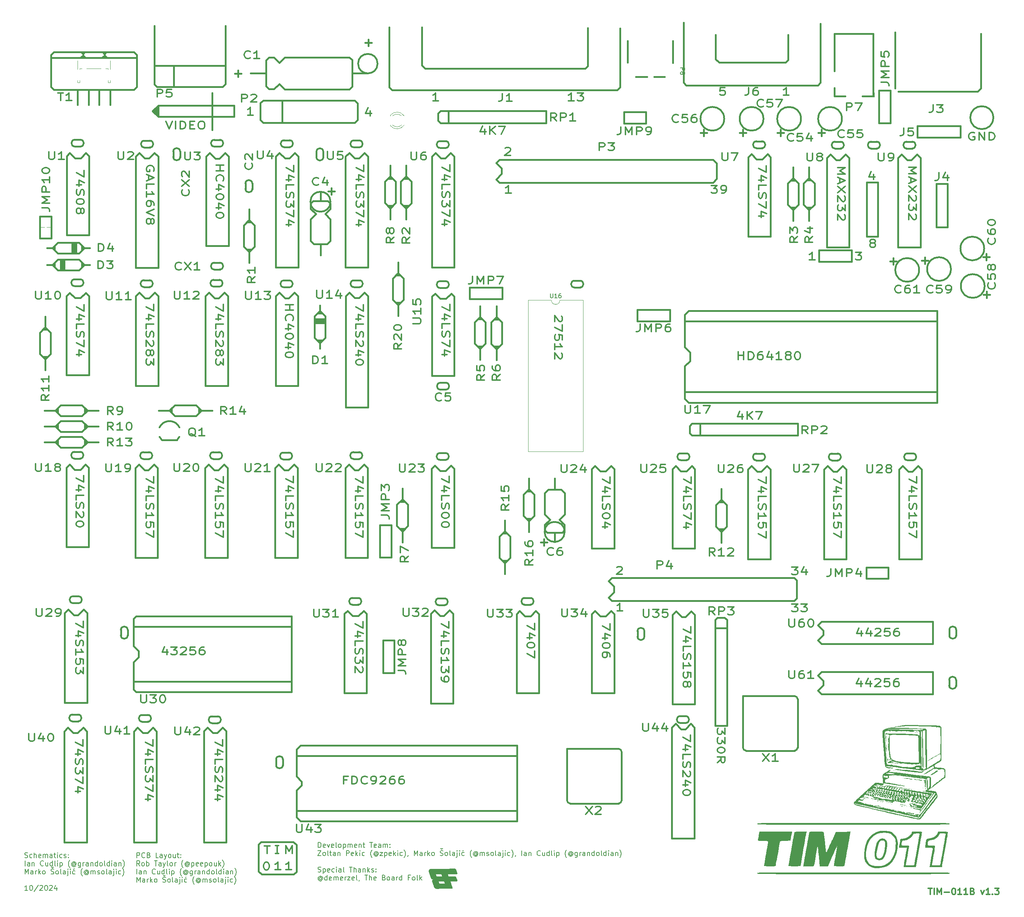
<source format=gbr>
%TF.GenerationSoftware,KiCad,Pcbnew,8.0.5*%
%TF.CreationDate,2024-10-27T21:26:24+00:00*%
%TF.ProjectId,TIM-011B,54494d2d-3031-4314-922e-6b696361645f,rev?*%
%TF.SameCoordinates,Original*%
%TF.FileFunction,Legend,Top*%
%TF.FilePolarity,Positive*%
%FSLAX46Y46*%
G04 Gerber Fmt 4.6, Leading zero omitted, Abs format (unit mm)*
G04 Created by KiCad (PCBNEW 8.0.5) date 2024-10-27 21:26:24*
%MOMM*%
%LPD*%
G01*
G04 APERTURE LIST*
%ADD10C,0.400000*%
%ADD11C,0.350000*%
%ADD12C,0.100000*%
%ADD13C,0.360000*%
%ADD14C,0.300000*%
%ADD15C,0.200000*%
%ADD16C,0.150000*%
%ADD17C,0.120000*%
%ADD18C,0.000000*%
G04 APERTURE END LIST*
D10*
X149890000Y-223920000D02*
X156580000Y-223920000D01*
D11*
X152325000Y-226650000D02*
X153055000Y-226650000D01*
D10*
X186850000Y-40770000D02*
X187600000Y-41520000D01*
X157310000Y-230960000D02*
X156660000Y-231610000D01*
X225350000Y-41520000D02*
X225960000Y-40910000D01*
X186850000Y-31730000D02*
X186850000Y-40770000D01*
X179850000Y-46540000D02*
X232950000Y-46540000D01*
X149890000Y-223920000D02*
X149890000Y-223920000D01*
X298460000Y-46180000D02*
X298460000Y-32910000D01*
X299220000Y-46940000D02*
X317960000Y-46940000D01*
D11*
X152345000Y-224820000D02*
X153075000Y-224820000D01*
D10*
X318710000Y-46190000D02*
X318710000Y-33260000D01*
X225960000Y-40910000D02*
X225960000Y-31940000D01*
X149070000Y-231610000D02*
X148340000Y-230880000D01*
X179190000Y-45880000D02*
X179850000Y-46540000D01*
D12*
X98340000Y-78960000D02*
X99450000Y-78960000D01*
D10*
X317960000Y-46940000D02*
X318710000Y-46190000D01*
X148340000Y-224510000D02*
X148930000Y-223920000D01*
X156660000Y-231610000D02*
X149070000Y-231610000D01*
X232950000Y-46540000D02*
X233550000Y-45940000D01*
X156580000Y-223920000D02*
X157310000Y-224650000D01*
X187600000Y-41520000D02*
X225350000Y-41520000D01*
X148930000Y-223920000D02*
X149890000Y-223920000D01*
X233550000Y-45940000D02*
X233550000Y-32000000D01*
X157310000Y-224650000D02*
X157310000Y-230960000D01*
X179190000Y-31740000D02*
X179190000Y-45880000D01*
D12*
X96790000Y-78960000D02*
X97900000Y-78960000D01*
D10*
X148340000Y-230880000D02*
X148340000Y-224510000D01*
D13*
X232824937Y-159182422D02*
X232934461Y-159096708D01*
X232934461Y-159096708D02*
X233153508Y-159010994D01*
X233153508Y-159010994D02*
X233701127Y-159010994D01*
X233701127Y-159010994D02*
X233920175Y-159096708D01*
X233920175Y-159096708D02*
X234029699Y-159182422D01*
X234029699Y-159182422D02*
X234139222Y-159353851D01*
X234139222Y-159353851D02*
X234139222Y-159525280D01*
X234139222Y-159525280D02*
X234029699Y-159782422D01*
X234029699Y-159782422D02*
X232715413Y-160810994D01*
X232715413Y-160810994D02*
X234139222Y-160810994D01*
X190759222Y-49080994D02*
X189444937Y-49080994D01*
X190102080Y-49080994D02*
X190102080Y-47280994D01*
X190102080Y-47280994D02*
X189883032Y-47538137D01*
X189883032Y-47538137D02*
X189663984Y-47709565D01*
X189663984Y-47709565D02*
X189444937Y-47795280D01*
X290470175Y-174190994D02*
X290470175Y-175390994D01*
X289922556Y-173505280D02*
X289374937Y-174790994D01*
X289374937Y-174790994D02*
X290798746Y-174790994D01*
X292660651Y-174190994D02*
X292660651Y-175390994D01*
X292113032Y-173505280D02*
X291565413Y-174790994D01*
X291565413Y-174790994D02*
X292989222Y-174790994D01*
X293755889Y-173762422D02*
X293865413Y-173676708D01*
X293865413Y-173676708D02*
X294084460Y-173590994D01*
X294084460Y-173590994D02*
X294632079Y-173590994D01*
X294632079Y-173590994D02*
X294851127Y-173676708D01*
X294851127Y-173676708D02*
X294960651Y-173762422D01*
X294960651Y-173762422D02*
X295070174Y-173933851D01*
X295070174Y-173933851D02*
X295070174Y-174105280D01*
X295070174Y-174105280D02*
X294960651Y-174362422D01*
X294960651Y-174362422D02*
X293646365Y-175390994D01*
X293646365Y-175390994D02*
X295070174Y-175390994D01*
X297151127Y-173590994D02*
X296055889Y-173590994D01*
X296055889Y-173590994D02*
X295946365Y-174448137D01*
X295946365Y-174448137D02*
X296055889Y-174362422D01*
X296055889Y-174362422D02*
X296274936Y-174276708D01*
X296274936Y-174276708D02*
X296822555Y-174276708D01*
X296822555Y-174276708D02*
X297041603Y-174362422D01*
X297041603Y-174362422D02*
X297151127Y-174448137D01*
X297151127Y-174448137D02*
X297260650Y-174619565D01*
X297260650Y-174619565D02*
X297260650Y-175048137D01*
X297260650Y-175048137D02*
X297151127Y-175219565D01*
X297151127Y-175219565D02*
X297041603Y-175305280D01*
X297041603Y-175305280D02*
X296822555Y-175390994D01*
X296822555Y-175390994D02*
X296274936Y-175390994D01*
X296274936Y-175390994D02*
X296055889Y-175305280D01*
X296055889Y-175305280D02*
X295946365Y-175219565D01*
X299232079Y-173590994D02*
X298793984Y-173590994D01*
X298793984Y-173590994D02*
X298574936Y-173676708D01*
X298574936Y-173676708D02*
X298465412Y-173762422D01*
X298465412Y-173762422D02*
X298246365Y-174019565D01*
X298246365Y-174019565D02*
X298136841Y-174362422D01*
X298136841Y-174362422D02*
X298136841Y-175048137D01*
X298136841Y-175048137D02*
X298246365Y-175219565D01*
X298246365Y-175219565D02*
X298355888Y-175305280D01*
X298355888Y-175305280D02*
X298574936Y-175390994D01*
X298574936Y-175390994D02*
X299013031Y-175390994D01*
X299013031Y-175390994D02*
X299232079Y-175305280D01*
X299232079Y-175305280D02*
X299341603Y-175219565D01*
X299341603Y-175219565D02*
X299451126Y-175048137D01*
X299451126Y-175048137D02*
X299451126Y-174619565D01*
X299451126Y-174619565D02*
X299341603Y-174448137D01*
X299341603Y-174448137D02*
X299232079Y-174362422D01*
X299232079Y-174362422D02*
X299013031Y-174276708D01*
X299013031Y-174276708D02*
X298574936Y-174276708D01*
X298574936Y-174276708D02*
X298355888Y-174362422D01*
X298355888Y-174362422D02*
X298246365Y-174448137D01*
X298246365Y-174448137D02*
X298136841Y-174619565D01*
X156529005Y-137705413D02*
X156529005Y-139238746D01*
X156529005Y-139238746D02*
X154729005Y-138253032D01*
X155929005Y-141100651D02*
X154729005Y-141100651D01*
X156614720Y-140553032D02*
X155329005Y-140005413D01*
X155329005Y-140005413D02*
X155329005Y-141429222D01*
X154729005Y-143400651D02*
X154729005Y-142305413D01*
X154729005Y-142305413D02*
X156529005Y-142305413D01*
X154814720Y-144057794D02*
X154729005Y-144386365D01*
X154729005Y-144386365D02*
X154729005Y-144933984D01*
X154729005Y-144933984D02*
X154814720Y-145153032D01*
X154814720Y-145153032D02*
X154900434Y-145262556D01*
X154900434Y-145262556D02*
X155071862Y-145372079D01*
X155071862Y-145372079D02*
X155243291Y-145372079D01*
X155243291Y-145372079D02*
X155414720Y-145262556D01*
X155414720Y-145262556D02*
X155500434Y-145153032D01*
X155500434Y-145153032D02*
X155586148Y-144933984D01*
X155586148Y-144933984D02*
X155671862Y-144495889D01*
X155671862Y-144495889D02*
X155757577Y-144276841D01*
X155757577Y-144276841D02*
X155843291Y-144167318D01*
X155843291Y-144167318D02*
X156014720Y-144057794D01*
X156014720Y-144057794D02*
X156186148Y-144057794D01*
X156186148Y-144057794D02*
X156357577Y-144167318D01*
X156357577Y-144167318D02*
X156443291Y-144276841D01*
X156443291Y-144276841D02*
X156529005Y-144495889D01*
X156529005Y-144495889D02*
X156529005Y-145043508D01*
X156529005Y-145043508D02*
X156443291Y-145372079D01*
X154729005Y-147562555D02*
X154729005Y-146248270D01*
X154729005Y-146905413D02*
X156529005Y-146905413D01*
X156529005Y-146905413D02*
X156271862Y-146686365D01*
X156271862Y-146686365D02*
X156100434Y-146467317D01*
X156100434Y-146467317D02*
X156014720Y-146248270D01*
X156529005Y-149643508D02*
X156529005Y-148548270D01*
X156529005Y-148548270D02*
X155671862Y-148438746D01*
X155671862Y-148438746D02*
X155757577Y-148548270D01*
X155757577Y-148548270D02*
X155843291Y-148767317D01*
X155843291Y-148767317D02*
X155843291Y-149314936D01*
X155843291Y-149314936D02*
X155757577Y-149533984D01*
X155757577Y-149533984D02*
X155671862Y-149643508D01*
X155671862Y-149643508D02*
X155500434Y-149753031D01*
X155500434Y-149753031D02*
X155071862Y-149753031D01*
X155071862Y-149753031D02*
X154900434Y-149643508D01*
X154900434Y-149643508D02*
X154814720Y-149533984D01*
X154814720Y-149533984D02*
X154729005Y-149314936D01*
X154729005Y-149314936D02*
X154729005Y-148767317D01*
X154729005Y-148767317D02*
X154814720Y-148548270D01*
X154814720Y-148548270D02*
X154900434Y-148438746D01*
X156529005Y-150519698D02*
X156529005Y-152053031D01*
X156529005Y-152053031D02*
X154729005Y-151067317D01*
X150082556Y-228730994D02*
X150301603Y-228730994D01*
X150301603Y-228730994D02*
X150520651Y-228816708D01*
X150520651Y-228816708D02*
X150630175Y-228902422D01*
X150630175Y-228902422D02*
X150739699Y-229073851D01*
X150739699Y-229073851D02*
X150849222Y-229416708D01*
X150849222Y-229416708D02*
X150849222Y-229845280D01*
X150849222Y-229845280D02*
X150739699Y-230188137D01*
X150739699Y-230188137D02*
X150630175Y-230359565D01*
X150630175Y-230359565D02*
X150520651Y-230445280D01*
X150520651Y-230445280D02*
X150301603Y-230530994D01*
X150301603Y-230530994D02*
X150082556Y-230530994D01*
X150082556Y-230530994D02*
X149863508Y-230445280D01*
X149863508Y-230445280D02*
X149753984Y-230359565D01*
X149753984Y-230359565D02*
X149644461Y-230188137D01*
X149644461Y-230188137D02*
X149534937Y-229845280D01*
X149534937Y-229845280D02*
X149534937Y-229416708D01*
X149534937Y-229416708D02*
X149644461Y-229073851D01*
X149644461Y-229073851D02*
X149753984Y-228902422D01*
X149753984Y-228902422D02*
X149863508Y-228816708D01*
X149863508Y-228816708D02*
X150082556Y-228730994D01*
X234189222Y-169450994D02*
X232874937Y-169450994D01*
X233532080Y-169450994D02*
X233532080Y-167650994D01*
X233532080Y-167650994D02*
X233313032Y-167908137D01*
X233313032Y-167908137D02*
X233093984Y-168079565D01*
X233093984Y-168079565D02*
X232874937Y-168165280D01*
X123589005Y-137735413D02*
X123589005Y-139268746D01*
X123589005Y-139268746D02*
X121789005Y-138283032D01*
X122989005Y-141130651D02*
X121789005Y-141130651D01*
X123674720Y-140583032D02*
X122389005Y-140035413D01*
X122389005Y-140035413D02*
X122389005Y-141459222D01*
X121789005Y-143430651D02*
X121789005Y-142335413D01*
X121789005Y-142335413D02*
X123589005Y-142335413D01*
X121874720Y-144087794D02*
X121789005Y-144416365D01*
X121789005Y-144416365D02*
X121789005Y-144963984D01*
X121789005Y-144963984D02*
X121874720Y-145183032D01*
X121874720Y-145183032D02*
X121960434Y-145292556D01*
X121960434Y-145292556D02*
X122131862Y-145402079D01*
X122131862Y-145402079D02*
X122303291Y-145402079D01*
X122303291Y-145402079D02*
X122474720Y-145292556D01*
X122474720Y-145292556D02*
X122560434Y-145183032D01*
X122560434Y-145183032D02*
X122646148Y-144963984D01*
X122646148Y-144963984D02*
X122731862Y-144525889D01*
X122731862Y-144525889D02*
X122817577Y-144306841D01*
X122817577Y-144306841D02*
X122903291Y-144197318D01*
X122903291Y-144197318D02*
X123074720Y-144087794D01*
X123074720Y-144087794D02*
X123246148Y-144087794D01*
X123246148Y-144087794D02*
X123417577Y-144197318D01*
X123417577Y-144197318D02*
X123503291Y-144306841D01*
X123503291Y-144306841D02*
X123589005Y-144525889D01*
X123589005Y-144525889D02*
X123589005Y-145073508D01*
X123589005Y-145073508D02*
X123503291Y-145402079D01*
X121789005Y-147592555D02*
X121789005Y-146278270D01*
X121789005Y-146935413D02*
X123589005Y-146935413D01*
X123589005Y-146935413D02*
X123331862Y-146716365D01*
X123331862Y-146716365D02*
X123160434Y-146497317D01*
X123160434Y-146497317D02*
X123074720Y-146278270D01*
X123589005Y-149673508D02*
X123589005Y-148578270D01*
X123589005Y-148578270D02*
X122731862Y-148468746D01*
X122731862Y-148468746D02*
X122817577Y-148578270D01*
X122817577Y-148578270D02*
X122903291Y-148797317D01*
X122903291Y-148797317D02*
X122903291Y-149344936D01*
X122903291Y-149344936D02*
X122817577Y-149563984D01*
X122817577Y-149563984D02*
X122731862Y-149673508D01*
X122731862Y-149673508D02*
X122560434Y-149783031D01*
X122560434Y-149783031D02*
X122131862Y-149783031D01*
X122131862Y-149783031D02*
X121960434Y-149673508D01*
X121960434Y-149673508D02*
X121874720Y-149563984D01*
X121874720Y-149563984D02*
X121789005Y-149344936D01*
X121789005Y-149344936D02*
X121789005Y-148797317D01*
X121789005Y-148797317D02*
X121874720Y-148578270D01*
X121874720Y-148578270D02*
X121960434Y-148468746D01*
X123589005Y-150549698D02*
X123589005Y-152083031D01*
X123589005Y-152083031D02*
X121789005Y-151097317D01*
X193419005Y-64225413D02*
X193419005Y-65758746D01*
X193419005Y-65758746D02*
X191619005Y-64773032D01*
X192819005Y-67620651D02*
X191619005Y-67620651D01*
X193504720Y-67073032D02*
X192219005Y-66525413D01*
X192219005Y-66525413D02*
X192219005Y-67949222D01*
X191619005Y-69920651D02*
X191619005Y-68825413D01*
X191619005Y-68825413D02*
X193419005Y-68825413D01*
X191704720Y-70577794D02*
X191619005Y-70906365D01*
X191619005Y-70906365D02*
X191619005Y-71453984D01*
X191619005Y-71453984D02*
X191704720Y-71673032D01*
X191704720Y-71673032D02*
X191790434Y-71782556D01*
X191790434Y-71782556D02*
X191961862Y-71892079D01*
X191961862Y-71892079D02*
X192133291Y-71892079D01*
X192133291Y-71892079D02*
X192304720Y-71782556D01*
X192304720Y-71782556D02*
X192390434Y-71673032D01*
X192390434Y-71673032D02*
X192476148Y-71453984D01*
X192476148Y-71453984D02*
X192561862Y-71015889D01*
X192561862Y-71015889D02*
X192647577Y-70796841D01*
X192647577Y-70796841D02*
X192733291Y-70687318D01*
X192733291Y-70687318D02*
X192904720Y-70577794D01*
X192904720Y-70577794D02*
X193076148Y-70577794D01*
X193076148Y-70577794D02*
X193247577Y-70687318D01*
X193247577Y-70687318D02*
X193333291Y-70796841D01*
X193333291Y-70796841D02*
X193419005Y-71015889D01*
X193419005Y-71015889D02*
X193419005Y-71563508D01*
X193419005Y-71563508D02*
X193333291Y-71892079D01*
X193419005Y-72658746D02*
X193419005Y-74082555D01*
X193419005Y-74082555D02*
X192733291Y-73315889D01*
X192733291Y-73315889D02*
X192733291Y-73644460D01*
X192733291Y-73644460D02*
X192647577Y-73863508D01*
X192647577Y-73863508D02*
X192561862Y-73973032D01*
X192561862Y-73973032D02*
X192390434Y-74082555D01*
X192390434Y-74082555D02*
X191961862Y-74082555D01*
X191961862Y-74082555D02*
X191790434Y-73973032D01*
X191790434Y-73973032D02*
X191704720Y-73863508D01*
X191704720Y-73863508D02*
X191619005Y-73644460D01*
X191619005Y-73644460D02*
X191619005Y-72987317D01*
X191619005Y-72987317D02*
X191704720Y-72768270D01*
X191704720Y-72768270D02*
X191790434Y-72658746D01*
X193419005Y-74849222D02*
X193419005Y-76382555D01*
X193419005Y-76382555D02*
X191619005Y-75396841D01*
X192819005Y-78244460D02*
X191619005Y-78244460D01*
X193504720Y-77696841D02*
X192219005Y-77149222D01*
X192219005Y-77149222D02*
X192219005Y-78573031D01*
X140059005Y-97165413D02*
X140059005Y-98698746D01*
X140059005Y-98698746D02*
X138259005Y-97713032D01*
X139459005Y-100560651D02*
X138259005Y-100560651D01*
X140144720Y-100013032D02*
X138859005Y-99465413D01*
X138859005Y-99465413D02*
X138859005Y-100889222D01*
X138259005Y-102860651D02*
X138259005Y-101765413D01*
X138259005Y-101765413D02*
X140059005Y-101765413D01*
X138344720Y-103517794D02*
X138259005Y-103846365D01*
X138259005Y-103846365D02*
X138259005Y-104393984D01*
X138259005Y-104393984D02*
X138344720Y-104613032D01*
X138344720Y-104613032D02*
X138430434Y-104722556D01*
X138430434Y-104722556D02*
X138601862Y-104832079D01*
X138601862Y-104832079D02*
X138773291Y-104832079D01*
X138773291Y-104832079D02*
X138944720Y-104722556D01*
X138944720Y-104722556D02*
X139030434Y-104613032D01*
X139030434Y-104613032D02*
X139116148Y-104393984D01*
X139116148Y-104393984D02*
X139201862Y-103955889D01*
X139201862Y-103955889D02*
X139287577Y-103736841D01*
X139287577Y-103736841D02*
X139373291Y-103627318D01*
X139373291Y-103627318D02*
X139544720Y-103517794D01*
X139544720Y-103517794D02*
X139716148Y-103517794D01*
X139716148Y-103517794D02*
X139887577Y-103627318D01*
X139887577Y-103627318D02*
X139973291Y-103736841D01*
X139973291Y-103736841D02*
X140059005Y-103955889D01*
X140059005Y-103955889D02*
X140059005Y-104503508D01*
X140059005Y-104503508D02*
X139973291Y-104832079D01*
X139887577Y-105708270D02*
X139973291Y-105817794D01*
X139973291Y-105817794D02*
X140059005Y-106036841D01*
X140059005Y-106036841D02*
X140059005Y-106584460D01*
X140059005Y-106584460D02*
X139973291Y-106803508D01*
X139973291Y-106803508D02*
X139887577Y-106913032D01*
X139887577Y-106913032D02*
X139716148Y-107022555D01*
X139716148Y-107022555D02*
X139544720Y-107022555D01*
X139544720Y-107022555D02*
X139287577Y-106913032D01*
X139287577Y-106913032D02*
X138259005Y-105598746D01*
X138259005Y-105598746D02*
X138259005Y-107022555D01*
X139287577Y-108336841D02*
X139373291Y-108117793D01*
X139373291Y-108117793D02*
X139459005Y-108008270D01*
X139459005Y-108008270D02*
X139630434Y-107898746D01*
X139630434Y-107898746D02*
X139716148Y-107898746D01*
X139716148Y-107898746D02*
X139887577Y-108008270D01*
X139887577Y-108008270D02*
X139973291Y-108117793D01*
X139973291Y-108117793D02*
X140059005Y-108336841D01*
X140059005Y-108336841D02*
X140059005Y-108774936D01*
X140059005Y-108774936D02*
X139973291Y-108993984D01*
X139973291Y-108993984D02*
X139887577Y-109103508D01*
X139887577Y-109103508D02*
X139716148Y-109213031D01*
X139716148Y-109213031D02*
X139630434Y-109213031D01*
X139630434Y-109213031D02*
X139459005Y-109103508D01*
X139459005Y-109103508D02*
X139373291Y-108993984D01*
X139373291Y-108993984D02*
X139287577Y-108774936D01*
X139287577Y-108774936D02*
X139287577Y-108336841D01*
X139287577Y-108336841D02*
X139201862Y-108117793D01*
X139201862Y-108117793D02*
X139116148Y-108008270D01*
X139116148Y-108008270D02*
X138944720Y-107898746D01*
X138944720Y-107898746D02*
X138601862Y-107898746D01*
X138601862Y-107898746D02*
X138430434Y-108008270D01*
X138430434Y-108008270D02*
X138344720Y-108117793D01*
X138344720Y-108117793D02*
X138259005Y-108336841D01*
X138259005Y-108336841D02*
X138259005Y-108774936D01*
X138259005Y-108774936D02*
X138344720Y-108993984D01*
X138344720Y-108993984D02*
X138430434Y-109103508D01*
X138430434Y-109103508D02*
X138601862Y-109213031D01*
X138601862Y-109213031D02*
X138944720Y-109213031D01*
X138944720Y-109213031D02*
X139116148Y-109103508D01*
X139116148Y-109103508D02*
X139201862Y-108993984D01*
X139201862Y-108993984D02*
X139287577Y-108774936D01*
X140059005Y-109979698D02*
X140059005Y-111403507D01*
X140059005Y-111403507D02*
X139373291Y-110636841D01*
X139373291Y-110636841D02*
X139373291Y-110965412D01*
X139373291Y-110965412D02*
X139287577Y-111184460D01*
X139287577Y-111184460D02*
X139201862Y-111293984D01*
X139201862Y-111293984D02*
X139030434Y-111403507D01*
X139030434Y-111403507D02*
X138601862Y-111403507D01*
X138601862Y-111403507D02*
X138430434Y-111293984D01*
X138430434Y-111293984D02*
X138344720Y-111184460D01*
X138344720Y-111184460D02*
X138259005Y-110965412D01*
X138259005Y-110965412D02*
X138259005Y-110308269D01*
X138259005Y-110308269D02*
X138344720Y-110089222D01*
X138344720Y-110089222D02*
X138430434Y-109979698D01*
X290420175Y-186060994D02*
X290420175Y-187260994D01*
X289872556Y-185375280D02*
X289324937Y-186660994D01*
X289324937Y-186660994D02*
X290748746Y-186660994D01*
X292610651Y-186060994D02*
X292610651Y-187260994D01*
X292063032Y-185375280D02*
X291515413Y-186660994D01*
X291515413Y-186660994D02*
X292939222Y-186660994D01*
X293705889Y-185632422D02*
X293815413Y-185546708D01*
X293815413Y-185546708D02*
X294034460Y-185460994D01*
X294034460Y-185460994D02*
X294582079Y-185460994D01*
X294582079Y-185460994D02*
X294801127Y-185546708D01*
X294801127Y-185546708D02*
X294910651Y-185632422D01*
X294910651Y-185632422D02*
X295020174Y-185803851D01*
X295020174Y-185803851D02*
X295020174Y-185975280D01*
X295020174Y-185975280D02*
X294910651Y-186232422D01*
X294910651Y-186232422D02*
X293596365Y-187260994D01*
X293596365Y-187260994D02*
X295020174Y-187260994D01*
X297101127Y-185460994D02*
X296005889Y-185460994D01*
X296005889Y-185460994D02*
X295896365Y-186318137D01*
X295896365Y-186318137D02*
X296005889Y-186232422D01*
X296005889Y-186232422D02*
X296224936Y-186146708D01*
X296224936Y-186146708D02*
X296772555Y-186146708D01*
X296772555Y-186146708D02*
X296991603Y-186232422D01*
X296991603Y-186232422D02*
X297101127Y-186318137D01*
X297101127Y-186318137D02*
X297210650Y-186489565D01*
X297210650Y-186489565D02*
X297210650Y-186918137D01*
X297210650Y-186918137D02*
X297101127Y-187089565D01*
X297101127Y-187089565D02*
X296991603Y-187175280D01*
X296991603Y-187175280D02*
X296772555Y-187260994D01*
X296772555Y-187260994D02*
X296224936Y-187260994D01*
X296224936Y-187260994D02*
X296005889Y-187175280D01*
X296005889Y-187175280D02*
X295896365Y-187089565D01*
X299182079Y-185460994D02*
X298743984Y-185460994D01*
X298743984Y-185460994D02*
X298524936Y-185546708D01*
X298524936Y-185546708D02*
X298415412Y-185632422D01*
X298415412Y-185632422D02*
X298196365Y-185889565D01*
X298196365Y-185889565D02*
X298086841Y-186232422D01*
X298086841Y-186232422D02*
X298086841Y-186918137D01*
X298086841Y-186918137D02*
X298196365Y-187089565D01*
X298196365Y-187089565D02*
X298305888Y-187175280D01*
X298305888Y-187175280D02*
X298524936Y-187260994D01*
X298524936Y-187260994D02*
X298963031Y-187260994D01*
X298963031Y-187260994D02*
X299182079Y-187175280D01*
X299182079Y-187175280D02*
X299291603Y-187089565D01*
X299291603Y-187089565D02*
X299401126Y-186918137D01*
X299401126Y-186918137D02*
X299401126Y-186489565D01*
X299401126Y-186489565D02*
X299291603Y-186318137D01*
X299291603Y-186318137D02*
X299182079Y-186232422D01*
X299182079Y-186232422D02*
X298963031Y-186146708D01*
X298963031Y-186146708D02*
X298524936Y-186146708D01*
X298524936Y-186146708D02*
X298305888Y-186232422D01*
X298305888Y-186232422D02*
X298196365Y-186318137D01*
X298196365Y-186318137D02*
X298086841Y-186489565D01*
D14*
X306274062Y-234850828D02*
X307131205Y-234850828D01*
X306702633Y-236350828D02*
X306702633Y-234850828D01*
X307631204Y-236350828D02*
X307631204Y-234850828D01*
X308345490Y-236350828D02*
X308345490Y-234850828D01*
X308345490Y-234850828D02*
X308845490Y-235922257D01*
X308845490Y-235922257D02*
X309345490Y-234850828D01*
X309345490Y-234850828D02*
X309345490Y-236350828D01*
X310059776Y-235779400D02*
X311202634Y-235779400D01*
X312202634Y-234850828D02*
X312345491Y-234850828D01*
X312345491Y-234850828D02*
X312488348Y-234922257D01*
X312488348Y-234922257D02*
X312559777Y-234993685D01*
X312559777Y-234993685D02*
X312631205Y-235136542D01*
X312631205Y-235136542D02*
X312702634Y-235422257D01*
X312702634Y-235422257D02*
X312702634Y-235779400D01*
X312702634Y-235779400D02*
X312631205Y-236065114D01*
X312631205Y-236065114D02*
X312559777Y-236207971D01*
X312559777Y-236207971D02*
X312488348Y-236279400D01*
X312488348Y-236279400D02*
X312345491Y-236350828D01*
X312345491Y-236350828D02*
X312202634Y-236350828D01*
X312202634Y-236350828D02*
X312059777Y-236279400D01*
X312059777Y-236279400D02*
X311988348Y-236207971D01*
X311988348Y-236207971D02*
X311916919Y-236065114D01*
X311916919Y-236065114D02*
X311845491Y-235779400D01*
X311845491Y-235779400D02*
X311845491Y-235422257D01*
X311845491Y-235422257D02*
X311916919Y-235136542D01*
X311916919Y-235136542D02*
X311988348Y-234993685D01*
X311988348Y-234993685D02*
X312059777Y-234922257D01*
X312059777Y-234922257D02*
X312202634Y-234850828D01*
X314131205Y-236350828D02*
X313274062Y-236350828D01*
X313702633Y-236350828D02*
X313702633Y-234850828D01*
X313702633Y-234850828D02*
X313559776Y-235065114D01*
X313559776Y-235065114D02*
X313416919Y-235207971D01*
X313416919Y-235207971D02*
X313274062Y-235279400D01*
X315559776Y-236350828D02*
X314702633Y-236350828D01*
X315131204Y-236350828D02*
X315131204Y-234850828D01*
X315131204Y-234850828D02*
X314988347Y-235065114D01*
X314988347Y-235065114D02*
X314845490Y-235207971D01*
X314845490Y-235207971D02*
X314702633Y-235279400D01*
X316702632Y-235565114D02*
X316916918Y-235636542D01*
X316916918Y-235636542D02*
X316988347Y-235707971D01*
X316988347Y-235707971D02*
X317059775Y-235850828D01*
X317059775Y-235850828D02*
X317059775Y-236065114D01*
X317059775Y-236065114D02*
X316988347Y-236207971D01*
X316988347Y-236207971D02*
X316916918Y-236279400D01*
X316916918Y-236279400D02*
X316774061Y-236350828D01*
X316774061Y-236350828D02*
X316202632Y-236350828D01*
X316202632Y-236350828D02*
X316202632Y-234850828D01*
X316202632Y-234850828D02*
X316702632Y-234850828D01*
X316702632Y-234850828D02*
X316845490Y-234922257D01*
X316845490Y-234922257D02*
X316916918Y-234993685D01*
X316916918Y-234993685D02*
X316988347Y-235136542D01*
X316988347Y-235136542D02*
X316988347Y-235279400D01*
X316988347Y-235279400D02*
X316916918Y-235422257D01*
X316916918Y-235422257D02*
X316845490Y-235493685D01*
X316845490Y-235493685D02*
X316702632Y-235565114D01*
X316702632Y-235565114D02*
X316202632Y-235565114D01*
X318702632Y-235350828D02*
X319059775Y-236350828D01*
X319059775Y-236350828D02*
X319416918Y-235350828D01*
X320774061Y-236350828D02*
X319916918Y-236350828D01*
X320345489Y-236350828D02*
X320345489Y-234850828D01*
X320345489Y-234850828D02*
X320202632Y-235065114D01*
X320202632Y-235065114D02*
X320059775Y-235207971D01*
X320059775Y-235207971D02*
X319916918Y-235279400D01*
X321416917Y-236207971D02*
X321488346Y-236279400D01*
X321488346Y-236279400D02*
X321416917Y-236350828D01*
X321416917Y-236350828D02*
X321345489Y-236279400D01*
X321345489Y-236279400D02*
X321416917Y-236207971D01*
X321416917Y-236207971D02*
X321416917Y-236350828D01*
X321988346Y-234850828D02*
X322916918Y-234850828D01*
X322916918Y-234850828D02*
X322416918Y-235422257D01*
X322416918Y-235422257D02*
X322631203Y-235422257D01*
X322631203Y-235422257D02*
X322774061Y-235493685D01*
X322774061Y-235493685D02*
X322845489Y-235565114D01*
X322845489Y-235565114D02*
X322916918Y-235707971D01*
X322916918Y-235707971D02*
X322916918Y-236065114D01*
X322916918Y-236065114D02*
X322845489Y-236207971D01*
X322845489Y-236207971D02*
X322774061Y-236279400D01*
X322774061Y-236279400D02*
X322631203Y-236350828D01*
X322631203Y-236350828D02*
X322202632Y-236350828D01*
X322202632Y-236350828D02*
X322059775Y-236279400D01*
X322059775Y-236279400D02*
X321988346Y-236207971D01*
D15*
X162417292Y-225246742D02*
X162417292Y-224046742D01*
X162417292Y-224046742D02*
X162703006Y-224046742D01*
X162703006Y-224046742D02*
X162874435Y-224103885D01*
X162874435Y-224103885D02*
X162988720Y-224218171D01*
X162988720Y-224218171D02*
X163045863Y-224332457D01*
X163045863Y-224332457D02*
X163103006Y-224561028D01*
X163103006Y-224561028D02*
X163103006Y-224732457D01*
X163103006Y-224732457D02*
X163045863Y-224961028D01*
X163045863Y-224961028D02*
X162988720Y-225075314D01*
X162988720Y-225075314D02*
X162874435Y-225189600D01*
X162874435Y-225189600D02*
X162703006Y-225246742D01*
X162703006Y-225246742D02*
X162417292Y-225246742D01*
X164074435Y-225189600D02*
X163960149Y-225246742D01*
X163960149Y-225246742D02*
X163731578Y-225246742D01*
X163731578Y-225246742D02*
X163617292Y-225189600D01*
X163617292Y-225189600D02*
X163560149Y-225075314D01*
X163560149Y-225075314D02*
X163560149Y-224618171D01*
X163560149Y-224618171D02*
X163617292Y-224503885D01*
X163617292Y-224503885D02*
X163731578Y-224446742D01*
X163731578Y-224446742D02*
X163960149Y-224446742D01*
X163960149Y-224446742D02*
X164074435Y-224503885D01*
X164074435Y-224503885D02*
X164131578Y-224618171D01*
X164131578Y-224618171D02*
X164131578Y-224732457D01*
X164131578Y-224732457D02*
X163560149Y-224846742D01*
X164531577Y-224446742D02*
X164817291Y-225246742D01*
X164817291Y-225246742D02*
X165103006Y-224446742D01*
X166017292Y-225189600D02*
X165903006Y-225246742D01*
X165903006Y-225246742D02*
X165674435Y-225246742D01*
X165674435Y-225246742D02*
X165560149Y-225189600D01*
X165560149Y-225189600D02*
X165503006Y-225075314D01*
X165503006Y-225075314D02*
X165503006Y-224618171D01*
X165503006Y-224618171D02*
X165560149Y-224503885D01*
X165560149Y-224503885D02*
X165674435Y-224446742D01*
X165674435Y-224446742D02*
X165903006Y-224446742D01*
X165903006Y-224446742D02*
X166017292Y-224503885D01*
X166017292Y-224503885D02*
X166074435Y-224618171D01*
X166074435Y-224618171D02*
X166074435Y-224732457D01*
X166074435Y-224732457D02*
X165503006Y-224846742D01*
X166760148Y-225246742D02*
X166645863Y-225189600D01*
X166645863Y-225189600D02*
X166588720Y-225075314D01*
X166588720Y-225075314D02*
X166588720Y-224046742D01*
X167388719Y-225246742D02*
X167274434Y-225189600D01*
X167274434Y-225189600D02*
X167217291Y-225132457D01*
X167217291Y-225132457D02*
X167160148Y-225018171D01*
X167160148Y-225018171D02*
X167160148Y-224675314D01*
X167160148Y-224675314D02*
X167217291Y-224561028D01*
X167217291Y-224561028D02*
X167274434Y-224503885D01*
X167274434Y-224503885D02*
X167388719Y-224446742D01*
X167388719Y-224446742D02*
X167560148Y-224446742D01*
X167560148Y-224446742D02*
X167674434Y-224503885D01*
X167674434Y-224503885D02*
X167731577Y-224561028D01*
X167731577Y-224561028D02*
X167788719Y-224675314D01*
X167788719Y-224675314D02*
X167788719Y-225018171D01*
X167788719Y-225018171D02*
X167731577Y-225132457D01*
X167731577Y-225132457D02*
X167674434Y-225189600D01*
X167674434Y-225189600D02*
X167560148Y-225246742D01*
X167560148Y-225246742D02*
X167388719Y-225246742D01*
X168303005Y-224446742D02*
X168303005Y-225646742D01*
X168303005Y-224503885D02*
X168417291Y-224446742D01*
X168417291Y-224446742D02*
X168645862Y-224446742D01*
X168645862Y-224446742D02*
X168760148Y-224503885D01*
X168760148Y-224503885D02*
X168817291Y-224561028D01*
X168817291Y-224561028D02*
X168874433Y-224675314D01*
X168874433Y-224675314D02*
X168874433Y-225018171D01*
X168874433Y-225018171D02*
X168817291Y-225132457D01*
X168817291Y-225132457D02*
X168760148Y-225189600D01*
X168760148Y-225189600D02*
X168645862Y-225246742D01*
X168645862Y-225246742D02*
X168417291Y-225246742D01*
X168417291Y-225246742D02*
X168303005Y-225189600D01*
X169388719Y-225246742D02*
X169388719Y-224446742D01*
X169388719Y-224561028D02*
X169445862Y-224503885D01*
X169445862Y-224503885D02*
X169560147Y-224446742D01*
X169560147Y-224446742D02*
X169731576Y-224446742D01*
X169731576Y-224446742D02*
X169845862Y-224503885D01*
X169845862Y-224503885D02*
X169903005Y-224618171D01*
X169903005Y-224618171D02*
X169903005Y-225246742D01*
X169903005Y-224618171D02*
X169960147Y-224503885D01*
X169960147Y-224503885D02*
X170074433Y-224446742D01*
X170074433Y-224446742D02*
X170245862Y-224446742D01*
X170245862Y-224446742D02*
X170360147Y-224503885D01*
X170360147Y-224503885D02*
X170417290Y-224618171D01*
X170417290Y-224618171D02*
X170417290Y-225246742D01*
X171445862Y-225189600D02*
X171331576Y-225246742D01*
X171331576Y-225246742D02*
X171103005Y-225246742D01*
X171103005Y-225246742D02*
X170988719Y-225189600D01*
X170988719Y-225189600D02*
X170931576Y-225075314D01*
X170931576Y-225075314D02*
X170931576Y-224618171D01*
X170931576Y-224618171D02*
X170988719Y-224503885D01*
X170988719Y-224503885D02*
X171103005Y-224446742D01*
X171103005Y-224446742D02*
X171331576Y-224446742D01*
X171331576Y-224446742D02*
X171445862Y-224503885D01*
X171445862Y-224503885D02*
X171503005Y-224618171D01*
X171503005Y-224618171D02*
X171503005Y-224732457D01*
X171503005Y-224732457D02*
X170931576Y-224846742D01*
X172017290Y-224446742D02*
X172017290Y-225246742D01*
X172017290Y-224561028D02*
X172074433Y-224503885D01*
X172074433Y-224503885D02*
X172188718Y-224446742D01*
X172188718Y-224446742D02*
X172360147Y-224446742D01*
X172360147Y-224446742D02*
X172474433Y-224503885D01*
X172474433Y-224503885D02*
X172531576Y-224618171D01*
X172531576Y-224618171D02*
X172531576Y-225246742D01*
X172931575Y-224446742D02*
X173388718Y-224446742D01*
X173103004Y-224046742D02*
X173103004Y-225075314D01*
X173103004Y-225075314D02*
X173160147Y-225189600D01*
X173160147Y-225189600D02*
X173274432Y-225246742D01*
X173274432Y-225246742D02*
X173388718Y-225246742D01*
X174531575Y-224046742D02*
X175217290Y-224046742D01*
X174874432Y-225246742D02*
X174874432Y-224046742D01*
X176074433Y-225189600D02*
X175960147Y-225246742D01*
X175960147Y-225246742D02*
X175731576Y-225246742D01*
X175731576Y-225246742D02*
X175617290Y-225189600D01*
X175617290Y-225189600D02*
X175560147Y-225075314D01*
X175560147Y-225075314D02*
X175560147Y-224618171D01*
X175560147Y-224618171D02*
X175617290Y-224503885D01*
X175617290Y-224503885D02*
X175731576Y-224446742D01*
X175731576Y-224446742D02*
X175960147Y-224446742D01*
X175960147Y-224446742D02*
X176074433Y-224503885D01*
X176074433Y-224503885D02*
X176131576Y-224618171D01*
X176131576Y-224618171D02*
X176131576Y-224732457D01*
X176131576Y-224732457D02*
X175560147Y-224846742D01*
X177160147Y-225246742D02*
X177160147Y-224618171D01*
X177160147Y-224618171D02*
X177103004Y-224503885D01*
X177103004Y-224503885D02*
X176988718Y-224446742D01*
X176988718Y-224446742D02*
X176760147Y-224446742D01*
X176760147Y-224446742D02*
X176645861Y-224503885D01*
X177160147Y-225189600D02*
X177045861Y-225246742D01*
X177045861Y-225246742D02*
X176760147Y-225246742D01*
X176760147Y-225246742D02*
X176645861Y-225189600D01*
X176645861Y-225189600D02*
X176588718Y-225075314D01*
X176588718Y-225075314D02*
X176588718Y-224961028D01*
X176588718Y-224961028D02*
X176645861Y-224846742D01*
X176645861Y-224846742D02*
X176760147Y-224789600D01*
X176760147Y-224789600D02*
X177045861Y-224789600D01*
X177045861Y-224789600D02*
X177160147Y-224732457D01*
X177731575Y-225246742D02*
X177731575Y-224446742D01*
X177731575Y-224561028D02*
X177788718Y-224503885D01*
X177788718Y-224503885D02*
X177903003Y-224446742D01*
X177903003Y-224446742D02*
X178074432Y-224446742D01*
X178074432Y-224446742D02*
X178188718Y-224503885D01*
X178188718Y-224503885D02*
X178245861Y-224618171D01*
X178245861Y-224618171D02*
X178245861Y-225246742D01*
X178245861Y-224618171D02*
X178303003Y-224503885D01*
X178303003Y-224503885D02*
X178417289Y-224446742D01*
X178417289Y-224446742D02*
X178588718Y-224446742D01*
X178588718Y-224446742D02*
X178703003Y-224503885D01*
X178703003Y-224503885D02*
X178760146Y-224618171D01*
X178760146Y-224618171D02*
X178760146Y-225246742D01*
X179331575Y-225132457D02*
X179388718Y-225189600D01*
X179388718Y-225189600D02*
X179331575Y-225246742D01*
X179331575Y-225246742D02*
X179274432Y-225189600D01*
X179274432Y-225189600D02*
X179331575Y-225132457D01*
X179331575Y-225132457D02*
X179331575Y-225246742D01*
X179331575Y-224503885D02*
X179388718Y-224561028D01*
X179388718Y-224561028D02*
X179331575Y-224618171D01*
X179331575Y-224618171D02*
X179274432Y-224561028D01*
X179274432Y-224561028D02*
X179331575Y-224503885D01*
X179331575Y-224503885D02*
X179331575Y-224618171D01*
X162303006Y-225978675D02*
X163103006Y-225978675D01*
X163103006Y-225978675D02*
X162303006Y-227178675D01*
X162303006Y-227178675D02*
X163103006Y-227178675D01*
X163731577Y-227178675D02*
X163617292Y-227121533D01*
X163617292Y-227121533D02*
X163560149Y-227064390D01*
X163560149Y-227064390D02*
X163503006Y-226950104D01*
X163503006Y-226950104D02*
X163503006Y-226607247D01*
X163503006Y-226607247D02*
X163560149Y-226492961D01*
X163560149Y-226492961D02*
X163617292Y-226435818D01*
X163617292Y-226435818D02*
X163731577Y-226378675D01*
X163731577Y-226378675D02*
X163903006Y-226378675D01*
X163903006Y-226378675D02*
X164017292Y-226435818D01*
X164017292Y-226435818D02*
X164074435Y-226492961D01*
X164074435Y-226492961D02*
X164131577Y-226607247D01*
X164131577Y-226607247D02*
X164131577Y-226950104D01*
X164131577Y-226950104D02*
X164074435Y-227064390D01*
X164074435Y-227064390D02*
X164017292Y-227121533D01*
X164017292Y-227121533D02*
X163903006Y-227178675D01*
X163903006Y-227178675D02*
X163731577Y-227178675D01*
X164817291Y-227178675D02*
X164703006Y-227121533D01*
X164703006Y-227121533D02*
X164645863Y-227007247D01*
X164645863Y-227007247D02*
X164645863Y-225978675D01*
X165103005Y-226378675D02*
X165560148Y-226378675D01*
X165274434Y-225978675D02*
X165274434Y-227007247D01*
X165274434Y-227007247D02*
X165331577Y-227121533D01*
X165331577Y-227121533D02*
X165445862Y-227178675D01*
X165445862Y-227178675D02*
X165560148Y-227178675D01*
X166474434Y-227178675D02*
X166474434Y-226550104D01*
X166474434Y-226550104D02*
X166417291Y-226435818D01*
X166417291Y-226435818D02*
X166303005Y-226378675D01*
X166303005Y-226378675D02*
X166074434Y-226378675D01*
X166074434Y-226378675D02*
X165960148Y-226435818D01*
X166474434Y-227121533D02*
X166360148Y-227178675D01*
X166360148Y-227178675D02*
X166074434Y-227178675D01*
X166074434Y-227178675D02*
X165960148Y-227121533D01*
X165960148Y-227121533D02*
X165903005Y-227007247D01*
X165903005Y-227007247D02*
X165903005Y-226892961D01*
X165903005Y-226892961D02*
X165960148Y-226778675D01*
X165960148Y-226778675D02*
X166074434Y-226721533D01*
X166074434Y-226721533D02*
X166360148Y-226721533D01*
X166360148Y-226721533D02*
X166474434Y-226664390D01*
X167045862Y-226378675D02*
X167045862Y-227178675D01*
X167045862Y-226492961D02*
X167103005Y-226435818D01*
X167103005Y-226435818D02*
X167217290Y-226378675D01*
X167217290Y-226378675D02*
X167388719Y-226378675D01*
X167388719Y-226378675D02*
X167503005Y-226435818D01*
X167503005Y-226435818D02*
X167560148Y-226550104D01*
X167560148Y-226550104D02*
X167560148Y-227178675D01*
X169045862Y-227178675D02*
X169045862Y-225978675D01*
X169045862Y-225978675D02*
X169503005Y-225978675D01*
X169503005Y-225978675D02*
X169617290Y-226035818D01*
X169617290Y-226035818D02*
X169674433Y-226092961D01*
X169674433Y-226092961D02*
X169731576Y-226207247D01*
X169731576Y-226207247D02*
X169731576Y-226378675D01*
X169731576Y-226378675D02*
X169674433Y-226492961D01*
X169674433Y-226492961D02*
X169617290Y-226550104D01*
X169617290Y-226550104D02*
X169503005Y-226607247D01*
X169503005Y-226607247D02*
X169045862Y-226607247D01*
X170703005Y-227121533D02*
X170588719Y-227178675D01*
X170588719Y-227178675D02*
X170360148Y-227178675D01*
X170360148Y-227178675D02*
X170245862Y-227121533D01*
X170245862Y-227121533D02*
X170188719Y-227007247D01*
X170188719Y-227007247D02*
X170188719Y-226550104D01*
X170188719Y-226550104D02*
X170245862Y-226435818D01*
X170245862Y-226435818D02*
X170360148Y-226378675D01*
X170360148Y-226378675D02*
X170588719Y-226378675D01*
X170588719Y-226378675D02*
X170703005Y-226435818D01*
X170703005Y-226435818D02*
X170760148Y-226550104D01*
X170760148Y-226550104D02*
X170760148Y-226664390D01*
X170760148Y-226664390D02*
X170188719Y-226778675D01*
X171274433Y-227178675D02*
X171274433Y-225978675D01*
X171388719Y-226721533D02*
X171731576Y-227178675D01*
X171731576Y-226378675D02*
X171274433Y-226835818D01*
X172245862Y-227178675D02*
X172245862Y-226378675D01*
X172245862Y-225978675D02*
X172188719Y-226035818D01*
X172188719Y-226035818D02*
X172245862Y-226092961D01*
X172245862Y-226092961D02*
X172303005Y-226035818D01*
X172303005Y-226035818D02*
X172245862Y-225978675D01*
X172245862Y-225978675D02*
X172245862Y-226092961D01*
X173331577Y-227121533D02*
X173217291Y-227178675D01*
X173217291Y-227178675D02*
X172988719Y-227178675D01*
X172988719Y-227178675D02*
X172874434Y-227121533D01*
X172874434Y-227121533D02*
X172817291Y-227064390D01*
X172817291Y-227064390D02*
X172760148Y-226950104D01*
X172760148Y-226950104D02*
X172760148Y-226607247D01*
X172760148Y-226607247D02*
X172817291Y-226492961D01*
X172817291Y-226492961D02*
X172874434Y-226435818D01*
X172874434Y-226435818D02*
X172988719Y-226378675D01*
X172988719Y-226378675D02*
X173217291Y-226378675D01*
X173217291Y-226378675D02*
X173331577Y-226435818D01*
X175103005Y-227635818D02*
X175045862Y-227578675D01*
X175045862Y-227578675D02*
X174931576Y-227407247D01*
X174931576Y-227407247D02*
X174874434Y-227292961D01*
X174874434Y-227292961D02*
X174817291Y-227121533D01*
X174817291Y-227121533D02*
X174760148Y-226835818D01*
X174760148Y-226835818D02*
X174760148Y-226607247D01*
X174760148Y-226607247D02*
X174817291Y-226321533D01*
X174817291Y-226321533D02*
X174874434Y-226150104D01*
X174874434Y-226150104D02*
X174931576Y-226035818D01*
X174931576Y-226035818D02*
X175045862Y-225864390D01*
X175045862Y-225864390D02*
X175103005Y-225807247D01*
X176303005Y-226607247D02*
X176245862Y-226550104D01*
X176245862Y-226550104D02*
X176131576Y-226492961D01*
X176131576Y-226492961D02*
X176017291Y-226492961D01*
X176017291Y-226492961D02*
X175903005Y-226550104D01*
X175903005Y-226550104D02*
X175845862Y-226607247D01*
X175845862Y-226607247D02*
X175788719Y-226721533D01*
X175788719Y-226721533D02*
X175788719Y-226835818D01*
X175788719Y-226835818D02*
X175845862Y-226950104D01*
X175845862Y-226950104D02*
X175903005Y-227007247D01*
X175903005Y-227007247D02*
X176017291Y-227064390D01*
X176017291Y-227064390D02*
X176131576Y-227064390D01*
X176131576Y-227064390D02*
X176245862Y-227007247D01*
X176245862Y-227007247D02*
X176303005Y-226950104D01*
X176303005Y-226492961D02*
X176303005Y-226950104D01*
X176303005Y-226950104D02*
X176360148Y-227007247D01*
X176360148Y-227007247D02*
X176417291Y-227007247D01*
X176417291Y-227007247D02*
X176531576Y-226950104D01*
X176531576Y-226950104D02*
X176588719Y-226835818D01*
X176588719Y-226835818D02*
X176588719Y-226550104D01*
X176588719Y-226550104D02*
X176474434Y-226378675D01*
X176474434Y-226378675D02*
X176303005Y-226264390D01*
X176303005Y-226264390D02*
X176074434Y-226207247D01*
X176074434Y-226207247D02*
X175845862Y-226264390D01*
X175845862Y-226264390D02*
X175674434Y-226378675D01*
X175674434Y-226378675D02*
X175560148Y-226550104D01*
X175560148Y-226550104D02*
X175503005Y-226778675D01*
X175503005Y-226778675D02*
X175560148Y-227007247D01*
X175560148Y-227007247D02*
X175674434Y-227178675D01*
X175674434Y-227178675D02*
X175845862Y-227292961D01*
X175845862Y-227292961D02*
X176074434Y-227350104D01*
X176074434Y-227350104D02*
X176303005Y-227292961D01*
X176303005Y-227292961D02*
X176474434Y-227178675D01*
X176988719Y-226378675D02*
X177617291Y-226378675D01*
X177617291Y-226378675D02*
X176988719Y-227178675D01*
X176988719Y-227178675D02*
X177617291Y-227178675D01*
X178074434Y-226378675D02*
X178074434Y-227578675D01*
X178074434Y-226435818D02*
X178188720Y-226378675D01*
X178188720Y-226378675D02*
X178417291Y-226378675D01*
X178417291Y-226378675D02*
X178531577Y-226435818D01*
X178531577Y-226435818D02*
X178588720Y-226492961D01*
X178588720Y-226492961D02*
X178645862Y-226607247D01*
X178645862Y-226607247D02*
X178645862Y-226950104D01*
X178645862Y-226950104D02*
X178588720Y-227064390D01*
X178588720Y-227064390D02*
X178531577Y-227121533D01*
X178531577Y-227121533D02*
X178417291Y-227178675D01*
X178417291Y-227178675D02*
X178188720Y-227178675D01*
X178188720Y-227178675D02*
X178074434Y-227121533D01*
X179617291Y-227121533D02*
X179503005Y-227178675D01*
X179503005Y-227178675D02*
X179274434Y-227178675D01*
X179274434Y-227178675D02*
X179160148Y-227121533D01*
X179160148Y-227121533D02*
X179103005Y-227007247D01*
X179103005Y-227007247D02*
X179103005Y-226550104D01*
X179103005Y-226550104D02*
X179160148Y-226435818D01*
X179160148Y-226435818D02*
X179274434Y-226378675D01*
X179274434Y-226378675D02*
X179503005Y-226378675D01*
X179503005Y-226378675D02*
X179617291Y-226435818D01*
X179617291Y-226435818D02*
X179674434Y-226550104D01*
X179674434Y-226550104D02*
X179674434Y-226664390D01*
X179674434Y-226664390D02*
X179103005Y-226778675D01*
X180188719Y-227178675D02*
X180188719Y-225978675D01*
X180303005Y-226721533D02*
X180645862Y-227178675D01*
X180645862Y-226378675D02*
X180188719Y-226835818D01*
X181160148Y-227178675D02*
X181160148Y-226378675D01*
X181160148Y-225978675D02*
X181103005Y-226035818D01*
X181103005Y-226035818D02*
X181160148Y-226092961D01*
X181160148Y-226092961D02*
X181217291Y-226035818D01*
X181217291Y-226035818D02*
X181160148Y-225978675D01*
X181160148Y-225978675D02*
X181160148Y-226092961D01*
X182245863Y-227121533D02*
X182131577Y-227178675D01*
X182131577Y-227178675D02*
X181903005Y-227178675D01*
X181903005Y-227178675D02*
X181788720Y-227121533D01*
X181788720Y-227121533D02*
X181731577Y-227064390D01*
X181731577Y-227064390D02*
X181674434Y-226950104D01*
X181674434Y-226950104D02*
X181674434Y-226607247D01*
X181674434Y-226607247D02*
X181731577Y-226492961D01*
X181731577Y-226492961D02*
X181788720Y-226435818D01*
X181788720Y-226435818D02*
X181903005Y-226378675D01*
X181903005Y-226378675D02*
X182131577Y-226378675D01*
X182131577Y-226378675D02*
X182245863Y-226435818D01*
X182645862Y-227635818D02*
X182703005Y-227578675D01*
X182703005Y-227578675D02*
X182817291Y-227407247D01*
X182817291Y-227407247D02*
X182874434Y-227292961D01*
X182874434Y-227292961D02*
X182931576Y-227121533D01*
X182931576Y-227121533D02*
X182988719Y-226835818D01*
X182988719Y-226835818D02*
X182988719Y-226607247D01*
X182988719Y-226607247D02*
X182931576Y-226321533D01*
X182931576Y-226321533D02*
X182874434Y-226150104D01*
X182874434Y-226150104D02*
X182817291Y-226035818D01*
X182817291Y-226035818D02*
X182703005Y-225864390D01*
X182703005Y-225864390D02*
X182645862Y-225807247D01*
X183617291Y-227121533D02*
X183617291Y-227178675D01*
X183617291Y-227178675D02*
X183560148Y-227292961D01*
X183560148Y-227292961D02*
X183503005Y-227350104D01*
X185045863Y-227178675D02*
X185045863Y-225978675D01*
X185045863Y-225978675D02*
X185445863Y-226835818D01*
X185445863Y-226835818D02*
X185845863Y-225978675D01*
X185845863Y-225978675D02*
X185845863Y-227178675D01*
X186931578Y-227178675D02*
X186931578Y-226550104D01*
X186931578Y-226550104D02*
X186874435Y-226435818D01*
X186874435Y-226435818D02*
X186760149Y-226378675D01*
X186760149Y-226378675D02*
X186531578Y-226378675D01*
X186531578Y-226378675D02*
X186417292Y-226435818D01*
X186931578Y-227121533D02*
X186817292Y-227178675D01*
X186817292Y-227178675D02*
X186531578Y-227178675D01*
X186531578Y-227178675D02*
X186417292Y-227121533D01*
X186417292Y-227121533D02*
X186360149Y-227007247D01*
X186360149Y-227007247D02*
X186360149Y-226892961D01*
X186360149Y-226892961D02*
X186417292Y-226778675D01*
X186417292Y-226778675D02*
X186531578Y-226721533D01*
X186531578Y-226721533D02*
X186817292Y-226721533D01*
X186817292Y-226721533D02*
X186931578Y-226664390D01*
X187503006Y-227178675D02*
X187503006Y-226378675D01*
X187503006Y-226607247D02*
X187560149Y-226492961D01*
X187560149Y-226492961D02*
X187617292Y-226435818D01*
X187617292Y-226435818D02*
X187731577Y-226378675D01*
X187731577Y-226378675D02*
X187845863Y-226378675D01*
X188245863Y-227178675D02*
X188245863Y-225978675D01*
X188360149Y-226721533D02*
X188703006Y-227178675D01*
X188703006Y-226378675D02*
X188245863Y-226835818D01*
X189388720Y-227178675D02*
X189274435Y-227121533D01*
X189274435Y-227121533D02*
X189217292Y-227064390D01*
X189217292Y-227064390D02*
X189160149Y-226950104D01*
X189160149Y-226950104D02*
X189160149Y-226607247D01*
X189160149Y-226607247D02*
X189217292Y-226492961D01*
X189217292Y-226492961D02*
X189274435Y-226435818D01*
X189274435Y-226435818D02*
X189388720Y-226378675D01*
X189388720Y-226378675D02*
X189560149Y-226378675D01*
X189560149Y-226378675D02*
X189674435Y-226435818D01*
X189674435Y-226435818D02*
X189731578Y-226492961D01*
X189731578Y-226492961D02*
X189788720Y-226607247D01*
X189788720Y-226607247D02*
X189788720Y-226950104D01*
X189788720Y-226950104D02*
X189731578Y-227064390D01*
X189731578Y-227064390D02*
X189674435Y-227121533D01*
X189674435Y-227121533D02*
X189560149Y-227178675D01*
X189560149Y-227178675D02*
X189388720Y-227178675D01*
X191160149Y-227121533D02*
X191331578Y-227178675D01*
X191331578Y-227178675D02*
X191617292Y-227178675D01*
X191617292Y-227178675D02*
X191731578Y-227121533D01*
X191731578Y-227121533D02*
X191788720Y-227064390D01*
X191788720Y-227064390D02*
X191845863Y-226950104D01*
X191845863Y-226950104D02*
X191845863Y-226835818D01*
X191845863Y-226835818D02*
X191788720Y-226721533D01*
X191788720Y-226721533D02*
X191731578Y-226664390D01*
X191731578Y-226664390D02*
X191617292Y-226607247D01*
X191617292Y-226607247D02*
X191388720Y-226550104D01*
X191388720Y-226550104D02*
X191274435Y-226492961D01*
X191274435Y-226492961D02*
X191217292Y-226435818D01*
X191217292Y-226435818D02*
X191160149Y-226321533D01*
X191160149Y-226321533D02*
X191160149Y-226207247D01*
X191160149Y-226207247D02*
X191217292Y-226092961D01*
X191217292Y-226092961D02*
X191274435Y-226035818D01*
X191274435Y-226035818D02*
X191388720Y-225978675D01*
X191388720Y-225978675D02*
X191674435Y-225978675D01*
X191674435Y-225978675D02*
X191845863Y-226035818D01*
X191274435Y-225521533D02*
X191503006Y-225692961D01*
X191503006Y-225692961D02*
X191731578Y-225521533D01*
X192531577Y-227178675D02*
X192417292Y-227121533D01*
X192417292Y-227121533D02*
X192360149Y-227064390D01*
X192360149Y-227064390D02*
X192303006Y-226950104D01*
X192303006Y-226950104D02*
X192303006Y-226607247D01*
X192303006Y-226607247D02*
X192360149Y-226492961D01*
X192360149Y-226492961D02*
X192417292Y-226435818D01*
X192417292Y-226435818D02*
X192531577Y-226378675D01*
X192531577Y-226378675D02*
X192703006Y-226378675D01*
X192703006Y-226378675D02*
X192817292Y-226435818D01*
X192817292Y-226435818D02*
X192874435Y-226492961D01*
X192874435Y-226492961D02*
X192931577Y-226607247D01*
X192931577Y-226607247D02*
X192931577Y-226950104D01*
X192931577Y-226950104D02*
X192874435Y-227064390D01*
X192874435Y-227064390D02*
X192817292Y-227121533D01*
X192817292Y-227121533D02*
X192703006Y-227178675D01*
X192703006Y-227178675D02*
X192531577Y-227178675D01*
X193617291Y-227178675D02*
X193503006Y-227121533D01*
X193503006Y-227121533D02*
X193445863Y-227007247D01*
X193445863Y-227007247D02*
X193445863Y-225978675D01*
X194588720Y-227178675D02*
X194588720Y-226550104D01*
X194588720Y-226550104D02*
X194531577Y-226435818D01*
X194531577Y-226435818D02*
X194417291Y-226378675D01*
X194417291Y-226378675D02*
X194188720Y-226378675D01*
X194188720Y-226378675D02*
X194074434Y-226435818D01*
X194588720Y-227121533D02*
X194474434Y-227178675D01*
X194474434Y-227178675D02*
X194188720Y-227178675D01*
X194188720Y-227178675D02*
X194074434Y-227121533D01*
X194074434Y-227121533D02*
X194017291Y-227007247D01*
X194017291Y-227007247D02*
X194017291Y-226892961D01*
X194017291Y-226892961D02*
X194074434Y-226778675D01*
X194074434Y-226778675D02*
X194188720Y-226721533D01*
X194188720Y-226721533D02*
X194474434Y-226721533D01*
X194474434Y-226721533D02*
X194588720Y-226664390D01*
X195160148Y-226378675D02*
X195160148Y-227407247D01*
X195160148Y-227407247D02*
X195103005Y-227521533D01*
X195103005Y-227521533D02*
X194988719Y-227578675D01*
X194988719Y-227578675D02*
X194931576Y-227578675D01*
X195160148Y-225978675D02*
X195103005Y-226035818D01*
X195103005Y-226035818D02*
X195160148Y-226092961D01*
X195160148Y-226092961D02*
X195217291Y-226035818D01*
X195217291Y-226035818D02*
X195160148Y-225978675D01*
X195160148Y-225978675D02*
X195160148Y-226092961D01*
X195731577Y-227178675D02*
X195731577Y-226378675D01*
X195731577Y-225978675D02*
X195674434Y-226035818D01*
X195674434Y-226035818D02*
X195731577Y-226092961D01*
X195731577Y-226092961D02*
X195788720Y-226035818D01*
X195788720Y-226035818D02*
X195731577Y-225978675D01*
X195731577Y-225978675D02*
X195731577Y-226092961D01*
X196817292Y-227121533D02*
X196703006Y-227178675D01*
X196703006Y-227178675D02*
X196474434Y-227178675D01*
X196474434Y-227178675D02*
X196360149Y-227121533D01*
X196360149Y-227121533D02*
X196303006Y-227064390D01*
X196303006Y-227064390D02*
X196245863Y-226950104D01*
X196245863Y-226950104D02*
X196245863Y-226607247D01*
X196245863Y-226607247D02*
X196303006Y-226492961D01*
X196303006Y-226492961D02*
X196360149Y-226435818D01*
X196360149Y-226435818D02*
X196474434Y-226378675D01*
X196474434Y-226378675D02*
X196703006Y-226378675D01*
X196703006Y-226378675D02*
X196817292Y-226435818D01*
X196703006Y-225921533D02*
X196531577Y-226092961D01*
X198588720Y-227635818D02*
X198531577Y-227578675D01*
X198531577Y-227578675D02*
X198417291Y-227407247D01*
X198417291Y-227407247D02*
X198360149Y-227292961D01*
X198360149Y-227292961D02*
X198303006Y-227121533D01*
X198303006Y-227121533D02*
X198245863Y-226835818D01*
X198245863Y-226835818D02*
X198245863Y-226607247D01*
X198245863Y-226607247D02*
X198303006Y-226321533D01*
X198303006Y-226321533D02*
X198360149Y-226150104D01*
X198360149Y-226150104D02*
X198417291Y-226035818D01*
X198417291Y-226035818D02*
X198531577Y-225864390D01*
X198531577Y-225864390D02*
X198588720Y-225807247D01*
X199788720Y-226607247D02*
X199731577Y-226550104D01*
X199731577Y-226550104D02*
X199617291Y-226492961D01*
X199617291Y-226492961D02*
X199503006Y-226492961D01*
X199503006Y-226492961D02*
X199388720Y-226550104D01*
X199388720Y-226550104D02*
X199331577Y-226607247D01*
X199331577Y-226607247D02*
X199274434Y-226721533D01*
X199274434Y-226721533D02*
X199274434Y-226835818D01*
X199274434Y-226835818D02*
X199331577Y-226950104D01*
X199331577Y-226950104D02*
X199388720Y-227007247D01*
X199388720Y-227007247D02*
X199503006Y-227064390D01*
X199503006Y-227064390D02*
X199617291Y-227064390D01*
X199617291Y-227064390D02*
X199731577Y-227007247D01*
X199731577Y-227007247D02*
X199788720Y-226950104D01*
X199788720Y-226492961D02*
X199788720Y-226950104D01*
X199788720Y-226950104D02*
X199845863Y-227007247D01*
X199845863Y-227007247D02*
X199903006Y-227007247D01*
X199903006Y-227007247D02*
X200017291Y-226950104D01*
X200017291Y-226950104D02*
X200074434Y-226835818D01*
X200074434Y-226835818D02*
X200074434Y-226550104D01*
X200074434Y-226550104D02*
X199960149Y-226378675D01*
X199960149Y-226378675D02*
X199788720Y-226264390D01*
X199788720Y-226264390D02*
X199560149Y-226207247D01*
X199560149Y-226207247D02*
X199331577Y-226264390D01*
X199331577Y-226264390D02*
X199160149Y-226378675D01*
X199160149Y-226378675D02*
X199045863Y-226550104D01*
X199045863Y-226550104D02*
X198988720Y-226778675D01*
X198988720Y-226778675D02*
X199045863Y-227007247D01*
X199045863Y-227007247D02*
X199160149Y-227178675D01*
X199160149Y-227178675D02*
X199331577Y-227292961D01*
X199331577Y-227292961D02*
X199560149Y-227350104D01*
X199560149Y-227350104D02*
X199788720Y-227292961D01*
X199788720Y-227292961D02*
X199960149Y-227178675D01*
X200588720Y-227178675D02*
X200588720Y-226378675D01*
X200588720Y-226492961D02*
X200645863Y-226435818D01*
X200645863Y-226435818D02*
X200760148Y-226378675D01*
X200760148Y-226378675D02*
X200931577Y-226378675D01*
X200931577Y-226378675D02*
X201045863Y-226435818D01*
X201045863Y-226435818D02*
X201103006Y-226550104D01*
X201103006Y-226550104D02*
X201103006Y-227178675D01*
X201103006Y-226550104D02*
X201160148Y-226435818D01*
X201160148Y-226435818D02*
X201274434Y-226378675D01*
X201274434Y-226378675D02*
X201445863Y-226378675D01*
X201445863Y-226378675D02*
X201560148Y-226435818D01*
X201560148Y-226435818D02*
X201617291Y-226550104D01*
X201617291Y-226550104D02*
X201617291Y-227178675D01*
X202131577Y-227121533D02*
X202245863Y-227178675D01*
X202245863Y-227178675D02*
X202474434Y-227178675D01*
X202474434Y-227178675D02*
X202588720Y-227121533D01*
X202588720Y-227121533D02*
X202645863Y-227007247D01*
X202645863Y-227007247D02*
X202645863Y-226950104D01*
X202645863Y-226950104D02*
X202588720Y-226835818D01*
X202588720Y-226835818D02*
X202474434Y-226778675D01*
X202474434Y-226778675D02*
X202303006Y-226778675D01*
X202303006Y-226778675D02*
X202188720Y-226721533D01*
X202188720Y-226721533D02*
X202131577Y-226607247D01*
X202131577Y-226607247D02*
X202131577Y-226550104D01*
X202131577Y-226550104D02*
X202188720Y-226435818D01*
X202188720Y-226435818D02*
X202303006Y-226378675D01*
X202303006Y-226378675D02*
X202474434Y-226378675D01*
X202474434Y-226378675D02*
X202588720Y-226435818D01*
X203331577Y-227178675D02*
X203217292Y-227121533D01*
X203217292Y-227121533D02*
X203160149Y-227064390D01*
X203160149Y-227064390D02*
X203103006Y-226950104D01*
X203103006Y-226950104D02*
X203103006Y-226607247D01*
X203103006Y-226607247D02*
X203160149Y-226492961D01*
X203160149Y-226492961D02*
X203217292Y-226435818D01*
X203217292Y-226435818D02*
X203331577Y-226378675D01*
X203331577Y-226378675D02*
X203503006Y-226378675D01*
X203503006Y-226378675D02*
X203617292Y-226435818D01*
X203617292Y-226435818D02*
X203674435Y-226492961D01*
X203674435Y-226492961D02*
X203731577Y-226607247D01*
X203731577Y-226607247D02*
X203731577Y-226950104D01*
X203731577Y-226950104D02*
X203674435Y-227064390D01*
X203674435Y-227064390D02*
X203617292Y-227121533D01*
X203617292Y-227121533D02*
X203503006Y-227178675D01*
X203503006Y-227178675D02*
X203331577Y-227178675D01*
X204417291Y-227178675D02*
X204303006Y-227121533D01*
X204303006Y-227121533D02*
X204245863Y-227007247D01*
X204245863Y-227007247D02*
X204245863Y-225978675D01*
X205388720Y-227178675D02*
X205388720Y-226550104D01*
X205388720Y-226550104D02*
X205331577Y-226435818D01*
X205331577Y-226435818D02*
X205217291Y-226378675D01*
X205217291Y-226378675D02*
X204988720Y-226378675D01*
X204988720Y-226378675D02*
X204874434Y-226435818D01*
X205388720Y-227121533D02*
X205274434Y-227178675D01*
X205274434Y-227178675D02*
X204988720Y-227178675D01*
X204988720Y-227178675D02*
X204874434Y-227121533D01*
X204874434Y-227121533D02*
X204817291Y-227007247D01*
X204817291Y-227007247D02*
X204817291Y-226892961D01*
X204817291Y-226892961D02*
X204874434Y-226778675D01*
X204874434Y-226778675D02*
X204988720Y-226721533D01*
X204988720Y-226721533D02*
X205274434Y-226721533D01*
X205274434Y-226721533D02*
X205388720Y-226664390D01*
X205960148Y-226378675D02*
X205960148Y-227407247D01*
X205960148Y-227407247D02*
X205903005Y-227521533D01*
X205903005Y-227521533D02*
X205788719Y-227578675D01*
X205788719Y-227578675D02*
X205731576Y-227578675D01*
X205960148Y-225978675D02*
X205903005Y-226035818D01*
X205903005Y-226035818D02*
X205960148Y-226092961D01*
X205960148Y-226092961D02*
X206017291Y-226035818D01*
X206017291Y-226035818D02*
X205960148Y-225978675D01*
X205960148Y-225978675D02*
X205960148Y-226092961D01*
X206531577Y-227178675D02*
X206531577Y-226378675D01*
X206531577Y-225978675D02*
X206474434Y-226035818D01*
X206474434Y-226035818D02*
X206531577Y-226092961D01*
X206531577Y-226092961D02*
X206588720Y-226035818D01*
X206588720Y-226035818D02*
X206531577Y-225978675D01*
X206531577Y-225978675D02*
X206531577Y-226092961D01*
X207617292Y-227121533D02*
X207503006Y-227178675D01*
X207503006Y-227178675D02*
X207274434Y-227178675D01*
X207274434Y-227178675D02*
X207160149Y-227121533D01*
X207160149Y-227121533D02*
X207103006Y-227064390D01*
X207103006Y-227064390D02*
X207045863Y-226950104D01*
X207045863Y-226950104D02*
X207045863Y-226607247D01*
X207045863Y-226607247D02*
X207103006Y-226492961D01*
X207103006Y-226492961D02*
X207160149Y-226435818D01*
X207160149Y-226435818D02*
X207274434Y-226378675D01*
X207274434Y-226378675D02*
X207503006Y-226378675D01*
X207503006Y-226378675D02*
X207617292Y-226435818D01*
X208017291Y-227635818D02*
X208074434Y-227578675D01*
X208074434Y-227578675D02*
X208188720Y-227407247D01*
X208188720Y-227407247D02*
X208245863Y-227292961D01*
X208245863Y-227292961D02*
X208303005Y-227121533D01*
X208303005Y-227121533D02*
X208360148Y-226835818D01*
X208360148Y-226835818D02*
X208360148Y-226607247D01*
X208360148Y-226607247D02*
X208303005Y-226321533D01*
X208303005Y-226321533D02*
X208245863Y-226150104D01*
X208245863Y-226150104D02*
X208188720Y-226035818D01*
X208188720Y-226035818D02*
X208074434Y-225864390D01*
X208074434Y-225864390D02*
X208017291Y-225807247D01*
X208988720Y-227121533D02*
X208988720Y-227178675D01*
X208988720Y-227178675D02*
X208931577Y-227292961D01*
X208931577Y-227292961D02*
X208874434Y-227350104D01*
X210417292Y-227178675D02*
X210417292Y-225978675D01*
X211503007Y-227178675D02*
X211503007Y-226550104D01*
X211503007Y-226550104D02*
X211445864Y-226435818D01*
X211445864Y-226435818D02*
X211331578Y-226378675D01*
X211331578Y-226378675D02*
X211103007Y-226378675D01*
X211103007Y-226378675D02*
X210988721Y-226435818D01*
X211503007Y-227121533D02*
X211388721Y-227178675D01*
X211388721Y-227178675D02*
X211103007Y-227178675D01*
X211103007Y-227178675D02*
X210988721Y-227121533D01*
X210988721Y-227121533D02*
X210931578Y-227007247D01*
X210931578Y-227007247D02*
X210931578Y-226892961D01*
X210931578Y-226892961D02*
X210988721Y-226778675D01*
X210988721Y-226778675D02*
X211103007Y-226721533D01*
X211103007Y-226721533D02*
X211388721Y-226721533D01*
X211388721Y-226721533D02*
X211503007Y-226664390D01*
X212074435Y-226378675D02*
X212074435Y-227178675D01*
X212074435Y-226492961D02*
X212131578Y-226435818D01*
X212131578Y-226435818D02*
X212245863Y-226378675D01*
X212245863Y-226378675D02*
X212417292Y-226378675D01*
X212417292Y-226378675D02*
X212531578Y-226435818D01*
X212531578Y-226435818D02*
X212588721Y-226550104D01*
X212588721Y-226550104D02*
X212588721Y-227178675D01*
X214760149Y-227064390D02*
X214703006Y-227121533D01*
X214703006Y-227121533D02*
X214531578Y-227178675D01*
X214531578Y-227178675D02*
X214417292Y-227178675D01*
X214417292Y-227178675D02*
X214245863Y-227121533D01*
X214245863Y-227121533D02*
X214131578Y-227007247D01*
X214131578Y-227007247D02*
X214074435Y-226892961D01*
X214074435Y-226892961D02*
X214017292Y-226664390D01*
X214017292Y-226664390D02*
X214017292Y-226492961D01*
X214017292Y-226492961D02*
X214074435Y-226264390D01*
X214074435Y-226264390D02*
X214131578Y-226150104D01*
X214131578Y-226150104D02*
X214245863Y-226035818D01*
X214245863Y-226035818D02*
X214417292Y-225978675D01*
X214417292Y-225978675D02*
X214531578Y-225978675D01*
X214531578Y-225978675D02*
X214703006Y-226035818D01*
X214703006Y-226035818D02*
X214760149Y-226092961D01*
X215788721Y-226378675D02*
X215788721Y-227178675D01*
X215274435Y-226378675D02*
X215274435Y-227007247D01*
X215274435Y-227007247D02*
X215331578Y-227121533D01*
X215331578Y-227121533D02*
X215445863Y-227178675D01*
X215445863Y-227178675D02*
X215617292Y-227178675D01*
X215617292Y-227178675D02*
X215731578Y-227121533D01*
X215731578Y-227121533D02*
X215788721Y-227064390D01*
X216874435Y-227178675D02*
X216874435Y-225978675D01*
X216874435Y-227121533D02*
X216760149Y-227178675D01*
X216760149Y-227178675D02*
X216531577Y-227178675D01*
X216531577Y-227178675D02*
X216417292Y-227121533D01*
X216417292Y-227121533D02*
X216360149Y-227064390D01*
X216360149Y-227064390D02*
X216303006Y-226950104D01*
X216303006Y-226950104D02*
X216303006Y-226607247D01*
X216303006Y-226607247D02*
X216360149Y-226492961D01*
X216360149Y-226492961D02*
X216417292Y-226435818D01*
X216417292Y-226435818D02*
X216531577Y-226378675D01*
X216531577Y-226378675D02*
X216760149Y-226378675D01*
X216760149Y-226378675D02*
X216874435Y-226435818D01*
X217617291Y-227178675D02*
X217503006Y-227121533D01*
X217503006Y-227121533D02*
X217445863Y-227007247D01*
X217445863Y-227007247D02*
X217445863Y-225978675D01*
X218074434Y-227178675D02*
X218074434Y-226378675D01*
X218074434Y-225978675D02*
X218017291Y-226035818D01*
X218017291Y-226035818D02*
X218074434Y-226092961D01*
X218074434Y-226092961D02*
X218131577Y-226035818D01*
X218131577Y-226035818D02*
X218074434Y-225978675D01*
X218074434Y-225978675D02*
X218074434Y-226092961D01*
X218645863Y-226378675D02*
X218645863Y-227578675D01*
X218645863Y-226435818D02*
X218760149Y-226378675D01*
X218760149Y-226378675D02*
X218988720Y-226378675D01*
X218988720Y-226378675D02*
X219103006Y-226435818D01*
X219103006Y-226435818D02*
X219160149Y-226492961D01*
X219160149Y-226492961D02*
X219217291Y-226607247D01*
X219217291Y-226607247D02*
X219217291Y-226950104D01*
X219217291Y-226950104D02*
X219160149Y-227064390D01*
X219160149Y-227064390D02*
X219103006Y-227121533D01*
X219103006Y-227121533D02*
X218988720Y-227178675D01*
X218988720Y-227178675D02*
X218760149Y-227178675D01*
X218760149Y-227178675D02*
X218645863Y-227121533D01*
X220988720Y-227635818D02*
X220931577Y-227578675D01*
X220931577Y-227578675D02*
X220817291Y-227407247D01*
X220817291Y-227407247D02*
X220760149Y-227292961D01*
X220760149Y-227292961D02*
X220703006Y-227121533D01*
X220703006Y-227121533D02*
X220645863Y-226835818D01*
X220645863Y-226835818D02*
X220645863Y-226607247D01*
X220645863Y-226607247D02*
X220703006Y-226321533D01*
X220703006Y-226321533D02*
X220760149Y-226150104D01*
X220760149Y-226150104D02*
X220817291Y-226035818D01*
X220817291Y-226035818D02*
X220931577Y-225864390D01*
X220931577Y-225864390D02*
X220988720Y-225807247D01*
X222188720Y-226607247D02*
X222131577Y-226550104D01*
X222131577Y-226550104D02*
X222017291Y-226492961D01*
X222017291Y-226492961D02*
X221903006Y-226492961D01*
X221903006Y-226492961D02*
X221788720Y-226550104D01*
X221788720Y-226550104D02*
X221731577Y-226607247D01*
X221731577Y-226607247D02*
X221674434Y-226721533D01*
X221674434Y-226721533D02*
X221674434Y-226835818D01*
X221674434Y-226835818D02*
X221731577Y-226950104D01*
X221731577Y-226950104D02*
X221788720Y-227007247D01*
X221788720Y-227007247D02*
X221903006Y-227064390D01*
X221903006Y-227064390D02*
X222017291Y-227064390D01*
X222017291Y-227064390D02*
X222131577Y-227007247D01*
X222131577Y-227007247D02*
X222188720Y-226950104D01*
X222188720Y-226492961D02*
X222188720Y-226950104D01*
X222188720Y-226950104D02*
X222245863Y-227007247D01*
X222245863Y-227007247D02*
X222303006Y-227007247D01*
X222303006Y-227007247D02*
X222417291Y-226950104D01*
X222417291Y-226950104D02*
X222474434Y-226835818D01*
X222474434Y-226835818D02*
X222474434Y-226550104D01*
X222474434Y-226550104D02*
X222360149Y-226378675D01*
X222360149Y-226378675D02*
X222188720Y-226264390D01*
X222188720Y-226264390D02*
X221960149Y-226207247D01*
X221960149Y-226207247D02*
X221731577Y-226264390D01*
X221731577Y-226264390D02*
X221560149Y-226378675D01*
X221560149Y-226378675D02*
X221445863Y-226550104D01*
X221445863Y-226550104D02*
X221388720Y-226778675D01*
X221388720Y-226778675D02*
X221445863Y-227007247D01*
X221445863Y-227007247D02*
X221560149Y-227178675D01*
X221560149Y-227178675D02*
X221731577Y-227292961D01*
X221731577Y-227292961D02*
X221960149Y-227350104D01*
X221960149Y-227350104D02*
X222188720Y-227292961D01*
X222188720Y-227292961D02*
X222360149Y-227178675D01*
X223503006Y-226378675D02*
X223503006Y-227350104D01*
X223503006Y-227350104D02*
X223445863Y-227464390D01*
X223445863Y-227464390D02*
X223388720Y-227521533D01*
X223388720Y-227521533D02*
X223274434Y-227578675D01*
X223274434Y-227578675D02*
X223103006Y-227578675D01*
X223103006Y-227578675D02*
X222988720Y-227521533D01*
X223503006Y-227121533D02*
X223388720Y-227178675D01*
X223388720Y-227178675D02*
X223160148Y-227178675D01*
X223160148Y-227178675D02*
X223045863Y-227121533D01*
X223045863Y-227121533D02*
X222988720Y-227064390D01*
X222988720Y-227064390D02*
X222931577Y-226950104D01*
X222931577Y-226950104D02*
X222931577Y-226607247D01*
X222931577Y-226607247D02*
X222988720Y-226492961D01*
X222988720Y-226492961D02*
X223045863Y-226435818D01*
X223045863Y-226435818D02*
X223160148Y-226378675D01*
X223160148Y-226378675D02*
X223388720Y-226378675D01*
X223388720Y-226378675D02*
X223503006Y-226435818D01*
X224074434Y-227178675D02*
X224074434Y-226378675D01*
X224074434Y-226607247D02*
X224131577Y-226492961D01*
X224131577Y-226492961D02*
X224188720Y-226435818D01*
X224188720Y-226435818D02*
X224303005Y-226378675D01*
X224303005Y-226378675D02*
X224417291Y-226378675D01*
X225331577Y-227178675D02*
X225331577Y-226550104D01*
X225331577Y-226550104D02*
X225274434Y-226435818D01*
X225274434Y-226435818D02*
X225160148Y-226378675D01*
X225160148Y-226378675D02*
X224931577Y-226378675D01*
X224931577Y-226378675D02*
X224817291Y-226435818D01*
X225331577Y-227121533D02*
X225217291Y-227178675D01*
X225217291Y-227178675D02*
X224931577Y-227178675D01*
X224931577Y-227178675D02*
X224817291Y-227121533D01*
X224817291Y-227121533D02*
X224760148Y-227007247D01*
X224760148Y-227007247D02*
X224760148Y-226892961D01*
X224760148Y-226892961D02*
X224817291Y-226778675D01*
X224817291Y-226778675D02*
X224931577Y-226721533D01*
X224931577Y-226721533D02*
X225217291Y-226721533D01*
X225217291Y-226721533D02*
X225331577Y-226664390D01*
X225903005Y-226378675D02*
X225903005Y-227178675D01*
X225903005Y-226492961D02*
X225960148Y-226435818D01*
X225960148Y-226435818D02*
X226074433Y-226378675D01*
X226074433Y-226378675D02*
X226245862Y-226378675D01*
X226245862Y-226378675D02*
X226360148Y-226435818D01*
X226360148Y-226435818D02*
X226417291Y-226550104D01*
X226417291Y-226550104D02*
X226417291Y-227178675D01*
X227503005Y-227178675D02*
X227503005Y-225978675D01*
X227503005Y-227121533D02*
X227388719Y-227178675D01*
X227388719Y-227178675D02*
X227160147Y-227178675D01*
X227160147Y-227178675D02*
X227045862Y-227121533D01*
X227045862Y-227121533D02*
X226988719Y-227064390D01*
X226988719Y-227064390D02*
X226931576Y-226950104D01*
X226931576Y-226950104D02*
X226931576Y-226607247D01*
X226931576Y-226607247D02*
X226988719Y-226492961D01*
X226988719Y-226492961D02*
X227045862Y-226435818D01*
X227045862Y-226435818D02*
X227160147Y-226378675D01*
X227160147Y-226378675D02*
X227388719Y-226378675D01*
X227388719Y-226378675D02*
X227503005Y-226435818D01*
X228245861Y-227178675D02*
X228131576Y-227121533D01*
X228131576Y-227121533D02*
X228074433Y-227064390D01*
X228074433Y-227064390D02*
X228017290Y-226950104D01*
X228017290Y-226950104D02*
X228017290Y-226607247D01*
X228017290Y-226607247D02*
X228074433Y-226492961D01*
X228074433Y-226492961D02*
X228131576Y-226435818D01*
X228131576Y-226435818D02*
X228245861Y-226378675D01*
X228245861Y-226378675D02*
X228417290Y-226378675D01*
X228417290Y-226378675D02*
X228531576Y-226435818D01*
X228531576Y-226435818D02*
X228588719Y-226492961D01*
X228588719Y-226492961D02*
X228645861Y-226607247D01*
X228645861Y-226607247D02*
X228645861Y-226950104D01*
X228645861Y-226950104D02*
X228588719Y-227064390D01*
X228588719Y-227064390D02*
X228531576Y-227121533D01*
X228531576Y-227121533D02*
X228417290Y-227178675D01*
X228417290Y-227178675D02*
X228245861Y-227178675D01*
X229331575Y-227178675D02*
X229217290Y-227121533D01*
X229217290Y-227121533D02*
X229160147Y-227007247D01*
X229160147Y-227007247D02*
X229160147Y-225978675D01*
X230303004Y-227178675D02*
X230303004Y-225978675D01*
X230303004Y-227121533D02*
X230188718Y-227178675D01*
X230188718Y-227178675D02*
X229960146Y-227178675D01*
X229960146Y-227178675D02*
X229845861Y-227121533D01*
X229845861Y-227121533D02*
X229788718Y-227064390D01*
X229788718Y-227064390D02*
X229731575Y-226950104D01*
X229731575Y-226950104D02*
X229731575Y-226607247D01*
X229731575Y-226607247D02*
X229788718Y-226492961D01*
X229788718Y-226492961D02*
X229845861Y-226435818D01*
X229845861Y-226435818D02*
X229960146Y-226378675D01*
X229960146Y-226378675D02*
X230188718Y-226378675D01*
X230188718Y-226378675D02*
X230303004Y-226435818D01*
X230874432Y-227178675D02*
X230874432Y-226378675D01*
X230874432Y-225978675D02*
X230817289Y-226035818D01*
X230817289Y-226035818D02*
X230874432Y-226092961D01*
X230874432Y-226092961D02*
X230931575Y-226035818D01*
X230931575Y-226035818D02*
X230874432Y-225978675D01*
X230874432Y-225978675D02*
X230874432Y-226092961D01*
X231960147Y-227178675D02*
X231960147Y-226550104D01*
X231960147Y-226550104D02*
X231903004Y-226435818D01*
X231903004Y-226435818D02*
X231788718Y-226378675D01*
X231788718Y-226378675D02*
X231560147Y-226378675D01*
X231560147Y-226378675D02*
X231445861Y-226435818D01*
X231960147Y-227121533D02*
X231845861Y-227178675D01*
X231845861Y-227178675D02*
X231560147Y-227178675D01*
X231560147Y-227178675D02*
X231445861Y-227121533D01*
X231445861Y-227121533D02*
X231388718Y-227007247D01*
X231388718Y-227007247D02*
X231388718Y-226892961D01*
X231388718Y-226892961D02*
X231445861Y-226778675D01*
X231445861Y-226778675D02*
X231560147Y-226721533D01*
X231560147Y-226721533D02*
X231845861Y-226721533D01*
X231845861Y-226721533D02*
X231960147Y-226664390D01*
X232531575Y-226378675D02*
X232531575Y-227178675D01*
X232531575Y-226492961D02*
X232588718Y-226435818D01*
X232588718Y-226435818D02*
X232703003Y-226378675D01*
X232703003Y-226378675D02*
X232874432Y-226378675D01*
X232874432Y-226378675D02*
X232988718Y-226435818D01*
X232988718Y-226435818D02*
X233045861Y-226550104D01*
X233045861Y-226550104D02*
X233045861Y-227178675D01*
X233503003Y-227635818D02*
X233560146Y-227578675D01*
X233560146Y-227578675D02*
X233674432Y-227407247D01*
X233674432Y-227407247D02*
X233731575Y-227292961D01*
X233731575Y-227292961D02*
X233788717Y-227121533D01*
X233788717Y-227121533D02*
X233845860Y-226835818D01*
X233845860Y-226835818D02*
X233845860Y-226607247D01*
X233845860Y-226607247D02*
X233788717Y-226321533D01*
X233788717Y-226321533D02*
X233731575Y-226150104D01*
X233731575Y-226150104D02*
X233674432Y-226035818D01*
X233674432Y-226035818D02*
X233560146Y-225864390D01*
X233560146Y-225864390D02*
X233503003Y-225807247D01*
X162360149Y-230985399D02*
X162531578Y-231042541D01*
X162531578Y-231042541D02*
X162817292Y-231042541D01*
X162817292Y-231042541D02*
X162931578Y-230985399D01*
X162931578Y-230985399D02*
X162988720Y-230928256D01*
X162988720Y-230928256D02*
X163045863Y-230813970D01*
X163045863Y-230813970D02*
X163045863Y-230699684D01*
X163045863Y-230699684D02*
X162988720Y-230585399D01*
X162988720Y-230585399D02*
X162931578Y-230528256D01*
X162931578Y-230528256D02*
X162817292Y-230471113D01*
X162817292Y-230471113D02*
X162588720Y-230413970D01*
X162588720Y-230413970D02*
X162474435Y-230356827D01*
X162474435Y-230356827D02*
X162417292Y-230299684D01*
X162417292Y-230299684D02*
X162360149Y-230185399D01*
X162360149Y-230185399D02*
X162360149Y-230071113D01*
X162360149Y-230071113D02*
X162417292Y-229956827D01*
X162417292Y-229956827D02*
X162474435Y-229899684D01*
X162474435Y-229899684D02*
X162588720Y-229842541D01*
X162588720Y-229842541D02*
X162874435Y-229842541D01*
X162874435Y-229842541D02*
X163045863Y-229899684D01*
X163560149Y-230242541D02*
X163560149Y-231442541D01*
X163560149Y-230299684D02*
X163674435Y-230242541D01*
X163674435Y-230242541D02*
X163903006Y-230242541D01*
X163903006Y-230242541D02*
X164017292Y-230299684D01*
X164017292Y-230299684D02*
X164074435Y-230356827D01*
X164074435Y-230356827D02*
X164131577Y-230471113D01*
X164131577Y-230471113D02*
X164131577Y-230813970D01*
X164131577Y-230813970D02*
X164074435Y-230928256D01*
X164074435Y-230928256D02*
X164017292Y-230985399D01*
X164017292Y-230985399D02*
X163903006Y-231042541D01*
X163903006Y-231042541D02*
X163674435Y-231042541D01*
X163674435Y-231042541D02*
X163560149Y-230985399D01*
X165103006Y-230985399D02*
X164988720Y-231042541D01*
X164988720Y-231042541D02*
X164760149Y-231042541D01*
X164760149Y-231042541D02*
X164645863Y-230985399D01*
X164645863Y-230985399D02*
X164588720Y-230871113D01*
X164588720Y-230871113D02*
X164588720Y-230413970D01*
X164588720Y-230413970D02*
X164645863Y-230299684D01*
X164645863Y-230299684D02*
X164760149Y-230242541D01*
X164760149Y-230242541D02*
X164988720Y-230242541D01*
X164988720Y-230242541D02*
X165103006Y-230299684D01*
X165103006Y-230299684D02*
X165160149Y-230413970D01*
X165160149Y-230413970D02*
X165160149Y-230528256D01*
X165160149Y-230528256D02*
X164588720Y-230642541D01*
X166188720Y-230985399D02*
X166074434Y-231042541D01*
X166074434Y-231042541D02*
X165845862Y-231042541D01*
X165845862Y-231042541D02*
X165731577Y-230985399D01*
X165731577Y-230985399D02*
X165674434Y-230928256D01*
X165674434Y-230928256D02*
X165617291Y-230813970D01*
X165617291Y-230813970D02*
X165617291Y-230471113D01*
X165617291Y-230471113D02*
X165674434Y-230356827D01*
X165674434Y-230356827D02*
X165731577Y-230299684D01*
X165731577Y-230299684D02*
X165845862Y-230242541D01*
X165845862Y-230242541D02*
X166074434Y-230242541D01*
X166074434Y-230242541D02*
X166188720Y-230299684D01*
X166703005Y-231042541D02*
X166703005Y-230242541D01*
X166703005Y-229842541D02*
X166645862Y-229899684D01*
X166645862Y-229899684D02*
X166703005Y-229956827D01*
X166703005Y-229956827D02*
X166760148Y-229899684D01*
X166760148Y-229899684D02*
X166703005Y-229842541D01*
X166703005Y-229842541D02*
X166703005Y-229956827D01*
X167788720Y-231042541D02*
X167788720Y-230413970D01*
X167788720Y-230413970D02*
X167731577Y-230299684D01*
X167731577Y-230299684D02*
X167617291Y-230242541D01*
X167617291Y-230242541D02*
X167388720Y-230242541D01*
X167388720Y-230242541D02*
X167274434Y-230299684D01*
X167788720Y-230985399D02*
X167674434Y-231042541D01*
X167674434Y-231042541D02*
X167388720Y-231042541D01*
X167388720Y-231042541D02*
X167274434Y-230985399D01*
X167274434Y-230985399D02*
X167217291Y-230871113D01*
X167217291Y-230871113D02*
X167217291Y-230756827D01*
X167217291Y-230756827D02*
X167274434Y-230642541D01*
X167274434Y-230642541D02*
X167388720Y-230585399D01*
X167388720Y-230585399D02*
X167674434Y-230585399D01*
X167674434Y-230585399D02*
X167788720Y-230528256D01*
X168531576Y-231042541D02*
X168417291Y-230985399D01*
X168417291Y-230985399D02*
X168360148Y-230871113D01*
X168360148Y-230871113D02*
X168360148Y-229842541D01*
X169731576Y-229842541D02*
X170417291Y-229842541D01*
X170074433Y-231042541D02*
X170074433Y-229842541D01*
X170817291Y-231042541D02*
X170817291Y-229842541D01*
X171331577Y-231042541D02*
X171331577Y-230413970D01*
X171331577Y-230413970D02*
X171274434Y-230299684D01*
X171274434Y-230299684D02*
X171160148Y-230242541D01*
X171160148Y-230242541D02*
X170988719Y-230242541D01*
X170988719Y-230242541D02*
X170874434Y-230299684D01*
X170874434Y-230299684D02*
X170817291Y-230356827D01*
X172417291Y-231042541D02*
X172417291Y-230413970D01*
X172417291Y-230413970D02*
X172360148Y-230299684D01*
X172360148Y-230299684D02*
X172245862Y-230242541D01*
X172245862Y-230242541D02*
X172017291Y-230242541D01*
X172017291Y-230242541D02*
X171903005Y-230299684D01*
X172417291Y-230985399D02*
X172303005Y-231042541D01*
X172303005Y-231042541D02*
X172017291Y-231042541D01*
X172017291Y-231042541D02*
X171903005Y-230985399D01*
X171903005Y-230985399D02*
X171845862Y-230871113D01*
X171845862Y-230871113D02*
X171845862Y-230756827D01*
X171845862Y-230756827D02*
X171903005Y-230642541D01*
X171903005Y-230642541D02*
X172017291Y-230585399D01*
X172017291Y-230585399D02*
X172303005Y-230585399D01*
X172303005Y-230585399D02*
X172417291Y-230528256D01*
X172988719Y-230242541D02*
X172988719Y-231042541D01*
X172988719Y-230356827D02*
X173045862Y-230299684D01*
X173045862Y-230299684D02*
X173160147Y-230242541D01*
X173160147Y-230242541D02*
X173331576Y-230242541D01*
X173331576Y-230242541D02*
X173445862Y-230299684D01*
X173445862Y-230299684D02*
X173503005Y-230413970D01*
X173503005Y-230413970D02*
X173503005Y-231042541D01*
X174074433Y-231042541D02*
X174074433Y-229842541D01*
X174188719Y-230585399D02*
X174531576Y-231042541D01*
X174531576Y-230242541D02*
X174074433Y-230699684D01*
X174988719Y-230985399D02*
X175103005Y-231042541D01*
X175103005Y-231042541D02*
X175331576Y-231042541D01*
X175331576Y-231042541D02*
X175445862Y-230985399D01*
X175445862Y-230985399D02*
X175503005Y-230871113D01*
X175503005Y-230871113D02*
X175503005Y-230813970D01*
X175503005Y-230813970D02*
X175445862Y-230699684D01*
X175445862Y-230699684D02*
X175331576Y-230642541D01*
X175331576Y-230642541D02*
X175160148Y-230642541D01*
X175160148Y-230642541D02*
X175045862Y-230585399D01*
X175045862Y-230585399D02*
X174988719Y-230471113D01*
X174988719Y-230471113D02*
X174988719Y-230413970D01*
X174988719Y-230413970D02*
X175045862Y-230299684D01*
X175045862Y-230299684D02*
X175160148Y-230242541D01*
X175160148Y-230242541D02*
X175331576Y-230242541D01*
X175331576Y-230242541D02*
X175445862Y-230299684D01*
X176017291Y-230928256D02*
X176074434Y-230985399D01*
X176074434Y-230985399D02*
X176017291Y-231042541D01*
X176017291Y-231042541D02*
X175960148Y-230985399D01*
X175960148Y-230985399D02*
X176017291Y-230928256D01*
X176017291Y-230928256D02*
X176017291Y-231042541D01*
X176017291Y-230299684D02*
X176074434Y-230356827D01*
X176074434Y-230356827D02*
X176017291Y-230413970D01*
X176017291Y-230413970D02*
X175960148Y-230356827D01*
X175960148Y-230356827D02*
X176017291Y-230299684D01*
X176017291Y-230299684D02*
X176017291Y-230413970D01*
X163160149Y-232403046D02*
X163103006Y-232345903D01*
X163103006Y-232345903D02*
X162988720Y-232288760D01*
X162988720Y-232288760D02*
X162874435Y-232288760D01*
X162874435Y-232288760D02*
X162760149Y-232345903D01*
X162760149Y-232345903D02*
X162703006Y-232403046D01*
X162703006Y-232403046D02*
X162645863Y-232517332D01*
X162645863Y-232517332D02*
X162645863Y-232631617D01*
X162645863Y-232631617D02*
X162703006Y-232745903D01*
X162703006Y-232745903D02*
X162760149Y-232803046D01*
X162760149Y-232803046D02*
X162874435Y-232860189D01*
X162874435Y-232860189D02*
X162988720Y-232860189D01*
X162988720Y-232860189D02*
X163103006Y-232803046D01*
X163103006Y-232803046D02*
X163160149Y-232745903D01*
X163160149Y-232288760D02*
X163160149Y-232745903D01*
X163160149Y-232745903D02*
X163217292Y-232803046D01*
X163217292Y-232803046D02*
X163274435Y-232803046D01*
X163274435Y-232803046D02*
X163388720Y-232745903D01*
X163388720Y-232745903D02*
X163445863Y-232631617D01*
X163445863Y-232631617D02*
X163445863Y-232345903D01*
X163445863Y-232345903D02*
X163331578Y-232174474D01*
X163331578Y-232174474D02*
X163160149Y-232060189D01*
X163160149Y-232060189D02*
X162931578Y-232003046D01*
X162931578Y-232003046D02*
X162703006Y-232060189D01*
X162703006Y-232060189D02*
X162531578Y-232174474D01*
X162531578Y-232174474D02*
X162417292Y-232345903D01*
X162417292Y-232345903D02*
X162360149Y-232574474D01*
X162360149Y-232574474D02*
X162417292Y-232803046D01*
X162417292Y-232803046D02*
X162531578Y-232974474D01*
X162531578Y-232974474D02*
X162703006Y-233088760D01*
X162703006Y-233088760D02*
X162931578Y-233145903D01*
X162931578Y-233145903D02*
X163160149Y-233088760D01*
X163160149Y-233088760D02*
X163331578Y-232974474D01*
X164474435Y-232974474D02*
X164474435Y-231774474D01*
X164474435Y-232917332D02*
X164360149Y-232974474D01*
X164360149Y-232974474D02*
X164131577Y-232974474D01*
X164131577Y-232974474D02*
X164017292Y-232917332D01*
X164017292Y-232917332D02*
X163960149Y-232860189D01*
X163960149Y-232860189D02*
X163903006Y-232745903D01*
X163903006Y-232745903D02*
X163903006Y-232403046D01*
X163903006Y-232403046D02*
X163960149Y-232288760D01*
X163960149Y-232288760D02*
X164017292Y-232231617D01*
X164017292Y-232231617D02*
X164131577Y-232174474D01*
X164131577Y-232174474D02*
X164360149Y-232174474D01*
X164360149Y-232174474D02*
X164474435Y-232231617D01*
X165503006Y-232917332D02*
X165388720Y-232974474D01*
X165388720Y-232974474D02*
X165160149Y-232974474D01*
X165160149Y-232974474D02*
X165045863Y-232917332D01*
X165045863Y-232917332D02*
X164988720Y-232803046D01*
X164988720Y-232803046D02*
X164988720Y-232345903D01*
X164988720Y-232345903D02*
X165045863Y-232231617D01*
X165045863Y-232231617D02*
X165160149Y-232174474D01*
X165160149Y-232174474D02*
X165388720Y-232174474D01*
X165388720Y-232174474D02*
X165503006Y-232231617D01*
X165503006Y-232231617D02*
X165560149Y-232345903D01*
X165560149Y-232345903D02*
X165560149Y-232460189D01*
X165560149Y-232460189D02*
X164988720Y-232574474D01*
X166074434Y-232974474D02*
X166074434Y-232174474D01*
X166074434Y-232288760D02*
X166131577Y-232231617D01*
X166131577Y-232231617D02*
X166245862Y-232174474D01*
X166245862Y-232174474D02*
X166417291Y-232174474D01*
X166417291Y-232174474D02*
X166531577Y-232231617D01*
X166531577Y-232231617D02*
X166588720Y-232345903D01*
X166588720Y-232345903D02*
X166588720Y-232974474D01*
X166588720Y-232345903D02*
X166645862Y-232231617D01*
X166645862Y-232231617D02*
X166760148Y-232174474D01*
X166760148Y-232174474D02*
X166931577Y-232174474D01*
X166931577Y-232174474D02*
X167045862Y-232231617D01*
X167045862Y-232231617D02*
X167103005Y-232345903D01*
X167103005Y-232345903D02*
X167103005Y-232974474D01*
X168131577Y-232917332D02*
X168017291Y-232974474D01*
X168017291Y-232974474D02*
X167788720Y-232974474D01*
X167788720Y-232974474D02*
X167674434Y-232917332D01*
X167674434Y-232917332D02*
X167617291Y-232803046D01*
X167617291Y-232803046D02*
X167617291Y-232345903D01*
X167617291Y-232345903D02*
X167674434Y-232231617D01*
X167674434Y-232231617D02*
X167788720Y-232174474D01*
X167788720Y-232174474D02*
X168017291Y-232174474D01*
X168017291Y-232174474D02*
X168131577Y-232231617D01*
X168131577Y-232231617D02*
X168188720Y-232345903D01*
X168188720Y-232345903D02*
X168188720Y-232460189D01*
X168188720Y-232460189D02*
X167617291Y-232574474D01*
X168703005Y-232974474D02*
X168703005Y-232174474D01*
X168703005Y-232403046D02*
X168760148Y-232288760D01*
X168760148Y-232288760D02*
X168817291Y-232231617D01*
X168817291Y-232231617D02*
X168931576Y-232174474D01*
X168931576Y-232174474D02*
X169045862Y-232174474D01*
X169331576Y-232174474D02*
X169960148Y-232174474D01*
X169960148Y-232174474D02*
X169331576Y-232974474D01*
X169331576Y-232974474D02*
X169960148Y-232974474D01*
X170874434Y-232917332D02*
X170760148Y-232974474D01*
X170760148Y-232974474D02*
X170531577Y-232974474D01*
X170531577Y-232974474D02*
X170417291Y-232917332D01*
X170417291Y-232917332D02*
X170360148Y-232803046D01*
X170360148Y-232803046D02*
X170360148Y-232345903D01*
X170360148Y-232345903D02*
X170417291Y-232231617D01*
X170417291Y-232231617D02*
X170531577Y-232174474D01*
X170531577Y-232174474D02*
X170760148Y-232174474D01*
X170760148Y-232174474D02*
X170874434Y-232231617D01*
X170874434Y-232231617D02*
X170931577Y-232345903D01*
X170931577Y-232345903D02*
X170931577Y-232460189D01*
X170931577Y-232460189D02*
X170360148Y-232574474D01*
X171617290Y-232974474D02*
X171503005Y-232917332D01*
X171503005Y-232917332D02*
X171445862Y-232803046D01*
X171445862Y-232803046D02*
X171445862Y-231774474D01*
X172131576Y-232917332D02*
X172131576Y-232974474D01*
X172131576Y-232974474D02*
X172074433Y-233088760D01*
X172074433Y-233088760D02*
X172017290Y-233145903D01*
X173388719Y-231774474D02*
X174074434Y-231774474D01*
X173731576Y-232974474D02*
X173731576Y-231774474D01*
X174474434Y-232974474D02*
X174474434Y-231774474D01*
X174988720Y-232974474D02*
X174988720Y-232345903D01*
X174988720Y-232345903D02*
X174931577Y-232231617D01*
X174931577Y-232231617D02*
X174817291Y-232174474D01*
X174817291Y-232174474D02*
X174645862Y-232174474D01*
X174645862Y-232174474D02*
X174531577Y-232231617D01*
X174531577Y-232231617D02*
X174474434Y-232288760D01*
X176017291Y-232917332D02*
X175903005Y-232974474D01*
X175903005Y-232974474D02*
X175674434Y-232974474D01*
X175674434Y-232974474D02*
X175560148Y-232917332D01*
X175560148Y-232917332D02*
X175503005Y-232803046D01*
X175503005Y-232803046D02*
X175503005Y-232345903D01*
X175503005Y-232345903D02*
X175560148Y-232231617D01*
X175560148Y-232231617D02*
X175674434Y-232174474D01*
X175674434Y-232174474D02*
X175903005Y-232174474D01*
X175903005Y-232174474D02*
X176017291Y-232231617D01*
X176017291Y-232231617D02*
X176074434Y-232345903D01*
X176074434Y-232345903D02*
X176074434Y-232460189D01*
X176074434Y-232460189D02*
X175503005Y-232574474D01*
X177903005Y-232345903D02*
X178074433Y-232403046D01*
X178074433Y-232403046D02*
X178131576Y-232460189D01*
X178131576Y-232460189D02*
X178188719Y-232574474D01*
X178188719Y-232574474D02*
X178188719Y-232745903D01*
X178188719Y-232745903D02*
X178131576Y-232860189D01*
X178131576Y-232860189D02*
X178074433Y-232917332D01*
X178074433Y-232917332D02*
X177960148Y-232974474D01*
X177960148Y-232974474D02*
X177503005Y-232974474D01*
X177503005Y-232974474D02*
X177503005Y-231774474D01*
X177503005Y-231774474D02*
X177903005Y-231774474D01*
X177903005Y-231774474D02*
X178017291Y-231831617D01*
X178017291Y-231831617D02*
X178074433Y-231888760D01*
X178074433Y-231888760D02*
X178131576Y-232003046D01*
X178131576Y-232003046D02*
X178131576Y-232117332D01*
X178131576Y-232117332D02*
X178074433Y-232231617D01*
X178074433Y-232231617D02*
X178017291Y-232288760D01*
X178017291Y-232288760D02*
X177903005Y-232345903D01*
X177903005Y-232345903D02*
X177503005Y-232345903D01*
X178874433Y-232974474D02*
X178760148Y-232917332D01*
X178760148Y-232917332D02*
X178703005Y-232860189D01*
X178703005Y-232860189D02*
X178645862Y-232745903D01*
X178645862Y-232745903D02*
X178645862Y-232403046D01*
X178645862Y-232403046D02*
X178703005Y-232288760D01*
X178703005Y-232288760D02*
X178760148Y-232231617D01*
X178760148Y-232231617D02*
X178874433Y-232174474D01*
X178874433Y-232174474D02*
X179045862Y-232174474D01*
X179045862Y-232174474D02*
X179160148Y-232231617D01*
X179160148Y-232231617D02*
X179217291Y-232288760D01*
X179217291Y-232288760D02*
X179274433Y-232403046D01*
X179274433Y-232403046D02*
X179274433Y-232745903D01*
X179274433Y-232745903D02*
X179217291Y-232860189D01*
X179217291Y-232860189D02*
X179160148Y-232917332D01*
X179160148Y-232917332D02*
X179045862Y-232974474D01*
X179045862Y-232974474D02*
X178874433Y-232974474D01*
X180303005Y-232974474D02*
X180303005Y-232345903D01*
X180303005Y-232345903D02*
X180245862Y-232231617D01*
X180245862Y-232231617D02*
X180131576Y-232174474D01*
X180131576Y-232174474D02*
X179903005Y-232174474D01*
X179903005Y-232174474D02*
X179788719Y-232231617D01*
X180303005Y-232917332D02*
X180188719Y-232974474D01*
X180188719Y-232974474D02*
X179903005Y-232974474D01*
X179903005Y-232974474D02*
X179788719Y-232917332D01*
X179788719Y-232917332D02*
X179731576Y-232803046D01*
X179731576Y-232803046D02*
X179731576Y-232688760D01*
X179731576Y-232688760D02*
X179788719Y-232574474D01*
X179788719Y-232574474D02*
X179903005Y-232517332D01*
X179903005Y-232517332D02*
X180188719Y-232517332D01*
X180188719Y-232517332D02*
X180303005Y-232460189D01*
X180874433Y-232974474D02*
X180874433Y-232174474D01*
X180874433Y-232403046D02*
X180931576Y-232288760D01*
X180931576Y-232288760D02*
X180988719Y-232231617D01*
X180988719Y-232231617D02*
X181103004Y-232174474D01*
X181103004Y-232174474D02*
X181217290Y-232174474D01*
X182131576Y-232974474D02*
X182131576Y-231774474D01*
X182131576Y-232917332D02*
X182017290Y-232974474D01*
X182017290Y-232974474D02*
X181788718Y-232974474D01*
X181788718Y-232974474D02*
X181674433Y-232917332D01*
X181674433Y-232917332D02*
X181617290Y-232860189D01*
X181617290Y-232860189D02*
X181560147Y-232745903D01*
X181560147Y-232745903D02*
X181560147Y-232403046D01*
X181560147Y-232403046D02*
X181617290Y-232288760D01*
X181617290Y-232288760D02*
X181674433Y-232231617D01*
X181674433Y-232231617D02*
X181788718Y-232174474D01*
X181788718Y-232174474D02*
X182017290Y-232174474D01*
X182017290Y-232174474D02*
X182131576Y-232231617D01*
X184017290Y-232345903D02*
X183617290Y-232345903D01*
X183617290Y-232974474D02*
X183617290Y-231774474D01*
X183617290Y-231774474D02*
X184188718Y-231774474D01*
X184817289Y-232974474D02*
X184703004Y-232917332D01*
X184703004Y-232917332D02*
X184645861Y-232860189D01*
X184645861Y-232860189D02*
X184588718Y-232745903D01*
X184588718Y-232745903D02*
X184588718Y-232403046D01*
X184588718Y-232403046D02*
X184645861Y-232288760D01*
X184645861Y-232288760D02*
X184703004Y-232231617D01*
X184703004Y-232231617D02*
X184817289Y-232174474D01*
X184817289Y-232174474D02*
X184988718Y-232174474D01*
X184988718Y-232174474D02*
X185103004Y-232231617D01*
X185103004Y-232231617D02*
X185160147Y-232288760D01*
X185160147Y-232288760D02*
X185217289Y-232403046D01*
X185217289Y-232403046D02*
X185217289Y-232745903D01*
X185217289Y-232745903D02*
X185160147Y-232860189D01*
X185160147Y-232860189D02*
X185103004Y-232917332D01*
X185103004Y-232917332D02*
X184988718Y-232974474D01*
X184988718Y-232974474D02*
X184817289Y-232974474D01*
X185903003Y-232974474D02*
X185788718Y-232917332D01*
X185788718Y-232917332D02*
X185731575Y-232803046D01*
X185731575Y-232803046D02*
X185731575Y-231774474D01*
X186360146Y-232974474D02*
X186360146Y-231774474D01*
X186474432Y-232517332D02*
X186817289Y-232974474D01*
X186817289Y-232174474D02*
X186360146Y-232631617D01*
D13*
X231259005Y-137815413D02*
X231259005Y-139348746D01*
X231259005Y-139348746D02*
X229459005Y-138363032D01*
X230659005Y-141210651D02*
X229459005Y-141210651D01*
X231344720Y-140663032D02*
X230059005Y-140115413D01*
X230059005Y-140115413D02*
X230059005Y-141539222D01*
X229459005Y-143510651D02*
X229459005Y-142415413D01*
X229459005Y-142415413D02*
X231259005Y-142415413D01*
X229544720Y-144167794D02*
X229459005Y-144496365D01*
X229459005Y-144496365D02*
X229459005Y-145043984D01*
X229459005Y-145043984D02*
X229544720Y-145263032D01*
X229544720Y-145263032D02*
X229630434Y-145372556D01*
X229630434Y-145372556D02*
X229801862Y-145482079D01*
X229801862Y-145482079D02*
X229973291Y-145482079D01*
X229973291Y-145482079D02*
X230144720Y-145372556D01*
X230144720Y-145372556D02*
X230230434Y-145263032D01*
X230230434Y-145263032D02*
X230316148Y-145043984D01*
X230316148Y-145043984D02*
X230401862Y-144605889D01*
X230401862Y-144605889D02*
X230487577Y-144386841D01*
X230487577Y-144386841D02*
X230573291Y-144277318D01*
X230573291Y-144277318D02*
X230744720Y-144167794D01*
X230744720Y-144167794D02*
X230916148Y-144167794D01*
X230916148Y-144167794D02*
X231087577Y-144277318D01*
X231087577Y-144277318D02*
X231173291Y-144386841D01*
X231173291Y-144386841D02*
X231259005Y-144605889D01*
X231259005Y-144605889D02*
X231259005Y-145153508D01*
X231259005Y-145153508D02*
X231173291Y-145482079D01*
X231259005Y-146905889D02*
X231259005Y-147124936D01*
X231259005Y-147124936D02*
X231173291Y-147343984D01*
X231173291Y-147343984D02*
X231087577Y-147453508D01*
X231087577Y-147453508D02*
X230916148Y-147563032D01*
X230916148Y-147563032D02*
X230573291Y-147672555D01*
X230573291Y-147672555D02*
X230144720Y-147672555D01*
X230144720Y-147672555D02*
X229801862Y-147563032D01*
X229801862Y-147563032D02*
X229630434Y-147453508D01*
X229630434Y-147453508D02*
X229544720Y-147343984D01*
X229544720Y-147343984D02*
X229459005Y-147124936D01*
X229459005Y-147124936D02*
X229459005Y-146905889D01*
X229459005Y-146905889D02*
X229544720Y-146686841D01*
X229544720Y-146686841D02*
X229630434Y-146577317D01*
X229630434Y-146577317D02*
X229801862Y-146467794D01*
X229801862Y-146467794D02*
X230144720Y-146358270D01*
X230144720Y-146358270D02*
X230573291Y-146358270D01*
X230573291Y-146358270D02*
X230916148Y-146467794D01*
X230916148Y-146467794D02*
X231087577Y-146577317D01*
X231087577Y-146577317D02*
X231173291Y-146686841D01*
X231173291Y-146686841D02*
X231259005Y-146905889D01*
X230659005Y-149643984D02*
X229459005Y-149643984D01*
X231344720Y-149096365D02*
X230059005Y-148548746D01*
X230059005Y-148548746D02*
X230059005Y-149972555D01*
X274075413Y-159070994D02*
X275499222Y-159070994D01*
X275499222Y-159070994D02*
X274732556Y-159756708D01*
X274732556Y-159756708D02*
X275061127Y-159756708D01*
X275061127Y-159756708D02*
X275280175Y-159842422D01*
X275280175Y-159842422D02*
X275389699Y-159928137D01*
X275389699Y-159928137D02*
X275499222Y-160099565D01*
X275499222Y-160099565D02*
X275499222Y-160528137D01*
X275499222Y-160528137D02*
X275389699Y-160699565D01*
X275389699Y-160699565D02*
X275280175Y-160785280D01*
X275280175Y-160785280D02*
X275061127Y-160870994D01*
X275061127Y-160870994D02*
X274403984Y-160870994D01*
X274403984Y-160870994D02*
X274184937Y-160785280D01*
X274184937Y-160785280D02*
X274075413Y-160699565D01*
X277470651Y-159670994D02*
X277470651Y-160870994D01*
X276923032Y-158985280D02*
X276375413Y-160270994D01*
X276375413Y-160270994D02*
X277799222Y-160270994D01*
X206454937Y-60332422D02*
X206564461Y-60246708D01*
X206564461Y-60246708D02*
X206783508Y-60160994D01*
X206783508Y-60160994D02*
X207331127Y-60160994D01*
X207331127Y-60160994D02*
X207550175Y-60246708D01*
X207550175Y-60246708D02*
X207659699Y-60332422D01*
X207659699Y-60332422D02*
X207769222Y-60503851D01*
X207769222Y-60503851D02*
X207769222Y-60675280D01*
X207769222Y-60675280D02*
X207659699Y-60932422D01*
X207659699Y-60932422D02*
X206345413Y-61960994D01*
X206345413Y-61960994D02*
X207769222Y-61960994D01*
X107019005Y-171845413D02*
X107019005Y-173378746D01*
X107019005Y-173378746D02*
X105219005Y-172393032D01*
X106419005Y-175240651D02*
X105219005Y-175240651D01*
X107104720Y-174693032D02*
X105819005Y-174145413D01*
X105819005Y-174145413D02*
X105819005Y-175569222D01*
X105304720Y-176335889D02*
X105219005Y-176664460D01*
X105219005Y-176664460D02*
X105219005Y-177212079D01*
X105219005Y-177212079D02*
X105304720Y-177431127D01*
X105304720Y-177431127D02*
X105390434Y-177540651D01*
X105390434Y-177540651D02*
X105561862Y-177650174D01*
X105561862Y-177650174D02*
X105733291Y-177650174D01*
X105733291Y-177650174D02*
X105904720Y-177540651D01*
X105904720Y-177540651D02*
X105990434Y-177431127D01*
X105990434Y-177431127D02*
X106076148Y-177212079D01*
X106076148Y-177212079D02*
X106161862Y-176773984D01*
X106161862Y-176773984D02*
X106247577Y-176554936D01*
X106247577Y-176554936D02*
X106333291Y-176445413D01*
X106333291Y-176445413D02*
X106504720Y-176335889D01*
X106504720Y-176335889D02*
X106676148Y-176335889D01*
X106676148Y-176335889D02*
X106847577Y-176445413D01*
X106847577Y-176445413D02*
X106933291Y-176554936D01*
X106933291Y-176554936D02*
X107019005Y-176773984D01*
X107019005Y-176773984D02*
X107019005Y-177321603D01*
X107019005Y-177321603D02*
X106933291Y-177650174D01*
X105219005Y-179840650D02*
X105219005Y-178526365D01*
X105219005Y-179183508D02*
X107019005Y-179183508D01*
X107019005Y-179183508D02*
X106761862Y-178964460D01*
X106761862Y-178964460D02*
X106590434Y-178745412D01*
X106590434Y-178745412D02*
X106504720Y-178526365D01*
X107019005Y-181921603D02*
X107019005Y-180826365D01*
X107019005Y-180826365D02*
X106161862Y-180716841D01*
X106161862Y-180716841D02*
X106247577Y-180826365D01*
X106247577Y-180826365D02*
X106333291Y-181045412D01*
X106333291Y-181045412D02*
X106333291Y-181593031D01*
X106333291Y-181593031D02*
X106247577Y-181812079D01*
X106247577Y-181812079D02*
X106161862Y-181921603D01*
X106161862Y-181921603D02*
X105990434Y-182031126D01*
X105990434Y-182031126D02*
X105561862Y-182031126D01*
X105561862Y-182031126D02*
X105390434Y-181921603D01*
X105390434Y-181921603D02*
X105304720Y-181812079D01*
X105304720Y-181812079D02*
X105219005Y-181593031D01*
X105219005Y-181593031D02*
X105219005Y-181045412D01*
X105219005Y-181045412D02*
X105304720Y-180826365D01*
X105304720Y-180826365D02*
X105390434Y-180716841D01*
X107019005Y-182797793D02*
X107019005Y-184221602D01*
X107019005Y-184221602D02*
X106333291Y-183454936D01*
X106333291Y-183454936D02*
X106333291Y-183783507D01*
X106333291Y-183783507D02*
X106247577Y-184002555D01*
X106247577Y-184002555D02*
X106161862Y-184112079D01*
X106161862Y-184112079D02*
X105990434Y-184221602D01*
X105990434Y-184221602D02*
X105561862Y-184221602D01*
X105561862Y-184221602D02*
X105390434Y-184112079D01*
X105390434Y-184112079D02*
X105304720Y-184002555D01*
X105304720Y-184002555D02*
X105219005Y-183783507D01*
X105219005Y-183783507D02*
X105219005Y-183126364D01*
X105219005Y-183126364D02*
X105304720Y-182907317D01*
X105304720Y-182907317D02*
X105390434Y-182797793D01*
X285779005Y-137815413D02*
X285779005Y-139348746D01*
X285779005Y-139348746D02*
X283979005Y-138363032D01*
X285179005Y-141210651D02*
X283979005Y-141210651D01*
X285864720Y-140663032D02*
X284579005Y-140115413D01*
X284579005Y-140115413D02*
X284579005Y-141539222D01*
X283979005Y-143510651D02*
X283979005Y-142415413D01*
X283979005Y-142415413D02*
X285779005Y-142415413D01*
X284064720Y-144167794D02*
X283979005Y-144496365D01*
X283979005Y-144496365D02*
X283979005Y-145043984D01*
X283979005Y-145043984D02*
X284064720Y-145263032D01*
X284064720Y-145263032D02*
X284150434Y-145372556D01*
X284150434Y-145372556D02*
X284321862Y-145482079D01*
X284321862Y-145482079D02*
X284493291Y-145482079D01*
X284493291Y-145482079D02*
X284664720Y-145372556D01*
X284664720Y-145372556D02*
X284750434Y-145263032D01*
X284750434Y-145263032D02*
X284836148Y-145043984D01*
X284836148Y-145043984D02*
X284921862Y-144605889D01*
X284921862Y-144605889D02*
X285007577Y-144386841D01*
X285007577Y-144386841D02*
X285093291Y-144277318D01*
X285093291Y-144277318D02*
X285264720Y-144167794D01*
X285264720Y-144167794D02*
X285436148Y-144167794D01*
X285436148Y-144167794D02*
X285607577Y-144277318D01*
X285607577Y-144277318D02*
X285693291Y-144386841D01*
X285693291Y-144386841D02*
X285779005Y-144605889D01*
X285779005Y-144605889D02*
X285779005Y-145153508D01*
X285779005Y-145153508D02*
X285693291Y-145482079D01*
X283979005Y-147672555D02*
X283979005Y-146358270D01*
X283979005Y-147015413D02*
X285779005Y-147015413D01*
X285779005Y-147015413D02*
X285521862Y-146796365D01*
X285521862Y-146796365D02*
X285350434Y-146577317D01*
X285350434Y-146577317D02*
X285264720Y-146358270D01*
X285779005Y-149753508D02*
X285779005Y-148658270D01*
X285779005Y-148658270D02*
X284921862Y-148548746D01*
X284921862Y-148548746D02*
X285007577Y-148658270D01*
X285007577Y-148658270D02*
X285093291Y-148877317D01*
X285093291Y-148877317D02*
X285093291Y-149424936D01*
X285093291Y-149424936D02*
X285007577Y-149643984D01*
X285007577Y-149643984D02*
X284921862Y-149753508D01*
X284921862Y-149753508D02*
X284750434Y-149863031D01*
X284750434Y-149863031D02*
X284321862Y-149863031D01*
X284321862Y-149863031D02*
X284150434Y-149753508D01*
X284150434Y-149753508D02*
X284064720Y-149643984D01*
X284064720Y-149643984D02*
X283979005Y-149424936D01*
X283979005Y-149424936D02*
X283979005Y-148877317D01*
X283979005Y-148877317D02*
X284064720Y-148658270D01*
X284064720Y-148658270D02*
X284150434Y-148548746D01*
X285779005Y-150629698D02*
X285779005Y-152163031D01*
X285779005Y-152163031D02*
X283979005Y-151177317D01*
X262340175Y-123040994D02*
X262340175Y-124240994D01*
X261792556Y-122355280D02*
X261244937Y-123640994D01*
X261244937Y-123640994D02*
X262668746Y-123640994D01*
X263544937Y-124240994D02*
X263544937Y-122440994D01*
X264859222Y-124240994D02*
X263873508Y-123212422D01*
X264859222Y-122440994D02*
X263544937Y-123469565D01*
X265625889Y-122440994D02*
X267159222Y-122440994D01*
X267159222Y-122440994D02*
X266173508Y-124240994D01*
X107189005Y-97175413D02*
X107189005Y-98708746D01*
X107189005Y-98708746D02*
X105389005Y-97723032D01*
X106589005Y-100570651D02*
X105389005Y-100570651D01*
X107274720Y-100023032D02*
X105989005Y-99475413D01*
X105989005Y-99475413D02*
X105989005Y-100899222D01*
X105389005Y-102870651D02*
X105389005Y-101775413D01*
X105389005Y-101775413D02*
X107189005Y-101775413D01*
X105474720Y-103527794D02*
X105389005Y-103856365D01*
X105389005Y-103856365D02*
X105389005Y-104403984D01*
X105389005Y-104403984D02*
X105474720Y-104623032D01*
X105474720Y-104623032D02*
X105560434Y-104732556D01*
X105560434Y-104732556D02*
X105731862Y-104842079D01*
X105731862Y-104842079D02*
X105903291Y-104842079D01*
X105903291Y-104842079D02*
X106074720Y-104732556D01*
X106074720Y-104732556D02*
X106160434Y-104623032D01*
X106160434Y-104623032D02*
X106246148Y-104403984D01*
X106246148Y-104403984D02*
X106331862Y-103965889D01*
X106331862Y-103965889D02*
X106417577Y-103746841D01*
X106417577Y-103746841D02*
X106503291Y-103637318D01*
X106503291Y-103637318D02*
X106674720Y-103527794D01*
X106674720Y-103527794D02*
X106846148Y-103527794D01*
X106846148Y-103527794D02*
X107017577Y-103637318D01*
X107017577Y-103637318D02*
X107103291Y-103746841D01*
X107103291Y-103746841D02*
X107189005Y-103965889D01*
X107189005Y-103965889D02*
X107189005Y-104513508D01*
X107189005Y-104513508D02*
X107103291Y-104842079D01*
X107189005Y-105608746D02*
X107189005Y-107142079D01*
X107189005Y-107142079D02*
X105389005Y-106156365D01*
X106589005Y-109003984D02*
X105389005Y-109003984D01*
X107274720Y-108456365D02*
X105989005Y-107908746D01*
X105989005Y-107908746D02*
X105989005Y-109332555D01*
X222729222Y-49080994D02*
X221414937Y-49080994D01*
X222072080Y-49080994D02*
X222072080Y-47280994D01*
X222072080Y-47280994D02*
X221853032Y-47538137D01*
X221853032Y-47538137D02*
X221633984Y-47709565D01*
X221633984Y-47709565D02*
X221414937Y-47795280D01*
X223495889Y-47280994D02*
X224919698Y-47280994D01*
X224919698Y-47280994D02*
X224153032Y-47966708D01*
X224153032Y-47966708D02*
X224481603Y-47966708D01*
X224481603Y-47966708D02*
X224700651Y-48052422D01*
X224700651Y-48052422D02*
X224810175Y-48138137D01*
X224810175Y-48138137D02*
X224919698Y-48309565D01*
X224919698Y-48309565D02*
X224919698Y-48738137D01*
X224919698Y-48738137D02*
X224810175Y-48909565D01*
X224810175Y-48909565D02*
X224700651Y-48995280D01*
X224700651Y-48995280D02*
X224481603Y-49080994D01*
X224481603Y-49080994D02*
X223824460Y-49080994D01*
X223824460Y-49080994D02*
X223605413Y-48995280D01*
X223605413Y-48995280D02*
X223495889Y-48909565D01*
X193309005Y-137695413D02*
X193309005Y-139228746D01*
X193309005Y-139228746D02*
X191509005Y-138243032D01*
X192709005Y-141090651D02*
X191509005Y-141090651D01*
X193394720Y-140543032D02*
X192109005Y-139995413D01*
X192109005Y-139995413D02*
X192109005Y-141419222D01*
X191509005Y-143390651D02*
X191509005Y-142295413D01*
X191509005Y-142295413D02*
X193309005Y-142295413D01*
X191594720Y-144047794D02*
X191509005Y-144376365D01*
X191509005Y-144376365D02*
X191509005Y-144923984D01*
X191509005Y-144923984D02*
X191594720Y-145143032D01*
X191594720Y-145143032D02*
X191680434Y-145252556D01*
X191680434Y-145252556D02*
X191851862Y-145362079D01*
X191851862Y-145362079D02*
X192023291Y-145362079D01*
X192023291Y-145362079D02*
X192194720Y-145252556D01*
X192194720Y-145252556D02*
X192280434Y-145143032D01*
X192280434Y-145143032D02*
X192366148Y-144923984D01*
X192366148Y-144923984D02*
X192451862Y-144485889D01*
X192451862Y-144485889D02*
X192537577Y-144266841D01*
X192537577Y-144266841D02*
X192623291Y-144157318D01*
X192623291Y-144157318D02*
X192794720Y-144047794D01*
X192794720Y-144047794D02*
X192966148Y-144047794D01*
X192966148Y-144047794D02*
X193137577Y-144157318D01*
X193137577Y-144157318D02*
X193223291Y-144266841D01*
X193223291Y-144266841D02*
X193309005Y-144485889D01*
X193309005Y-144485889D02*
X193309005Y-145033508D01*
X193309005Y-145033508D02*
X193223291Y-145362079D01*
X193309005Y-146785889D02*
X193309005Y-147004936D01*
X193309005Y-147004936D02*
X193223291Y-147223984D01*
X193223291Y-147223984D02*
X193137577Y-147333508D01*
X193137577Y-147333508D02*
X192966148Y-147443032D01*
X192966148Y-147443032D02*
X192623291Y-147552555D01*
X192623291Y-147552555D02*
X192194720Y-147552555D01*
X192194720Y-147552555D02*
X191851862Y-147443032D01*
X191851862Y-147443032D02*
X191680434Y-147333508D01*
X191680434Y-147333508D02*
X191594720Y-147223984D01*
X191594720Y-147223984D02*
X191509005Y-147004936D01*
X191509005Y-147004936D02*
X191509005Y-146785889D01*
X191509005Y-146785889D02*
X191594720Y-146566841D01*
X191594720Y-146566841D02*
X191680434Y-146457317D01*
X191680434Y-146457317D02*
X191851862Y-146347794D01*
X191851862Y-146347794D02*
X192194720Y-146238270D01*
X192194720Y-146238270D02*
X192623291Y-146238270D01*
X192623291Y-146238270D02*
X192966148Y-146347794D01*
X192966148Y-146347794D02*
X193137577Y-146457317D01*
X193137577Y-146457317D02*
X193223291Y-146566841D01*
X193223291Y-146566841D02*
X193309005Y-146785889D01*
X193309005Y-148976365D02*
X193309005Y-149195412D01*
X193309005Y-149195412D02*
X193223291Y-149414460D01*
X193223291Y-149414460D02*
X193137577Y-149523984D01*
X193137577Y-149523984D02*
X192966148Y-149633508D01*
X192966148Y-149633508D02*
X192623291Y-149743031D01*
X192623291Y-149743031D02*
X192194720Y-149743031D01*
X192194720Y-149743031D02*
X191851862Y-149633508D01*
X191851862Y-149633508D02*
X191680434Y-149523984D01*
X191680434Y-149523984D02*
X191594720Y-149414460D01*
X191594720Y-149414460D02*
X191509005Y-149195412D01*
X191509005Y-149195412D02*
X191509005Y-148976365D01*
X191509005Y-148976365D02*
X191594720Y-148757317D01*
X191594720Y-148757317D02*
X191680434Y-148647793D01*
X191680434Y-148647793D02*
X191851862Y-148538270D01*
X191851862Y-148538270D02*
X192194720Y-148428746D01*
X192194720Y-148428746D02*
X192623291Y-148428746D01*
X192623291Y-148428746D02*
X192966148Y-148538270D01*
X192966148Y-148538270D02*
X193137577Y-148647793D01*
X193137577Y-148647793D02*
X193223291Y-148757317D01*
X193223291Y-148757317D02*
X193309005Y-148976365D01*
X201690175Y-55770994D02*
X201690175Y-56970994D01*
X201142556Y-55085280D02*
X200594937Y-56370994D01*
X200594937Y-56370994D02*
X202018746Y-56370994D01*
X202894937Y-56970994D02*
X202894937Y-55170994D01*
X204209222Y-56970994D02*
X203223508Y-55942422D01*
X204209222Y-55170994D02*
X202894937Y-56199565D01*
X204975889Y-55170994D02*
X206509222Y-55170994D01*
X206509222Y-55170994D02*
X205523508Y-56970994D01*
X250219005Y-198695413D02*
X250219005Y-200228746D01*
X250219005Y-200228746D02*
X248419005Y-199243032D01*
X249619005Y-202090651D02*
X248419005Y-202090651D01*
X250304720Y-201543032D02*
X249019005Y-200995413D01*
X249019005Y-200995413D02*
X249019005Y-202419222D01*
X248419005Y-204390651D02*
X248419005Y-203295413D01*
X248419005Y-203295413D02*
X250219005Y-203295413D01*
X248504720Y-205047794D02*
X248419005Y-205376365D01*
X248419005Y-205376365D02*
X248419005Y-205923984D01*
X248419005Y-205923984D02*
X248504720Y-206143032D01*
X248504720Y-206143032D02*
X248590434Y-206252556D01*
X248590434Y-206252556D02*
X248761862Y-206362079D01*
X248761862Y-206362079D02*
X248933291Y-206362079D01*
X248933291Y-206362079D02*
X249104720Y-206252556D01*
X249104720Y-206252556D02*
X249190434Y-206143032D01*
X249190434Y-206143032D02*
X249276148Y-205923984D01*
X249276148Y-205923984D02*
X249361862Y-205485889D01*
X249361862Y-205485889D02*
X249447577Y-205266841D01*
X249447577Y-205266841D02*
X249533291Y-205157318D01*
X249533291Y-205157318D02*
X249704720Y-205047794D01*
X249704720Y-205047794D02*
X249876148Y-205047794D01*
X249876148Y-205047794D02*
X250047577Y-205157318D01*
X250047577Y-205157318D02*
X250133291Y-205266841D01*
X250133291Y-205266841D02*
X250219005Y-205485889D01*
X250219005Y-205485889D02*
X250219005Y-206033508D01*
X250219005Y-206033508D02*
X250133291Y-206362079D01*
X250047577Y-207238270D02*
X250133291Y-207347794D01*
X250133291Y-207347794D02*
X250219005Y-207566841D01*
X250219005Y-207566841D02*
X250219005Y-208114460D01*
X250219005Y-208114460D02*
X250133291Y-208333508D01*
X250133291Y-208333508D02*
X250047577Y-208443032D01*
X250047577Y-208443032D02*
X249876148Y-208552555D01*
X249876148Y-208552555D02*
X249704720Y-208552555D01*
X249704720Y-208552555D02*
X249447577Y-208443032D01*
X249447577Y-208443032D02*
X248419005Y-207128746D01*
X248419005Y-207128746D02*
X248419005Y-208552555D01*
X249619005Y-210523984D02*
X248419005Y-210523984D01*
X250304720Y-209976365D02*
X249019005Y-209428746D01*
X249019005Y-209428746D02*
X249019005Y-210852555D01*
X250219005Y-212166841D02*
X250219005Y-212385888D01*
X250219005Y-212385888D02*
X250133291Y-212604936D01*
X250133291Y-212604936D02*
X250047577Y-212714460D01*
X250047577Y-212714460D02*
X249876148Y-212823984D01*
X249876148Y-212823984D02*
X249533291Y-212933507D01*
X249533291Y-212933507D02*
X249104720Y-212933507D01*
X249104720Y-212933507D02*
X248761862Y-212823984D01*
X248761862Y-212823984D02*
X248590434Y-212714460D01*
X248590434Y-212714460D02*
X248504720Y-212604936D01*
X248504720Y-212604936D02*
X248419005Y-212385888D01*
X248419005Y-212385888D02*
X248419005Y-212166841D01*
X248419005Y-212166841D02*
X248504720Y-211947793D01*
X248504720Y-211947793D02*
X248590434Y-211838269D01*
X248590434Y-211838269D02*
X248761862Y-211728746D01*
X248761862Y-211728746D02*
X249104720Y-211619222D01*
X249104720Y-211619222D02*
X249533291Y-211619222D01*
X249533291Y-211619222D02*
X249876148Y-211728746D01*
X249876148Y-211728746D02*
X250047577Y-211838269D01*
X250047577Y-211838269D02*
X250133291Y-211947793D01*
X250133291Y-211947793D02*
X250219005Y-212166841D01*
X107089005Y-137535413D02*
X107089005Y-139068746D01*
X107089005Y-139068746D02*
X105289005Y-138083032D01*
X106489005Y-140930651D02*
X105289005Y-140930651D01*
X107174720Y-140383032D02*
X105889005Y-139835413D01*
X105889005Y-139835413D02*
X105889005Y-141259222D01*
X105289005Y-143230651D02*
X105289005Y-142135413D01*
X105289005Y-142135413D02*
X107089005Y-142135413D01*
X105374720Y-143887794D02*
X105289005Y-144216365D01*
X105289005Y-144216365D02*
X105289005Y-144763984D01*
X105289005Y-144763984D02*
X105374720Y-144983032D01*
X105374720Y-144983032D02*
X105460434Y-145092556D01*
X105460434Y-145092556D02*
X105631862Y-145202079D01*
X105631862Y-145202079D02*
X105803291Y-145202079D01*
X105803291Y-145202079D02*
X105974720Y-145092556D01*
X105974720Y-145092556D02*
X106060434Y-144983032D01*
X106060434Y-144983032D02*
X106146148Y-144763984D01*
X106146148Y-144763984D02*
X106231862Y-144325889D01*
X106231862Y-144325889D02*
X106317577Y-144106841D01*
X106317577Y-144106841D02*
X106403291Y-143997318D01*
X106403291Y-143997318D02*
X106574720Y-143887794D01*
X106574720Y-143887794D02*
X106746148Y-143887794D01*
X106746148Y-143887794D02*
X106917577Y-143997318D01*
X106917577Y-143997318D02*
X107003291Y-144106841D01*
X107003291Y-144106841D02*
X107089005Y-144325889D01*
X107089005Y-144325889D02*
X107089005Y-144873508D01*
X107089005Y-144873508D02*
X107003291Y-145202079D01*
X106917577Y-146078270D02*
X107003291Y-146187794D01*
X107003291Y-146187794D02*
X107089005Y-146406841D01*
X107089005Y-146406841D02*
X107089005Y-146954460D01*
X107089005Y-146954460D02*
X107003291Y-147173508D01*
X107003291Y-147173508D02*
X106917577Y-147283032D01*
X106917577Y-147283032D02*
X106746148Y-147392555D01*
X106746148Y-147392555D02*
X106574720Y-147392555D01*
X106574720Y-147392555D02*
X106317577Y-147283032D01*
X106317577Y-147283032D02*
X105289005Y-145968746D01*
X105289005Y-145968746D02*
X105289005Y-147392555D01*
X107089005Y-148816365D02*
X107089005Y-149035412D01*
X107089005Y-149035412D02*
X107003291Y-149254460D01*
X107003291Y-149254460D02*
X106917577Y-149363984D01*
X106917577Y-149363984D02*
X106746148Y-149473508D01*
X106746148Y-149473508D02*
X106403291Y-149583031D01*
X106403291Y-149583031D02*
X105974720Y-149583031D01*
X105974720Y-149583031D02*
X105631862Y-149473508D01*
X105631862Y-149473508D02*
X105460434Y-149363984D01*
X105460434Y-149363984D02*
X105374720Y-149254460D01*
X105374720Y-149254460D02*
X105289005Y-149035412D01*
X105289005Y-149035412D02*
X105289005Y-148816365D01*
X105289005Y-148816365D02*
X105374720Y-148597317D01*
X105374720Y-148597317D02*
X105460434Y-148487793D01*
X105460434Y-148487793D02*
X105631862Y-148378270D01*
X105631862Y-148378270D02*
X105974720Y-148268746D01*
X105974720Y-148268746D02*
X106403291Y-148268746D01*
X106403291Y-148268746D02*
X106746148Y-148378270D01*
X106746148Y-148378270D02*
X106917577Y-148487793D01*
X106917577Y-148487793D02*
X107003291Y-148597317D01*
X107003291Y-148597317D02*
X107089005Y-148816365D01*
X268029005Y-137865413D02*
X268029005Y-139398746D01*
X268029005Y-139398746D02*
X266229005Y-138413032D01*
X267429005Y-141260651D02*
X266229005Y-141260651D01*
X268114720Y-140713032D02*
X266829005Y-140165413D01*
X266829005Y-140165413D02*
X266829005Y-141589222D01*
X266229005Y-143560651D02*
X266229005Y-142465413D01*
X266229005Y-142465413D02*
X268029005Y-142465413D01*
X266314720Y-144217794D02*
X266229005Y-144546365D01*
X266229005Y-144546365D02*
X266229005Y-145093984D01*
X266229005Y-145093984D02*
X266314720Y-145313032D01*
X266314720Y-145313032D02*
X266400434Y-145422556D01*
X266400434Y-145422556D02*
X266571862Y-145532079D01*
X266571862Y-145532079D02*
X266743291Y-145532079D01*
X266743291Y-145532079D02*
X266914720Y-145422556D01*
X266914720Y-145422556D02*
X267000434Y-145313032D01*
X267000434Y-145313032D02*
X267086148Y-145093984D01*
X267086148Y-145093984D02*
X267171862Y-144655889D01*
X267171862Y-144655889D02*
X267257577Y-144436841D01*
X267257577Y-144436841D02*
X267343291Y-144327318D01*
X267343291Y-144327318D02*
X267514720Y-144217794D01*
X267514720Y-144217794D02*
X267686148Y-144217794D01*
X267686148Y-144217794D02*
X267857577Y-144327318D01*
X267857577Y-144327318D02*
X267943291Y-144436841D01*
X267943291Y-144436841D02*
X268029005Y-144655889D01*
X268029005Y-144655889D02*
X268029005Y-145203508D01*
X268029005Y-145203508D02*
X267943291Y-145532079D01*
X266229005Y-147722555D02*
X266229005Y-146408270D01*
X266229005Y-147065413D02*
X268029005Y-147065413D01*
X268029005Y-147065413D02*
X267771862Y-146846365D01*
X267771862Y-146846365D02*
X267600434Y-146627317D01*
X267600434Y-146627317D02*
X267514720Y-146408270D01*
X268029005Y-149803508D02*
X268029005Y-148708270D01*
X268029005Y-148708270D02*
X267171862Y-148598746D01*
X267171862Y-148598746D02*
X267257577Y-148708270D01*
X267257577Y-148708270D02*
X267343291Y-148927317D01*
X267343291Y-148927317D02*
X267343291Y-149474936D01*
X267343291Y-149474936D02*
X267257577Y-149693984D01*
X267257577Y-149693984D02*
X267171862Y-149803508D01*
X267171862Y-149803508D02*
X267000434Y-149913031D01*
X267000434Y-149913031D02*
X266571862Y-149913031D01*
X266571862Y-149913031D02*
X266400434Y-149803508D01*
X266400434Y-149803508D02*
X266314720Y-149693984D01*
X266314720Y-149693984D02*
X266229005Y-149474936D01*
X266229005Y-149474936D02*
X266229005Y-148927317D01*
X266229005Y-148927317D02*
X266314720Y-148708270D01*
X266314720Y-148708270D02*
X266400434Y-148598746D01*
X268029005Y-150679698D02*
X268029005Y-152213031D01*
X268029005Y-152213031D02*
X266229005Y-151227317D01*
X172939005Y-171935413D02*
X172939005Y-173468746D01*
X172939005Y-173468746D02*
X171139005Y-172483032D01*
X172339005Y-175330651D02*
X171139005Y-175330651D01*
X173024720Y-174783032D02*
X171739005Y-174235413D01*
X171739005Y-174235413D02*
X171739005Y-175659222D01*
X171139005Y-177630651D02*
X171139005Y-176535413D01*
X171139005Y-176535413D02*
X172939005Y-176535413D01*
X171224720Y-178287794D02*
X171139005Y-178616365D01*
X171139005Y-178616365D02*
X171139005Y-179163984D01*
X171139005Y-179163984D02*
X171224720Y-179383032D01*
X171224720Y-179383032D02*
X171310434Y-179492556D01*
X171310434Y-179492556D02*
X171481862Y-179602079D01*
X171481862Y-179602079D02*
X171653291Y-179602079D01*
X171653291Y-179602079D02*
X171824720Y-179492556D01*
X171824720Y-179492556D02*
X171910434Y-179383032D01*
X171910434Y-179383032D02*
X171996148Y-179163984D01*
X171996148Y-179163984D02*
X172081862Y-178725889D01*
X172081862Y-178725889D02*
X172167577Y-178506841D01*
X172167577Y-178506841D02*
X172253291Y-178397318D01*
X172253291Y-178397318D02*
X172424720Y-178287794D01*
X172424720Y-178287794D02*
X172596148Y-178287794D01*
X172596148Y-178287794D02*
X172767577Y-178397318D01*
X172767577Y-178397318D02*
X172853291Y-178506841D01*
X172853291Y-178506841D02*
X172939005Y-178725889D01*
X172939005Y-178725889D02*
X172939005Y-179273508D01*
X172939005Y-179273508D02*
X172853291Y-179602079D01*
X172939005Y-180368746D02*
X172939005Y-181792555D01*
X172939005Y-181792555D02*
X172253291Y-181025889D01*
X172253291Y-181025889D02*
X172253291Y-181354460D01*
X172253291Y-181354460D02*
X172167577Y-181573508D01*
X172167577Y-181573508D02*
X172081862Y-181683032D01*
X172081862Y-181683032D02*
X171910434Y-181792555D01*
X171910434Y-181792555D02*
X171481862Y-181792555D01*
X171481862Y-181792555D02*
X171310434Y-181683032D01*
X171310434Y-181683032D02*
X171224720Y-181573508D01*
X171224720Y-181573508D02*
X171139005Y-181354460D01*
X171139005Y-181354460D02*
X171139005Y-180697317D01*
X171139005Y-180697317D02*
X171224720Y-180478270D01*
X171224720Y-180478270D02*
X171310434Y-180368746D01*
X172767577Y-182668746D02*
X172853291Y-182778270D01*
X172853291Y-182778270D02*
X172939005Y-182997317D01*
X172939005Y-182997317D02*
X172939005Y-183544936D01*
X172939005Y-183544936D02*
X172853291Y-183763984D01*
X172853291Y-183763984D02*
X172767577Y-183873508D01*
X172767577Y-183873508D02*
X172596148Y-183983031D01*
X172596148Y-183983031D02*
X172424720Y-183983031D01*
X172424720Y-183983031D02*
X172167577Y-183873508D01*
X172167577Y-183873508D02*
X171139005Y-182559222D01*
X171139005Y-182559222D02*
X171139005Y-183983031D01*
X231249005Y-172455413D02*
X231249005Y-173988746D01*
X231249005Y-173988746D02*
X229449005Y-173003032D01*
X230649005Y-175850651D02*
X229449005Y-175850651D01*
X231334720Y-175303032D02*
X230049005Y-174755413D01*
X230049005Y-174755413D02*
X230049005Y-176179222D01*
X231249005Y-177493508D02*
X231249005Y-177712555D01*
X231249005Y-177712555D02*
X231163291Y-177931603D01*
X231163291Y-177931603D02*
X231077577Y-178041127D01*
X231077577Y-178041127D02*
X230906148Y-178150651D01*
X230906148Y-178150651D02*
X230563291Y-178260174D01*
X230563291Y-178260174D02*
X230134720Y-178260174D01*
X230134720Y-178260174D02*
X229791862Y-178150651D01*
X229791862Y-178150651D02*
X229620434Y-178041127D01*
X229620434Y-178041127D02*
X229534720Y-177931603D01*
X229534720Y-177931603D02*
X229449005Y-177712555D01*
X229449005Y-177712555D02*
X229449005Y-177493508D01*
X229449005Y-177493508D02*
X229534720Y-177274460D01*
X229534720Y-177274460D02*
X229620434Y-177164936D01*
X229620434Y-177164936D02*
X229791862Y-177055413D01*
X229791862Y-177055413D02*
X230134720Y-176945889D01*
X230134720Y-176945889D02*
X230563291Y-176945889D01*
X230563291Y-176945889D02*
X230906148Y-177055413D01*
X230906148Y-177055413D02*
X231077577Y-177164936D01*
X231077577Y-177164936D02*
X231163291Y-177274460D01*
X231163291Y-177274460D02*
X231249005Y-177493508D01*
X231249005Y-180231603D02*
X231249005Y-179793508D01*
X231249005Y-179793508D02*
X231163291Y-179574460D01*
X231163291Y-179574460D02*
X231077577Y-179464936D01*
X231077577Y-179464936D02*
X230820434Y-179245889D01*
X230820434Y-179245889D02*
X230477577Y-179136365D01*
X230477577Y-179136365D02*
X229791862Y-179136365D01*
X229791862Y-179136365D02*
X229620434Y-179245889D01*
X229620434Y-179245889D02*
X229534720Y-179355412D01*
X229534720Y-179355412D02*
X229449005Y-179574460D01*
X229449005Y-179574460D02*
X229449005Y-180012555D01*
X229449005Y-180012555D02*
X229534720Y-180231603D01*
X229534720Y-180231603D02*
X229620434Y-180341127D01*
X229620434Y-180341127D02*
X229791862Y-180450650D01*
X229791862Y-180450650D02*
X230220434Y-180450650D01*
X230220434Y-180450650D02*
X230391862Y-180341127D01*
X230391862Y-180341127D02*
X230477577Y-180231603D01*
X230477577Y-180231603D02*
X230563291Y-180012555D01*
X230563291Y-180012555D02*
X230563291Y-179574460D01*
X230563291Y-179574460D02*
X230477577Y-179355412D01*
X230477577Y-179355412D02*
X230391862Y-179245889D01*
X230391862Y-179245889D02*
X230220434Y-179136365D01*
X207899222Y-70910994D02*
X206584937Y-70910994D01*
X207242080Y-70910994D02*
X207242080Y-69110994D01*
X207242080Y-69110994D02*
X207023032Y-69368137D01*
X207023032Y-69368137D02*
X206803984Y-69539565D01*
X206803984Y-69539565D02*
X206584937Y-69625280D01*
X301639005Y-64784461D02*
X303439005Y-64784461D01*
X303439005Y-64784461D02*
X302153291Y-65551127D01*
X302153291Y-65551127D02*
X303439005Y-66317794D01*
X303439005Y-66317794D02*
X301639005Y-66317794D01*
X302153291Y-67303508D02*
X302153291Y-68398746D01*
X301639005Y-67084460D02*
X303439005Y-67851127D01*
X303439005Y-67851127D02*
X301639005Y-68617793D01*
X303439005Y-69165413D02*
X301639005Y-70698746D01*
X303439005Y-70698746D02*
X301639005Y-69165413D01*
X303267577Y-71465413D02*
X303353291Y-71574937D01*
X303353291Y-71574937D02*
X303439005Y-71793984D01*
X303439005Y-71793984D02*
X303439005Y-72341603D01*
X303439005Y-72341603D02*
X303353291Y-72560651D01*
X303353291Y-72560651D02*
X303267577Y-72670175D01*
X303267577Y-72670175D02*
X303096148Y-72779698D01*
X303096148Y-72779698D02*
X302924720Y-72779698D01*
X302924720Y-72779698D02*
X302667577Y-72670175D01*
X302667577Y-72670175D02*
X301639005Y-71355889D01*
X301639005Y-71355889D02*
X301639005Y-72779698D01*
X303439005Y-73546365D02*
X303439005Y-74970174D01*
X303439005Y-74970174D02*
X302753291Y-74203508D01*
X302753291Y-74203508D02*
X302753291Y-74532079D01*
X302753291Y-74532079D02*
X302667577Y-74751127D01*
X302667577Y-74751127D02*
X302581862Y-74860651D01*
X302581862Y-74860651D02*
X302410434Y-74970174D01*
X302410434Y-74970174D02*
X301981862Y-74970174D01*
X301981862Y-74970174D02*
X301810434Y-74860651D01*
X301810434Y-74860651D02*
X301724720Y-74751127D01*
X301724720Y-74751127D02*
X301639005Y-74532079D01*
X301639005Y-74532079D02*
X301639005Y-73874936D01*
X301639005Y-73874936D02*
X301724720Y-73655889D01*
X301724720Y-73655889D02*
X301810434Y-73546365D01*
X303267577Y-75846365D02*
X303353291Y-75955889D01*
X303353291Y-75955889D02*
X303439005Y-76174936D01*
X303439005Y-76174936D02*
X303439005Y-76722555D01*
X303439005Y-76722555D02*
X303353291Y-76941603D01*
X303353291Y-76941603D02*
X303267577Y-77051127D01*
X303267577Y-77051127D02*
X303096148Y-77160650D01*
X303096148Y-77160650D02*
X302924720Y-77160650D01*
X302924720Y-77160650D02*
X302667577Y-77051127D01*
X302667577Y-77051127D02*
X301639005Y-75736841D01*
X301639005Y-75736841D02*
X301639005Y-77160650D01*
X173009005Y-137745413D02*
X173009005Y-139278746D01*
X173009005Y-139278746D02*
X171209005Y-138293032D01*
X172409005Y-141140651D02*
X171209005Y-141140651D01*
X173094720Y-140593032D02*
X171809005Y-140045413D01*
X171809005Y-140045413D02*
X171809005Y-141469222D01*
X171209005Y-143440651D02*
X171209005Y-142345413D01*
X171209005Y-142345413D02*
X173009005Y-142345413D01*
X171294720Y-144097794D02*
X171209005Y-144426365D01*
X171209005Y-144426365D02*
X171209005Y-144973984D01*
X171209005Y-144973984D02*
X171294720Y-145193032D01*
X171294720Y-145193032D02*
X171380434Y-145302556D01*
X171380434Y-145302556D02*
X171551862Y-145412079D01*
X171551862Y-145412079D02*
X171723291Y-145412079D01*
X171723291Y-145412079D02*
X171894720Y-145302556D01*
X171894720Y-145302556D02*
X171980434Y-145193032D01*
X171980434Y-145193032D02*
X172066148Y-144973984D01*
X172066148Y-144973984D02*
X172151862Y-144535889D01*
X172151862Y-144535889D02*
X172237577Y-144316841D01*
X172237577Y-144316841D02*
X172323291Y-144207318D01*
X172323291Y-144207318D02*
X172494720Y-144097794D01*
X172494720Y-144097794D02*
X172666148Y-144097794D01*
X172666148Y-144097794D02*
X172837577Y-144207318D01*
X172837577Y-144207318D02*
X172923291Y-144316841D01*
X172923291Y-144316841D02*
X173009005Y-144535889D01*
X173009005Y-144535889D02*
X173009005Y-145083508D01*
X173009005Y-145083508D02*
X172923291Y-145412079D01*
X171209005Y-147602555D02*
X171209005Y-146288270D01*
X171209005Y-146945413D02*
X173009005Y-146945413D01*
X173009005Y-146945413D02*
X172751862Y-146726365D01*
X172751862Y-146726365D02*
X172580434Y-146507317D01*
X172580434Y-146507317D02*
X172494720Y-146288270D01*
X173009005Y-149683508D02*
X173009005Y-148588270D01*
X173009005Y-148588270D02*
X172151862Y-148478746D01*
X172151862Y-148478746D02*
X172237577Y-148588270D01*
X172237577Y-148588270D02*
X172323291Y-148807317D01*
X172323291Y-148807317D02*
X172323291Y-149354936D01*
X172323291Y-149354936D02*
X172237577Y-149573984D01*
X172237577Y-149573984D02*
X172151862Y-149683508D01*
X172151862Y-149683508D02*
X171980434Y-149793031D01*
X171980434Y-149793031D02*
X171551862Y-149793031D01*
X171551862Y-149793031D02*
X171380434Y-149683508D01*
X171380434Y-149683508D02*
X171294720Y-149573984D01*
X171294720Y-149573984D02*
X171209005Y-149354936D01*
X171209005Y-149354936D02*
X171209005Y-148807317D01*
X171209005Y-148807317D02*
X171294720Y-148588270D01*
X171294720Y-148588270D02*
X171380434Y-148478746D01*
X173009005Y-150559698D02*
X173009005Y-152093031D01*
X173009005Y-152093031D02*
X171209005Y-151107317D01*
X169131127Y-209288137D02*
X168364461Y-209288137D01*
X168364461Y-210230994D02*
X168364461Y-208430994D01*
X168364461Y-208430994D02*
X169459699Y-208430994D01*
X170335890Y-210230994D02*
X170335890Y-208430994D01*
X170335890Y-208430994D02*
X170883509Y-208430994D01*
X170883509Y-208430994D02*
X171212080Y-208516708D01*
X171212080Y-208516708D02*
X171431128Y-208688137D01*
X171431128Y-208688137D02*
X171540651Y-208859565D01*
X171540651Y-208859565D02*
X171650175Y-209202422D01*
X171650175Y-209202422D02*
X171650175Y-209459565D01*
X171650175Y-209459565D02*
X171540651Y-209802422D01*
X171540651Y-209802422D02*
X171431128Y-209973851D01*
X171431128Y-209973851D02*
X171212080Y-210145280D01*
X171212080Y-210145280D02*
X170883509Y-210230994D01*
X170883509Y-210230994D02*
X170335890Y-210230994D01*
X173950175Y-210059565D02*
X173840651Y-210145280D01*
X173840651Y-210145280D02*
X173512080Y-210230994D01*
X173512080Y-210230994D02*
X173293032Y-210230994D01*
X173293032Y-210230994D02*
X172964461Y-210145280D01*
X172964461Y-210145280D02*
X172745413Y-209973851D01*
X172745413Y-209973851D02*
X172635890Y-209802422D01*
X172635890Y-209802422D02*
X172526366Y-209459565D01*
X172526366Y-209459565D02*
X172526366Y-209202422D01*
X172526366Y-209202422D02*
X172635890Y-208859565D01*
X172635890Y-208859565D02*
X172745413Y-208688137D01*
X172745413Y-208688137D02*
X172964461Y-208516708D01*
X172964461Y-208516708D02*
X173293032Y-208430994D01*
X173293032Y-208430994D02*
X173512080Y-208430994D01*
X173512080Y-208430994D02*
X173840651Y-208516708D01*
X173840651Y-208516708D02*
X173950175Y-208602422D01*
X175045413Y-210230994D02*
X175483509Y-210230994D01*
X175483509Y-210230994D02*
X175702556Y-210145280D01*
X175702556Y-210145280D02*
X175812080Y-210059565D01*
X175812080Y-210059565D02*
X176031128Y-209802422D01*
X176031128Y-209802422D02*
X176140651Y-209459565D01*
X176140651Y-209459565D02*
X176140651Y-208773851D01*
X176140651Y-208773851D02*
X176031128Y-208602422D01*
X176031128Y-208602422D02*
X175921604Y-208516708D01*
X175921604Y-208516708D02*
X175702556Y-208430994D01*
X175702556Y-208430994D02*
X175264461Y-208430994D01*
X175264461Y-208430994D02*
X175045413Y-208516708D01*
X175045413Y-208516708D02*
X174935890Y-208602422D01*
X174935890Y-208602422D02*
X174826366Y-208773851D01*
X174826366Y-208773851D02*
X174826366Y-209202422D01*
X174826366Y-209202422D02*
X174935890Y-209373851D01*
X174935890Y-209373851D02*
X175045413Y-209459565D01*
X175045413Y-209459565D02*
X175264461Y-209545280D01*
X175264461Y-209545280D02*
X175702556Y-209545280D01*
X175702556Y-209545280D02*
X175921604Y-209459565D01*
X175921604Y-209459565D02*
X176031128Y-209373851D01*
X176031128Y-209373851D02*
X176140651Y-209202422D01*
X177016842Y-208602422D02*
X177126366Y-208516708D01*
X177126366Y-208516708D02*
X177345413Y-208430994D01*
X177345413Y-208430994D02*
X177893032Y-208430994D01*
X177893032Y-208430994D02*
X178112080Y-208516708D01*
X178112080Y-208516708D02*
X178221604Y-208602422D01*
X178221604Y-208602422D02*
X178331127Y-208773851D01*
X178331127Y-208773851D02*
X178331127Y-208945280D01*
X178331127Y-208945280D02*
X178221604Y-209202422D01*
X178221604Y-209202422D02*
X176907318Y-210230994D01*
X176907318Y-210230994D02*
X178331127Y-210230994D01*
X180302556Y-208430994D02*
X179864461Y-208430994D01*
X179864461Y-208430994D02*
X179645413Y-208516708D01*
X179645413Y-208516708D02*
X179535889Y-208602422D01*
X179535889Y-208602422D02*
X179316842Y-208859565D01*
X179316842Y-208859565D02*
X179207318Y-209202422D01*
X179207318Y-209202422D02*
X179207318Y-209888137D01*
X179207318Y-209888137D02*
X179316842Y-210059565D01*
X179316842Y-210059565D02*
X179426365Y-210145280D01*
X179426365Y-210145280D02*
X179645413Y-210230994D01*
X179645413Y-210230994D02*
X180083508Y-210230994D01*
X180083508Y-210230994D02*
X180302556Y-210145280D01*
X180302556Y-210145280D02*
X180412080Y-210059565D01*
X180412080Y-210059565D02*
X180521603Y-209888137D01*
X180521603Y-209888137D02*
X180521603Y-209459565D01*
X180521603Y-209459565D02*
X180412080Y-209288137D01*
X180412080Y-209288137D02*
X180302556Y-209202422D01*
X180302556Y-209202422D02*
X180083508Y-209116708D01*
X180083508Y-209116708D02*
X179645413Y-209116708D01*
X179645413Y-209116708D02*
X179426365Y-209202422D01*
X179426365Y-209202422D02*
X179316842Y-209288137D01*
X179316842Y-209288137D02*
X179207318Y-209459565D01*
X182493032Y-208430994D02*
X182054937Y-208430994D01*
X182054937Y-208430994D02*
X181835889Y-208516708D01*
X181835889Y-208516708D02*
X181726365Y-208602422D01*
X181726365Y-208602422D02*
X181507318Y-208859565D01*
X181507318Y-208859565D02*
X181397794Y-209202422D01*
X181397794Y-209202422D02*
X181397794Y-209888137D01*
X181397794Y-209888137D02*
X181507318Y-210059565D01*
X181507318Y-210059565D02*
X181616841Y-210145280D01*
X181616841Y-210145280D02*
X181835889Y-210230994D01*
X181835889Y-210230994D02*
X182273984Y-210230994D01*
X182273984Y-210230994D02*
X182493032Y-210145280D01*
X182493032Y-210145280D02*
X182602556Y-210059565D01*
X182602556Y-210059565D02*
X182712079Y-209888137D01*
X182712079Y-209888137D02*
X182712079Y-209459565D01*
X182712079Y-209459565D02*
X182602556Y-209288137D01*
X182602556Y-209288137D02*
X182493032Y-209202422D01*
X182493032Y-209202422D02*
X182273984Y-209116708D01*
X182273984Y-209116708D02*
X181835889Y-209116708D01*
X181835889Y-209116708D02*
X181616841Y-209202422D01*
X181616841Y-209202422D02*
X181507318Y-209288137D01*
X181507318Y-209288137D02*
X181397794Y-209459565D01*
X154719005Y-97204461D02*
X156519005Y-97204461D01*
X155661862Y-97204461D02*
X155661862Y-98518746D01*
X154719005Y-98518746D02*
X156519005Y-98518746D01*
X154890434Y-100928270D02*
X154804720Y-100818746D01*
X154804720Y-100818746D02*
X154719005Y-100490175D01*
X154719005Y-100490175D02*
X154719005Y-100271127D01*
X154719005Y-100271127D02*
X154804720Y-99942556D01*
X154804720Y-99942556D02*
X154976148Y-99723508D01*
X154976148Y-99723508D02*
X155147577Y-99613985D01*
X155147577Y-99613985D02*
X155490434Y-99504461D01*
X155490434Y-99504461D02*
X155747577Y-99504461D01*
X155747577Y-99504461D02*
X156090434Y-99613985D01*
X156090434Y-99613985D02*
X156261862Y-99723508D01*
X156261862Y-99723508D02*
X156433291Y-99942556D01*
X156433291Y-99942556D02*
X156519005Y-100271127D01*
X156519005Y-100271127D02*
X156519005Y-100490175D01*
X156519005Y-100490175D02*
X156433291Y-100818746D01*
X156433291Y-100818746D02*
X156347577Y-100928270D01*
X155919005Y-102899699D02*
X154719005Y-102899699D01*
X156604720Y-102352080D02*
X155319005Y-101804461D01*
X155319005Y-101804461D02*
X155319005Y-103228270D01*
X156519005Y-104542556D02*
X156519005Y-104761603D01*
X156519005Y-104761603D02*
X156433291Y-104980651D01*
X156433291Y-104980651D02*
X156347577Y-105090175D01*
X156347577Y-105090175D02*
X156176148Y-105199699D01*
X156176148Y-105199699D02*
X155833291Y-105309222D01*
X155833291Y-105309222D02*
X155404720Y-105309222D01*
X155404720Y-105309222D02*
X155061862Y-105199699D01*
X155061862Y-105199699D02*
X154890434Y-105090175D01*
X154890434Y-105090175D02*
X154804720Y-104980651D01*
X154804720Y-104980651D02*
X154719005Y-104761603D01*
X154719005Y-104761603D02*
X154719005Y-104542556D01*
X154719005Y-104542556D02*
X154804720Y-104323508D01*
X154804720Y-104323508D02*
X154890434Y-104213984D01*
X154890434Y-104213984D02*
X155061862Y-104104461D01*
X155061862Y-104104461D02*
X155404720Y-103994937D01*
X155404720Y-103994937D02*
X155833291Y-103994937D01*
X155833291Y-103994937D02*
X156176148Y-104104461D01*
X156176148Y-104104461D02*
X156347577Y-104213984D01*
X156347577Y-104213984D02*
X156433291Y-104323508D01*
X156433291Y-104323508D02*
X156519005Y-104542556D01*
X155919005Y-107280651D02*
X154719005Y-107280651D01*
X156604720Y-106733032D02*
X155319005Y-106185413D01*
X155319005Y-106185413D02*
X155319005Y-107609222D01*
X156519005Y-108923508D02*
X156519005Y-109142555D01*
X156519005Y-109142555D02*
X156433291Y-109361603D01*
X156433291Y-109361603D02*
X156347577Y-109471127D01*
X156347577Y-109471127D02*
X156176148Y-109580651D01*
X156176148Y-109580651D02*
X155833291Y-109690174D01*
X155833291Y-109690174D02*
X155404720Y-109690174D01*
X155404720Y-109690174D02*
X155061862Y-109580651D01*
X155061862Y-109580651D02*
X154890434Y-109471127D01*
X154890434Y-109471127D02*
X154804720Y-109361603D01*
X154804720Y-109361603D02*
X154719005Y-109142555D01*
X154719005Y-109142555D02*
X154719005Y-108923508D01*
X154719005Y-108923508D02*
X154804720Y-108704460D01*
X154804720Y-108704460D02*
X154890434Y-108594936D01*
X154890434Y-108594936D02*
X155061862Y-108485413D01*
X155061862Y-108485413D02*
X155404720Y-108375889D01*
X155404720Y-108375889D02*
X155833291Y-108375889D01*
X155833291Y-108375889D02*
X156176148Y-108485413D01*
X156176148Y-108485413D02*
X156347577Y-108594936D01*
X156347577Y-108594936D02*
X156433291Y-108704460D01*
X156433291Y-108704460D02*
X156519005Y-108923508D01*
X284889005Y-64884461D02*
X286689005Y-64884461D01*
X286689005Y-64884461D02*
X285403291Y-65651127D01*
X285403291Y-65651127D02*
X286689005Y-66417794D01*
X286689005Y-66417794D02*
X284889005Y-66417794D01*
X285403291Y-67403508D02*
X285403291Y-68498746D01*
X284889005Y-67184460D02*
X286689005Y-67951127D01*
X286689005Y-67951127D02*
X284889005Y-68717793D01*
X286689005Y-69265413D02*
X284889005Y-70798746D01*
X286689005Y-70798746D02*
X284889005Y-69265413D01*
X286517577Y-71565413D02*
X286603291Y-71674937D01*
X286603291Y-71674937D02*
X286689005Y-71893984D01*
X286689005Y-71893984D02*
X286689005Y-72441603D01*
X286689005Y-72441603D02*
X286603291Y-72660651D01*
X286603291Y-72660651D02*
X286517577Y-72770175D01*
X286517577Y-72770175D02*
X286346148Y-72879698D01*
X286346148Y-72879698D02*
X286174720Y-72879698D01*
X286174720Y-72879698D02*
X285917577Y-72770175D01*
X285917577Y-72770175D02*
X284889005Y-71455889D01*
X284889005Y-71455889D02*
X284889005Y-72879698D01*
X286689005Y-73646365D02*
X286689005Y-75070174D01*
X286689005Y-75070174D02*
X286003291Y-74303508D01*
X286003291Y-74303508D02*
X286003291Y-74632079D01*
X286003291Y-74632079D02*
X285917577Y-74851127D01*
X285917577Y-74851127D02*
X285831862Y-74960651D01*
X285831862Y-74960651D02*
X285660434Y-75070174D01*
X285660434Y-75070174D02*
X285231862Y-75070174D01*
X285231862Y-75070174D02*
X285060434Y-74960651D01*
X285060434Y-74960651D02*
X284974720Y-74851127D01*
X284974720Y-74851127D02*
X284889005Y-74632079D01*
X284889005Y-74632079D02*
X284889005Y-73974936D01*
X284889005Y-73974936D02*
X284974720Y-73755889D01*
X284974720Y-73755889D02*
X285060434Y-73646365D01*
X286517577Y-75946365D02*
X286603291Y-76055889D01*
X286603291Y-76055889D02*
X286689005Y-76274936D01*
X286689005Y-76274936D02*
X286689005Y-76822555D01*
X286689005Y-76822555D02*
X286603291Y-77041603D01*
X286603291Y-77041603D02*
X286517577Y-77151127D01*
X286517577Y-77151127D02*
X286346148Y-77260650D01*
X286346148Y-77260650D02*
X286174720Y-77260650D01*
X286174720Y-77260650D02*
X285917577Y-77151127D01*
X285917577Y-77151127D02*
X284889005Y-75836841D01*
X284889005Y-75836841D02*
X284889005Y-77260650D01*
X107209005Y-65545413D02*
X107209005Y-67078746D01*
X107209005Y-67078746D02*
X105409005Y-66093032D01*
X106609005Y-68940651D02*
X105409005Y-68940651D01*
X107294720Y-68393032D02*
X106009005Y-67845413D01*
X106009005Y-67845413D02*
X106009005Y-69269222D01*
X105494720Y-70035889D02*
X105409005Y-70364460D01*
X105409005Y-70364460D02*
X105409005Y-70912079D01*
X105409005Y-70912079D02*
X105494720Y-71131127D01*
X105494720Y-71131127D02*
X105580434Y-71240651D01*
X105580434Y-71240651D02*
X105751862Y-71350174D01*
X105751862Y-71350174D02*
X105923291Y-71350174D01*
X105923291Y-71350174D02*
X106094720Y-71240651D01*
X106094720Y-71240651D02*
X106180434Y-71131127D01*
X106180434Y-71131127D02*
X106266148Y-70912079D01*
X106266148Y-70912079D02*
X106351862Y-70473984D01*
X106351862Y-70473984D02*
X106437577Y-70254936D01*
X106437577Y-70254936D02*
X106523291Y-70145413D01*
X106523291Y-70145413D02*
X106694720Y-70035889D01*
X106694720Y-70035889D02*
X106866148Y-70035889D01*
X106866148Y-70035889D02*
X107037577Y-70145413D01*
X107037577Y-70145413D02*
X107123291Y-70254936D01*
X107123291Y-70254936D02*
X107209005Y-70473984D01*
X107209005Y-70473984D02*
X107209005Y-71021603D01*
X107209005Y-71021603D02*
X107123291Y-71350174D01*
X107209005Y-72773984D02*
X107209005Y-72993031D01*
X107209005Y-72993031D02*
X107123291Y-73212079D01*
X107123291Y-73212079D02*
X107037577Y-73321603D01*
X107037577Y-73321603D02*
X106866148Y-73431127D01*
X106866148Y-73431127D02*
X106523291Y-73540650D01*
X106523291Y-73540650D02*
X106094720Y-73540650D01*
X106094720Y-73540650D02*
X105751862Y-73431127D01*
X105751862Y-73431127D02*
X105580434Y-73321603D01*
X105580434Y-73321603D02*
X105494720Y-73212079D01*
X105494720Y-73212079D02*
X105409005Y-72993031D01*
X105409005Y-72993031D02*
X105409005Y-72773984D01*
X105409005Y-72773984D02*
X105494720Y-72554936D01*
X105494720Y-72554936D02*
X105580434Y-72445412D01*
X105580434Y-72445412D02*
X105751862Y-72335889D01*
X105751862Y-72335889D02*
X106094720Y-72226365D01*
X106094720Y-72226365D02*
X106523291Y-72226365D01*
X106523291Y-72226365D02*
X106866148Y-72335889D01*
X106866148Y-72335889D02*
X107037577Y-72445412D01*
X107037577Y-72445412D02*
X107123291Y-72554936D01*
X107123291Y-72554936D02*
X107209005Y-72773984D01*
X106437577Y-74854936D02*
X106523291Y-74635888D01*
X106523291Y-74635888D02*
X106609005Y-74526365D01*
X106609005Y-74526365D02*
X106780434Y-74416841D01*
X106780434Y-74416841D02*
X106866148Y-74416841D01*
X106866148Y-74416841D02*
X107037577Y-74526365D01*
X107037577Y-74526365D02*
X107123291Y-74635888D01*
X107123291Y-74635888D02*
X107209005Y-74854936D01*
X107209005Y-74854936D02*
X107209005Y-75293031D01*
X107209005Y-75293031D02*
X107123291Y-75512079D01*
X107123291Y-75512079D02*
X107037577Y-75621603D01*
X107037577Y-75621603D02*
X106866148Y-75731126D01*
X106866148Y-75731126D02*
X106780434Y-75731126D01*
X106780434Y-75731126D02*
X106609005Y-75621603D01*
X106609005Y-75621603D02*
X106523291Y-75512079D01*
X106523291Y-75512079D02*
X106437577Y-75293031D01*
X106437577Y-75293031D02*
X106437577Y-74854936D01*
X106437577Y-74854936D02*
X106351862Y-74635888D01*
X106351862Y-74635888D02*
X106266148Y-74526365D01*
X106266148Y-74526365D02*
X106094720Y-74416841D01*
X106094720Y-74416841D02*
X105751862Y-74416841D01*
X105751862Y-74416841D02*
X105580434Y-74526365D01*
X105580434Y-74526365D02*
X105494720Y-74635888D01*
X105494720Y-74635888D02*
X105409005Y-74854936D01*
X105409005Y-74854936D02*
X105409005Y-75293031D01*
X105409005Y-75293031D02*
X105494720Y-75512079D01*
X105494720Y-75512079D02*
X105580434Y-75621603D01*
X105580434Y-75621603D02*
X105751862Y-75731126D01*
X105751862Y-75731126D02*
X106094720Y-75731126D01*
X106094720Y-75731126D02*
X106266148Y-75621603D01*
X106266148Y-75621603D02*
X106351862Y-75512079D01*
X106351862Y-75512079D02*
X106437577Y-75293031D01*
X156109222Y-230480994D02*
X154794937Y-230480994D01*
X155452080Y-230480994D02*
X155452080Y-228680994D01*
X155452080Y-228680994D02*
X155233032Y-228938137D01*
X155233032Y-228938137D02*
X155013984Y-229109565D01*
X155013984Y-229109565D02*
X154794937Y-229195280D01*
X279539222Y-86610994D02*
X278224937Y-86610994D01*
X278882080Y-86610994D02*
X278882080Y-84810994D01*
X278882080Y-84810994D02*
X278663032Y-85068137D01*
X278663032Y-85068137D02*
X278443984Y-85239565D01*
X278443984Y-85239565D02*
X278224937Y-85325280D01*
X293360175Y-66480994D02*
X293360175Y-67680994D01*
X292812556Y-65795280D02*
X292264937Y-67080994D01*
X292264937Y-67080994D02*
X293688746Y-67080994D01*
X153559222Y-230480994D02*
X152244937Y-230480994D01*
X152902080Y-230480994D02*
X152902080Y-228680994D01*
X152902080Y-228680994D02*
X152683032Y-228938137D01*
X152683032Y-228938137D02*
X152463984Y-229109565D01*
X152463984Y-229109565D02*
X152244937Y-229195280D01*
X152744461Y-226620994D02*
X152744461Y-224820994D01*
X213449005Y-172385413D02*
X213449005Y-173918746D01*
X213449005Y-173918746D02*
X211649005Y-172933032D01*
X212849005Y-175780651D02*
X211649005Y-175780651D01*
X213534720Y-175233032D02*
X212249005Y-174685413D01*
X212249005Y-174685413D02*
X212249005Y-176109222D01*
X213449005Y-177423508D02*
X213449005Y-177642555D01*
X213449005Y-177642555D02*
X213363291Y-177861603D01*
X213363291Y-177861603D02*
X213277577Y-177971127D01*
X213277577Y-177971127D02*
X213106148Y-178080651D01*
X213106148Y-178080651D02*
X212763291Y-178190174D01*
X212763291Y-178190174D02*
X212334720Y-178190174D01*
X212334720Y-178190174D02*
X211991862Y-178080651D01*
X211991862Y-178080651D02*
X211820434Y-177971127D01*
X211820434Y-177971127D02*
X211734720Y-177861603D01*
X211734720Y-177861603D02*
X211649005Y-177642555D01*
X211649005Y-177642555D02*
X211649005Y-177423508D01*
X211649005Y-177423508D02*
X211734720Y-177204460D01*
X211734720Y-177204460D02*
X211820434Y-177094936D01*
X211820434Y-177094936D02*
X211991862Y-176985413D01*
X211991862Y-176985413D02*
X212334720Y-176875889D01*
X212334720Y-176875889D02*
X212763291Y-176875889D01*
X212763291Y-176875889D02*
X213106148Y-176985413D01*
X213106148Y-176985413D02*
X213277577Y-177094936D01*
X213277577Y-177094936D02*
X213363291Y-177204460D01*
X213363291Y-177204460D02*
X213449005Y-177423508D01*
X213449005Y-178956841D02*
X213449005Y-180490174D01*
X213449005Y-180490174D02*
X211649005Y-179504460D01*
X126700175Y-178550994D02*
X126700175Y-179750994D01*
X126152556Y-177865280D02*
X125604937Y-179150994D01*
X125604937Y-179150994D02*
X127028746Y-179150994D01*
X127685889Y-177950994D02*
X129109698Y-177950994D01*
X129109698Y-177950994D02*
X128343032Y-178636708D01*
X128343032Y-178636708D02*
X128671603Y-178636708D01*
X128671603Y-178636708D02*
X128890651Y-178722422D01*
X128890651Y-178722422D02*
X129000175Y-178808137D01*
X129000175Y-178808137D02*
X129109698Y-178979565D01*
X129109698Y-178979565D02*
X129109698Y-179408137D01*
X129109698Y-179408137D02*
X129000175Y-179579565D01*
X129000175Y-179579565D02*
X128890651Y-179665280D01*
X128890651Y-179665280D02*
X128671603Y-179750994D01*
X128671603Y-179750994D02*
X128014460Y-179750994D01*
X128014460Y-179750994D02*
X127795413Y-179665280D01*
X127795413Y-179665280D02*
X127685889Y-179579565D01*
X129985889Y-178122422D02*
X130095413Y-178036708D01*
X130095413Y-178036708D02*
X130314460Y-177950994D01*
X130314460Y-177950994D02*
X130862079Y-177950994D01*
X130862079Y-177950994D02*
X131081127Y-178036708D01*
X131081127Y-178036708D02*
X131190651Y-178122422D01*
X131190651Y-178122422D02*
X131300174Y-178293851D01*
X131300174Y-178293851D02*
X131300174Y-178465280D01*
X131300174Y-178465280D02*
X131190651Y-178722422D01*
X131190651Y-178722422D02*
X129876365Y-179750994D01*
X129876365Y-179750994D02*
X131300174Y-179750994D01*
X133381127Y-177950994D02*
X132285889Y-177950994D01*
X132285889Y-177950994D02*
X132176365Y-178808137D01*
X132176365Y-178808137D02*
X132285889Y-178722422D01*
X132285889Y-178722422D02*
X132504936Y-178636708D01*
X132504936Y-178636708D02*
X133052555Y-178636708D01*
X133052555Y-178636708D02*
X133271603Y-178722422D01*
X133271603Y-178722422D02*
X133381127Y-178808137D01*
X133381127Y-178808137D02*
X133490650Y-178979565D01*
X133490650Y-178979565D02*
X133490650Y-179408137D01*
X133490650Y-179408137D02*
X133381127Y-179579565D01*
X133381127Y-179579565D02*
X133271603Y-179665280D01*
X133271603Y-179665280D02*
X133052555Y-179750994D01*
X133052555Y-179750994D02*
X132504936Y-179750994D01*
X132504936Y-179750994D02*
X132285889Y-179665280D01*
X132285889Y-179665280D02*
X132176365Y-179579565D01*
X135462079Y-177950994D02*
X135023984Y-177950994D01*
X135023984Y-177950994D02*
X134804936Y-178036708D01*
X134804936Y-178036708D02*
X134695412Y-178122422D01*
X134695412Y-178122422D02*
X134476365Y-178379565D01*
X134476365Y-178379565D02*
X134366841Y-178722422D01*
X134366841Y-178722422D02*
X134366841Y-179408137D01*
X134366841Y-179408137D02*
X134476365Y-179579565D01*
X134476365Y-179579565D02*
X134585888Y-179665280D01*
X134585888Y-179665280D02*
X134804936Y-179750994D01*
X134804936Y-179750994D02*
X135243031Y-179750994D01*
X135243031Y-179750994D02*
X135462079Y-179665280D01*
X135462079Y-179665280D02*
X135571603Y-179579565D01*
X135571603Y-179579565D02*
X135681126Y-179408137D01*
X135681126Y-179408137D02*
X135681126Y-178979565D01*
X135681126Y-178979565D02*
X135571603Y-178808137D01*
X135571603Y-178808137D02*
X135462079Y-178722422D01*
X135462079Y-178722422D02*
X135243031Y-178636708D01*
X135243031Y-178636708D02*
X134804936Y-178636708D01*
X134804936Y-178636708D02*
X134585888Y-178722422D01*
X134585888Y-178722422D02*
X134476365Y-178808137D01*
X134476365Y-178808137D02*
X134366841Y-178979565D01*
X258329005Y-197135413D02*
X258329005Y-198559222D01*
X258329005Y-198559222D02*
X257643291Y-197792556D01*
X257643291Y-197792556D02*
X257643291Y-198121127D01*
X257643291Y-198121127D02*
X257557577Y-198340175D01*
X257557577Y-198340175D02*
X257471862Y-198449699D01*
X257471862Y-198449699D02*
X257300434Y-198559222D01*
X257300434Y-198559222D02*
X256871862Y-198559222D01*
X256871862Y-198559222D02*
X256700434Y-198449699D01*
X256700434Y-198449699D02*
X256614720Y-198340175D01*
X256614720Y-198340175D02*
X256529005Y-198121127D01*
X256529005Y-198121127D02*
X256529005Y-197463984D01*
X256529005Y-197463984D02*
X256614720Y-197244937D01*
X256614720Y-197244937D02*
X256700434Y-197135413D01*
X258329005Y-199325889D02*
X258329005Y-200749698D01*
X258329005Y-200749698D02*
X257643291Y-199983032D01*
X257643291Y-199983032D02*
X257643291Y-200311603D01*
X257643291Y-200311603D02*
X257557577Y-200530651D01*
X257557577Y-200530651D02*
X257471862Y-200640175D01*
X257471862Y-200640175D02*
X257300434Y-200749698D01*
X257300434Y-200749698D02*
X256871862Y-200749698D01*
X256871862Y-200749698D02*
X256700434Y-200640175D01*
X256700434Y-200640175D02*
X256614720Y-200530651D01*
X256614720Y-200530651D02*
X256529005Y-200311603D01*
X256529005Y-200311603D02*
X256529005Y-199654460D01*
X256529005Y-199654460D02*
X256614720Y-199435413D01*
X256614720Y-199435413D02*
X256700434Y-199325889D01*
X258329005Y-202173508D02*
X258329005Y-202392555D01*
X258329005Y-202392555D02*
X258243291Y-202611603D01*
X258243291Y-202611603D02*
X258157577Y-202721127D01*
X258157577Y-202721127D02*
X257986148Y-202830651D01*
X257986148Y-202830651D02*
X257643291Y-202940174D01*
X257643291Y-202940174D02*
X257214720Y-202940174D01*
X257214720Y-202940174D02*
X256871862Y-202830651D01*
X256871862Y-202830651D02*
X256700434Y-202721127D01*
X256700434Y-202721127D02*
X256614720Y-202611603D01*
X256614720Y-202611603D02*
X256529005Y-202392555D01*
X256529005Y-202392555D02*
X256529005Y-202173508D01*
X256529005Y-202173508D02*
X256614720Y-201954460D01*
X256614720Y-201954460D02*
X256700434Y-201844936D01*
X256700434Y-201844936D02*
X256871862Y-201735413D01*
X256871862Y-201735413D02*
X257214720Y-201625889D01*
X257214720Y-201625889D02*
X257643291Y-201625889D01*
X257643291Y-201625889D02*
X257986148Y-201735413D01*
X257986148Y-201735413D02*
X258157577Y-201844936D01*
X258157577Y-201844936D02*
X258243291Y-201954460D01*
X258243291Y-201954460D02*
X258329005Y-202173508D01*
X256529005Y-205240174D02*
X257386148Y-204473508D01*
X256529005Y-203925889D02*
X258329005Y-203925889D01*
X258329005Y-203925889D02*
X258329005Y-204802079D01*
X258329005Y-204802079D02*
X258243291Y-205021127D01*
X258243291Y-205021127D02*
X258157577Y-205130650D01*
X258157577Y-205130650D02*
X257986148Y-205240174D01*
X257986148Y-205240174D02*
X257729005Y-205240174D01*
X257729005Y-205240174D02*
X257557577Y-205130650D01*
X257557577Y-205130650D02*
X257471862Y-205021127D01*
X257471862Y-205021127D02*
X257386148Y-204802079D01*
X257386148Y-204802079D02*
X257386148Y-203925889D01*
X174680175Y-51450994D02*
X174680175Y-52650994D01*
X174132556Y-50765280D02*
X173584937Y-52050994D01*
X173584937Y-52050994D02*
X175008746Y-52050994D01*
X140009005Y-137725413D02*
X140009005Y-139258746D01*
X140009005Y-139258746D02*
X138209005Y-138273032D01*
X139409005Y-141120651D02*
X138209005Y-141120651D01*
X140094720Y-140573032D02*
X138809005Y-140025413D01*
X138809005Y-140025413D02*
X138809005Y-141449222D01*
X138209005Y-143420651D02*
X138209005Y-142325413D01*
X138209005Y-142325413D02*
X140009005Y-142325413D01*
X138294720Y-144077794D02*
X138209005Y-144406365D01*
X138209005Y-144406365D02*
X138209005Y-144953984D01*
X138209005Y-144953984D02*
X138294720Y-145173032D01*
X138294720Y-145173032D02*
X138380434Y-145282556D01*
X138380434Y-145282556D02*
X138551862Y-145392079D01*
X138551862Y-145392079D02*
X138723291Y-145392079D01*
X138723291Y-145392079D02*
X138894720Y-145282556D01*
X138894720Y-145282556D02*
X138980434Y-145173032D01*
X138980434Y-145173032D02*
X139066148Y-144953984D01*
X139066148Y-144953984D02*
X139151862Y-144515889D01*
X139151862Y-144515889D02*
X139237577Y-144296841D01*
X139237577Y-144296841D02*
X139323291Y-144187318D01*
X139323291Y-144187318D02*
X139494720Y-144077794D01*
X139494720Y-144077794D02*
X139666148Y-144077794D01*
X139666148Y-144077794D02*
X139837577Y-144187318D01*
X139837577Y-144187318D02*
X139923291Y-144296841D01*
X139923291Y-144296841D02*
X140009005Y-144515889D01*
X140009005Y-144515889D02*
X140009005Y-145063508D01*
X140009005Y-145063508D02*
X139923291Y-145392079D01*
X138209005Y-147582555D02*
X138209005Y-146268270D01*
X138209005Y-146925413D02*
X140009005Y-146925413D01*
X140009005Y-146925413D02*
X139751862Y-146706365D01*
X139751862Y-146706365D02*
X139580434Y-146487317D01*
X139580434Y-146487317D02*
X139494720Y-146268270D01*
X140009005Y-149663508D02*
X140009005Y-148568270D01*
X140009005Y-148568270D02*
X139151862Y-148458746D01*
X139151862Y-148458746D02*
X139237577Y-148568270D01*
X139237577Y-148568270D02*
X139323291Y-148787317D01*
X139323291Y-148787317D02*
X139323291Y-149334936D01*
X139323291Y-149334936D02*
X139237577Y-149553984D01*
X139237577Y-149553984D02*
X139151862Y-149663508D01*
X139151862Y-149663508D02*
X138980434Y-149773031D01*
X138980434Y-149773031D02*
X138551862Y-149773031D01*
X138551862Y-149773031D02*
X138380434Y-149663508D01*
X138380434Y-149663508D02*
X138294720Y-149553984D01*
X138294720Y-149553984D02*
X138209005Y-149334936D01*
X138209005Y-149334936D02*
X138209005Y-148787317D01*
X138209005Y-148787317D02*
X138294720Y-148568270D01*
X138294720Y-148568270D02*
X138380434Y-148458746D01*
X140009005Y-150539698D02*
X140009005Y-152073031D01*
X140009005Y-152073031D02*
X138209005Y-151087317D01*
X123633291Y-65689222D02*
X123719005Y-65470175D01*
X123719005Y-65470175D02*
X123719005Y-65141603D01*
X123719005Y-65141603D02*
X123633291Y-64813032D01*
X123633291Y-64813032D02*
X123461862Y-64593984D01*
X123461862Y-64593984D02*
X123290434Y-64484461D01*
X123290434Y-64484461D02*
X122947577Y-64374937D01*
X122947577Y-64374937D02*
X122690434Y-64374937D01*
X122690434Y-64374937D02*
X122347577Y-64484461D01*
X122347577Y-64484461D02*
X122176148Y-64593984D01*
X122176148Y-64593984D02*
X122004720Y-64813032D01*
X122004720Y-64813032D02*
X121919005Y-65141603D01*
X121919005Y-65141603D02*
X121919005Y-65360651D01*
X121919005Y-65360651D02*
X122004720Y-65689222D01*
X122004720Y-65689222D02*
X122090434Y-65798746D01*
X122090434Y-65798746D02*
X122690434Y-65798746D01*
X122690434Y-65798746D02*
X122690434Y-65360651D01*
X122433291Y-66674937D02*
X122433291Y-67770175D01*
X121919005Y-66455889D02*
X123719005Y-67222556D01*
X123719005Y-67222556D02*
X121919005Y-67989222D01*
X121919005Y-69851128D02*
X121919005Y-68755890D01*
X121919005Y-68755890D02*
X123719005Y-68755890D01*
X121919005Y-71822556D02*
X121919005Y-70508271D01*
X121919005Y-71165414D02*
X123719005Y-71165414D01*
X123719005Y-71165414D02*
X123461862Y-70946366D01*
X123461862Y-70946366D02*
X123290434Y-70727318D01*
X123290434Y-70727318D02*
X123204720Y-70508271D01*
X123719005Y-73793985D02*
X123719005Y-73355890D01*
X123719005Y-73355890D02*
X123633291Y-73136842D01*
X123633291Y-73136842D02*
X123547577Y-73027318D01*
X123547577Y-73027318D02*
X123290434Y-72808271D01*
X123290434Y-72808271D02*
X122947577Y-72698747D01*
X122947577Y-72698747D02*
X122261862Y-72698747D01*
X122261862Y-72698747D02*
X122090434Y-72808271D01*
X122090434Y-72808271D02*
X122004720Y-72917794D01*
X122004720Y-72917794D02*
X121919005Y-73136842D01*
X121919005Y-73136842D02*
X121919005Y-73574937D01*
X121919005Y-73574937D02*
X122004720Y-73793985D01*
X122004720Y-73793985D02*
X122090434Y-73903509D01*
X122090434Y-73903509D02*
X122261862Y-74013032D01*
X122261862Y-74013032D02*
X122690434Y-74013032D01*
X122690434Y-74013032D02*
X122861862Y-73903509D01*
X122861862Y-73903509D02*
X122947577Y-73793985D01*
X122947577Y-73793985D02*
X123033291Y-73574937D01*
X123033291Y-73574937D02*
X123033291Y-73136842D01*
X123033291Y-73136842D02*
X122947577Y-72917794D01*
X122947577Y-72917794D02*
X122861862Y-72808271D01*
X122861862Y-72808271D02*
X122690434Y-72698747D01*
X123719005Y-74670175D02*
X121919005Y-75436842D01*
X121919005Y-75436842D02*
X123719005Y-76203508D01*
X122947577Y-77298747D02*
X123033291Y-77079699D01*
X123033291Y-77079699D02*
X123119005Y-76970176D01*
X123119005Y-76970176D02*
X123290434Y-76860652D01*
X123290434Y-76860652D02*
X123376148Y-76860652D01*
X123376148Y-76860652D02*
X123547577Y-76970176D01*
X123547577Y-76970176D02*
X123633291Y-77079699D01*
X123633291Y-77079699D02*
X123719005Y-77298747D01*
X123719005Y-77298747D02*
X123719005Y-77736842D01*
X123719005Y-77736842D02*
X123633291Y-77955890D01*
X123633291Y-77955890D02*
X123547577Y-78065414D01*
X123547577Y-78065414D02*
X123376148Y-78174937D01*
X123376148Y-78174937D02*
X123290434Y-78174937D01*
X123290434Y-78174937D02*
X123119005Y-78065414D01*
X123119005Y-78065414D02*
X123033291Y-77955890D01*
X123033291Y-77955890D02*
X122947577Y-77736842D01*
X122947577Y-77736842D02*
X122947577Y-77298747D01*
X122947577Y-77298747D02*
X122861862Y-77079699D01*
X122861862Y-77079699D02*
X122776148Y-76970176D01*
X122776148Y-76970176D02*
X122604720Y-76860652D01*
X122604720Y-76860652D02*
X122261862Y-76860652D01*
X122261862Y-76860652D02*
X122090434Y-76970176D01*
X122090434Y-76970176D02*
X122004720Y-77079699D01*
X122004720Y-77079699D02*
X121919005Y-77298747D01*
X121919005Y-77298747D02*
X121919005Y-77736842D01*
X121919005Y-77736842D02*
X122004720Y-77955890D01*
X122004720Y-77955890D02*
X122090434Y-78065414D01*
X122090434Y-78065414D02*
X122261862Y-78174937D01*
X122261862Y-78174937D02*
X122604720Y-78174937D01*
X122604720Y-78174937D02*
X122776148Y-78065414D01*
X122776148Y-78065414D02*
X122861862Y-77955890D01*
X122861862Y-77955890D02*
X122947577Y-77736842D01*
X303559005Y-137775413D02*
X303559005Y-139308746D01*
X303559005Y-139308746D02*
X301759005Y-138323032D01*
X302959005Y-141170651D02*
X301759005Y-141170651D01*
X303644720Y-140623032D02*
X302359005Y-140075413D01*
X302359005Y-140075413D02*
X302359005Y-141499222D01*
X301759005Y-143470651D02*
X301759005Y-142375413D01*
X301759005Y-142375413D02*
X303559005Y-142375413D01*
X301844720Y-144127794D02*
X301759005Y-144456365D01*
X301759005Y-144456365D02*
X301759005Y-145003984D01*
X301759005Y-145003984D02*
X301844720Y-145223032D01*
X301844720Y-145223032D02*
X301930434Y-145332556D01*
X301930434Y-145332556D02*
X302101862Y-145442079D01*
X302101862Y-145442079D02*
X302273291Y-145442079D01*
X302273291Y-145442079D02*
X302444720Y-145332556D01*
X302444720Y-145332556D02*
X302530434Y-145223032D01*
X302530434Y-145223032D02*
X302616148Y-145003984D01*
X302616148Y-145003984D02*
X302701862Y-144565889D01*
X302701862Y-144565889D02*
X302787577Y-144346841D01*
X302787577Y-144346841D02*
X302873291Y-144237318D01*
X302873291Y-144237318D02*
X303044720Y-144127794D01*
X303044720Y-144127794D02*
X303216148Y-144127794D01*
X303216148Y-144127794D02*
X303387577Y-144237318D01*
X303387577Y-144237318D02*
X303473291Y-144346841D01*
X303473291Y-144346841D02*
X303559005Y-144565889D01*
X303559005Y-144565889D02*
X303559005Y-145113508D01*
X303559005Y-145113508D02*
X303473291Y-145442079D01*
X301759005Y-147632555D02*
X301759005Y-146318270D01*
X301759005Y-146975413D02*
X303559005Y-146975413D01*
X303559005Y-146975413D02*
X303301862Y-146756365D01*
X303301862Y-146756365D02*
X303130434Y-146537317D01*
X303130434Y-146537317D02*
X303044720Y-146318270D01*
X303559005Y-149713508D02*
X303559005Y-148618270D01*
X303559005Y-148618270D02*
X302701862Y-148508746D01*
X302701862Y-148508746D02*
X302787577Y-148618270D01*
X302787577Y-148618270D02*
X302873291Y-148837317D01*
X302873291Y-148837317D02*
X302873291Y-149384936D01*
X302873291Y-149384936D02*
X302787577Y-149603984D01*
X302787577Y-149603984D02*
X302701862Y-149713508D01*
X302701862Y-149713508D02*
X302530434Y-149823031D01*
X302530434Y-149823031D02*
X302101862Y-149823031D01*
X302101862Y-149823031D02*
X301930434Y-149713508D01*
X301930434Y-149713508D02*
X301844720Y-149603984D01*
X301844720Y-149603984D02*
X301759005Y-149384936D01*
X301759005Y-149384936D02*
X301759005Y-148837317D01*
X301759005Y-148837317D02*
X301844720Y-148618270D01*
X301844720Y-148618270D02*
X301930434Y-148508746D01*
X303559005Y-150589698D02*
X303559005Y-152123031D01*
X303559005Y-152123031D02*
X301759005Y-151137317D01*
X255065413Y-69110994D02*
X256489222Y-69110994D01*
X256489222Y-69110994D02*
X255722556Y-69796708D01*
X255722556Y-69796708D02*
X256051127Y-69796708D01*
X256051127Y-69796708D02*
X256270175Y-69882422D01*
X256270175Y-69882422D02*
X256379699Y-69968137D01*
X256379699Y-69968137D02*
X256489222Y-70139565D01*
X256489222Y-70139565D02*
X256489222Y-70568137D01*
X256489222Y-70568137D02*
X256379699Y-70739565D01*
X256379699Y-70739565D02*
X256270175Y-70825280D01*
X256270175Y-70825280D02*
X256051127Y-70910994D01*
X256051127Y-70910994D02*
X255393984Y-70910994D01*
X255393984Y-70910994D02*
X255174937Y-70825280D01*
X255174937Y-70825280D02*
X255065413Y-70739565D01*
X257584460Y-70910994D02*
X258022556Y-70910994D01*
X258022556Y-70910994D02*
X258241603Y-70825280D01*
X258241603Y-70825280D02*
X258351127Y-70739565D01*
X258351127Y-70739565D02*
X258570175Y-70482422D01*
X258570175Y-70482422D02*
X258679698Y-70139565D01*
X258679698Y-70139565D02*
X258679698Y-69453851D01*
X258679698Y-69453851D02*
X258570175Y-69282422D01*
X258570175Y-69282422D02*
X258460651Y-69196708D01*
X258460651Y-69196708D02*
X258241603Y-69110994D01*
X258241603Y-69110994D02*
X257803508Y-69110994D01*
X257803508Y-69110994D02*
X257584460Y-69196708D01*
X257584460Y-69196708D02*
X257474937Y-69282422D01*
X257474937Y-69282422D02*
X257365413Y-69453851D01*
X257365413Y-69453851D02*
X257365413Y-69882422D01*
X257365413Y-69882422D02*
X257474937Y-70053851D01*
X257474937Y-70053851D02*
X257584460Y-70139565D01*
X257584460Y-70139565D02*
X257803508Y-70225280D01*
X257803508Y-70225280D02*
X258241603Y-70225280D01*
X258241603Y-70225280D02*
X258460651Y-70139565D01*
X258460651Y-70139565D02*
X258570175Y-70053851D01*
X258570175Y-70053851D02*
X258679698Y-69882422D01*
D15*
X93220149Y-227599600D02*
X93391578Y-227656742D01*
X93391578Y-227656742D02*
X93677292Y-227656742D01*
X93677292Y-227656742D02*
X93791578Y-227599600D01*
X93791578Y-227599600D02*
X93848720Y-227542457D01*
X93848720Y-227542457D02*
X93905863Y-227428171D01*
X93905863Y-227428171D02*
X93905863Y-227313885D01*
X93905863Y-227313885D02*
X93848720Y-227199600D01*
X93848720Y-227199600D02*
X93791578Y-227142457D01*
X93791578Y-227142457D02*
X93677292Y-227085314D01*
X93677292Y-227085314D02*
X93448720Y-227028171D01*
X93448720Y-227028171D02*
X93334435Y-226971028D01*
X93334435Y-226971028D02*
X93277292Y-226913885D01*
X93277292Y-226913885D02*
X93220149Y-226799600D01*
X93220149Y-226799600D02*
X93220149Y-226685314D01*
X93220149Y-226685314D02*
X93277292Y-226571028D01*
X93277292Y-226571028D02*
X93334435Y-226513885D01*
X93334435Y-226513885D02*
X93448720Y-226456742D01*
X93448720Y-226456742D02*
X93734435Y-226456742D01*
X93734435Y-226456742D02*
X93905863Y-226513885D01*
X94934435Y-227599600D02*
X94820149Y-227656742D01*
X94820149Y-227656742D02*
X94591577Y-227656742D01*
X94591577Y-227656742D02*
X94477292Y-227599600D01*
X94477292Y-227599600D02*
X94420149Y-227542457D01*
X94420149Y-227542457D02*
X94363006Y-227428171D01*
X94363006Y-227428171D02*
X94363006Y-227085314D01*
X94363006Y-227085314D02*
X94420149Y-226971028D01*
X94420149Y-226971028D02*
X94477292Y-226913885D01*
X94477292Y-226913885D02*
X94591577Y-226856742D01*
X94591577Y-226856742D02*
X94820149Y-226856742D01*
X94820149Y-226856742D02*
X94934435Y-226913885D01*
X95448720Y-227656742D02*
X95448720Y-226456742D01*
X95963006Y-227656742D02*
X95963006Y-227028171D01*
X95963006Y-227028171D02*
X95905863Y-226913885D01*
X95905863Y-226913885D02*
X95791577Y-226856742D01*
X95791577Y-226856742D02*
X95620148Y-226856742D01*
X95620148Y-226856742D02*
X95505863Y-226913885D01*
X95505863Y-226913885D02*
X95448720Y-226971028D01*
X96991577Y-227599600D02*
X96877291Y-227656742D01*
X96877291Y-227656742D02*
X96648720Y-227656742D01*
X96648720Y-227656742D02*
X96534434Y-227599600D01*
X96534434Y-227599600D02*
X96477291Y-227485314D01*
X96477291Y-227485314D02*
X96477291Y-227028171D01*
X96477291Y-227028171D02*
X96534434Y-226913885D01*
X96534434Y-226913885D02*
X96648720Y-226856742D01*
X96648720Y-226856742D02*
X96877291Y-226856742D01*
X96877291Y-226856742D02*
X96991577Y-226913885D01*
X96991577Y-226913885D02*
X97048720Y-227028171D01*
X97048720Y-227028171D02*
X97048720Y-227142457D01*
X97048720Y-227142457D02*
X96477291Y-227256742D01*
X97563005Y-227656742D02*
X97563005Y-226856742D01*
X97563005Y-226971028D02*
X97620148Y-226913885D01*
X97620148Y-226913885D02*
X97734433Y-226856742D01*
X97734433Y-226856742D02*
X97905862Y-226856742D01*
X97905862Y-226856742D02*
X98020148Y-226913885D01*
X98020148Y-226913885D02*
X98077291Y-227028171D01*
X98077291Y-227028171D02*
X98077291Y-227656742D01*
X98077291Y-227028171D02*
X98134433Y-226913885D01*
X98134433Y-226913885D02*
X98248719Y-226856742D01*
X98248719Y-226856742D02*
X98420148Y-226856742D01*
X98420148Y-226856742D02*
X98534433Y-226913885D01*
X98534433Y-226913885D02*
X98591576Y-227028171D01*
X98591576Y-227028171D02*
X98591576Y-227656742D01*
X99677291Y-227656742D02*
X99677291Y-227028171D01*
X99677291Y-227028171D02*
X99620148Y-226913885D01*
X99620148Y-226913885D02*
X99505862Y-226856742D01*
X99505862Y-226856742D02*
X99277291Y-226856742D01*
X99277291Y-226856742D02*
X99163005Y-226913885D01*
X99677291Y-227599600D02*
X99563005Y-227656742D01*
X99563005Y-227656742D02*
X99277291Y-227656742D01*
X99277291Y-227656742D02*
X99163005Y-227599600D01*
X99163005Y-227599600D02*
X99105862Y-227485314D01*
X99105862Y-227485314D02*
X99105862Y-227371028D01*
X99105862Y-227371028D02*
X99163005Y-227256742D01*
X99163005Y-227256742D02*
X99277291Y-227199600D01*
X99277291Y-227199600D02*
X99563005Y-227199600D01*
X99563005Y-227199600D02*
X99677291Y-227142457D01*
X100077290Y-226856742D02*
X100534433Y-226856742D01*
X100248719Y-226456742D02*
X100248719Y-227485314D01*
X100248719Y-227485314D02*
X100305862Y-227599600D01*
X100305862Y-227599600D02*
X100420147Y-227656742D01*
X100420147Y-227656742D02*
X100534433Y-227656742D01*
X100934433Y-227656742D02*
X100934433Y-226856742D01*
X100934433Y-226456742D02*
X100877290Y-226513885D01*
X100877290Y-226513885D02*
X100934433Y-226571028D01*
X100934433Y-226571028D02*
X100991576Y-226513885D01*
X100991576Y-226513885D02*
X100934433Y-226456742D01*
X100934433Y-226456742D02*
X100934433Y-226571028D01*
X102020148Y-227599600D02*
X101905862Y-227656742D01*
X101905862Y-227656742D02*
X101677290Y-227656742D01*
X101677290Y-227656742D02*
X101563005Y-227599600D01*
X101563005Y-227599600D02*
X101505862Y-227542457D01*
X101505862Y-227542457D02*
X101448719Y-227428171D01*
X101448719Y-227428171D02*
X101448719Y-227085314D01*
X101448719Y-227085314D02*
X101505862Y-226971028D01*
X101505862Y-226971028D02*
X101563005Y-226913885D01*
X101563005Y-226913885D02*
X101677290Y-226856742D01*
X101677290Y-226856742D02*
X101905862Y-226856742D01*
X101905862Y-226856742D02*
X102020148Y-226913885D01*
X102477290Y-227599600D02*
X102591576Y-227656742D01*
X102591576Y-227656742D02*
X102820147Y-227656742D01*
X102820147Y-227656742D02*
X102934433Y-227599600D01*
X102934433Y-227599600D02*
X102991576Y-227485314D01*
X102991576Y-227485314D02*
X102991576Y-227428171D01*
X102991576Y-227428171D02*
X102934433Y-227313885D01*
X102934433Y-227313885D02*
X102820147Y-227256742D01*
X102820147Y-227256742D02*
X102648719Y-227256742D01*
X102648719Y-227256742D02*
X102534433Y-227199600D01*
X102534433Y-227199600D02*
X102477290Y-227085314D01*
X102477290Y-227085314D02*
X102477290Y-227028171D01*
X102477290Y-227028171D02*
X102534433Y-226913885D01*
X102534433Y-226913885D02*
X102648719Y-226856742D01*
X102648719Y-226856742D02*
X102820147Y-226856742D01*
X102820147Y-226856742D02*
X102934433Y-226913885D01*
X103505862Y-227542457D02*
X103563005Y-227599600D01*
X103563005Y-227599600D02*
X103505862Y-227656742D01*
X103505862Y-227656742D02*
X103448719Y-227599600D01*
X103448719Y-227599600D02*
X103505862Y-227542457D01*
X103505862Y-227542457D02*
X103505862Y-227656742D01*
X103505862Y-226913885D02*
X103563005Y-226971028D01*
X103563005Y-226971028D02*
X103505862Y-227028171D01*
X103505862Y-227028171D02*
X103448719Y-226971028D01*
X103448719Y-226971028D02*
X103505862Y-226913885D01*
X103505862Y-226913885D02*
X103505862Y-227028171D01*
X93277292Y-229588675D02*
X93277292Y-228388675D01*
X94363007Y-229588675D02*
X94363007Y-228960104D01*
X94363007Y-228960104D02*
X94305864Y-228845818D01*
X94305864Y-228845818D02*
X94191578Y-228788675D01*
X94191578Y-228788675D02*
X93963007Y-228788675D01*
X93963007Y-228788675D02*
X93848721Y-228845818D01*
X94363007Y-229531533D02*
X94248721Y-229588675D01*
X94248721Y-229588675D02*
X93963007Y-229588675D01*
X93963007Y-229588675D02*
X93848721Y-229531533D01*
X93848721Y-229531533D02*
X93791578Y-229417247D01*
X93791578Y-229417247D02*
X93791578Y-229302961D01*
X93791578Y-229302961D02*
X93848721Y-229188675D01*
X93848721Y-229188675D02*
X93963007Y-229131533D01*
X93963007Y-229131533D02*
X94248721Y-229131533D01*
X94248721Y-229131533D02*
X94363007Y-229074390D01*
X94934435Y-228788675D02*
X94934435Y-229588675D01*
X94934435Y-228902961D02*
X94991578Y-228845818D01*
X94991578Y-228845818D02*
X95105863Y-228788675D01*
X95105863Y-228788675D02*
X95277292Y-228788675D01*
X95277292Y-228788675D02*
X95391578Y-228845818D01*
X95391578Y-228845818D02*
X95448721Y-228960104D01*
X95448721Y-228960104D02*
X95448721Y-229588675D01*
X97620149Y-229474390D02*
X97563006Y-229531533D01*
X97563006Y-229531533D02*
X97391578Y-229588675D01*
X97391578Y-229588675D02*
X97277292Y-229588675D01*
X97277292Y-229588675D02*
X97105863Y-229531533D01*
X97105863Y-229531533D02*
X96991578Y-229417247D01*
X96991578Y-229417247D02*
X96934435Y-229302961D01*
X96934435Y-229302961D02*
X96877292Y-229074390D01*
X96877292Y-229074390D02*
X96877292Y-228902961D01*
X96877292Y-228902961D02*
X96934435Y-228674390D01*
X96934435Y-228674390D02*
X96991578Y-228560104D01*
X96991578Y-228560104D02*
X97105863Y-228445818D01*
X97105863Y-228445818D02*
X97277292Y-228388675D01*
X97277292Y-228388675D02*
X97391578Y-228388675D01*
X97391578Y-228388675D02*
X97563006Y-228445818D01*
X97563006Y-228445818D02*
X97620149Y-228502961D01*
X98648721Y-228788675D02*
X98648721Y-229588675D01*
X98134435Y-228788675D02*
X98134435Y-229417247D01*
X98134435Y-229417247D02*
X98191578Y-229531533D01*
X98191578Y-229531533D02*
X98305863Y-229588675D01*
X98305863Y-229588675D02*
X98477292Y-229588675D01*
X98477292Y-229588675D02*
X98591578Y-229531533D01*
X98591578Y-229531533D02*
X98648721Y-229474390D01*
X99734435Y-229588675D02*
X99734435Y-228388675D01*
X99734435Y-229531533D02*
X99620149Y-229588675D01*
X99620149Y-229588675D02*
X99391577Y-229588675D01*
X99391577Y-229588675D02*
X99277292Y-229531533D01*
X99277292Y-229531533D02*
X99220149Y-229474390D01*
X99220149Y-229474390D02*
X99163006Y-229360104D01*
X99163006Y-229360104D02*
X99163006Y-229017247D01*
X99163006Y-229017247D02*
X99220149Y-228902961D01*
X99220149Y-228902961D02*
X99277292Y-228845818D01*
X99277292Y-228845818D02*
X99391577Y-228788675D01*
X99391577Y-228788675D02*
X99620149Y-228788675D01*
X99620149Y-228788675D02*
X99734435Y-228845818D01*
X100477291Y-229588675D02*
X100363006Y-229531533D01*
X100363006Y-229531533D02*
X100305863Y-229417247D01*
X100305863Y-229417247D02*
X100305863Y-228388675D01*
X100934434Y-229588675D02*
X100934434Y-228788675D01*
X100934434Y-228388675D02*
X100877291Y-228445818D01*
X100877291Y-228445818D02*
X100934434Y-228502961D01*
X100934434Y-228502961D02*
X100991577Y-228445818D01*
X100991577Y-228445818D02*
X100934434Y-228388675D01*
X100934434Y-228388675D02*
X100934434Y-228502961D01*
X101505863Y-228788675D02*
X101505863Y-229988675D01*
X101505863Y-228845818D02*
X101620149Y-228788675D01*
X101620149Y-228788675D02*
X101848720Y-228788675D01*
X101848720Y-228788675D02*
X101963006Y-228845818D01*
X101963006Y-228845818D02*
X102020149Y-228902961D01*
X102020149Y-228902961D02*
X102077291Y-229017247D01*
X102077291Y-229017247D02*
X102077291Y-229360104D01*
X102077291Y-229360104D02*
X102020149Y-229474390D01*
X102020149Y-229474390D02*
X101963006Y-229531533D01*
X101963006Y-229531533D02*
X101848720Y-229588675D01*
X101848720Y-229588675D02*
X101620149Y-229588675D01*
X101620149Y-229588675D02*
X101505863Y-229531533D01*
X103848720Y-230045818D02*
X103791577Y-229988675D01*
X103791577Y-229988675D02*
X103677291Y-229817247D01*
X103677291Y-229817247D02*
X103620149Y-229702961D01*
X103620149Y-229702961D02*
X103563006Y-229531533D01*
X103563006Y-229531533D02*
X103505863Y-229245818D01*
X103505863Y-229245818D02*
X103505863Y-229017247D01*
X103505863Y-229017247D02*
X103563006Y-228731533D01*
X103563006Y-228731533D02*
X103620149Y-228560104D01*
X103620149Y-228560104D02*
X103677291Y-228445818D01*
X103677291Y-228445818D02*
X103791577Y-228274390D01*
X103791577Y-228274390D02*
X103848720Y-228217247D01*
X105048720Y-229017247D02*
X104991577Y-228960104D01*
X104991577Y-228960104D02*
X104877291Y-228902961D01*
X104877291Y-228902961D02*
X104763006Y-228902961D01*
X104763006Y-228902961D02*
X104648720Y-228960104D01*
X104648720Y-228960104D02*
X104591577Y-229017247D01*
X104591577Y-229017247D02*
X104534434Y-229131533D01*
X104534434Y-229131533D02*
X104534434Y-229245818D01*
X104534434Y-229245818D02*
X104591577Y-229360104D01*
X104591577Y-229360104D02*
X104648720Y-229417247D01*
X104648720Y-229417247D02*
X104763006Y-229474390D01*
X104763006Y-229474390D02*
X104877291Y-229474390D01*
X104877291Y-229474390D02*
X104991577Y-229417247D01*
X104991577Y-229417247D02*
X105048720Y-229360104D01*
X105048720Y-228902961D02*
X105048720Y-229360104D01*
X105048720Y-229360104D02*
X105105863Y-229417247D01*
X105105863Y-229417247D02*
X105163006Y-229417247D01*
X105163006Y-229417247D02*
X105277291Y-229360104D01*
X105277291Y-229360104D02*
X105334434Y-229245818D01*
X105334434Y-229245818D02*
X105334434Y-228960104D01*
X105334434Y-228960104D02*
X105220149Y-228788675D01*
X105220149Y-228788675D02*
X105048720Y-228674390D01*
X105048720Y-228674390D02*
X104820149Y-228617247D01*
X104820149Y-228617247D02*
X104591577Y-228674390D01*
X104591577Y-228674390D02*
X104420149Y-228788675D01*
X104420149Y-228788675D02*
X104305863Y-228960104D01*
X104305863Y-228960104D02*
X104248720Y-229188675D01*
X104248720Y-229188675D02*
X104305863Y-229417247D01*
X104305863Y-229417247D02*
X104420149Y-229588675D01*
X104420149Y-229588675D02*
X104591577Y-229702961D01*
X104591577Y-229702961D02*
X104820149Y-229760104D01*
X104820149Y-229760104D02*
X105048720Y-229702961D01*
X105048720Y-229702961D02*
X105220149Y-229588675D01*
X106363006Y-228788675D02*
X106363006Y-229760104D01*
X106363006Y-229760104D02*
X106305863Y-229874390D01*
X106305863Y-229874390D02*
X106248720Y-229931533D01*
X106248720Y-229931533D02*
X106134434Y-229988675D01*
X106134434Y-229988675D02*
X105963006Y-229988675D01*
X105963006Y-229988675D02*
X105848720Y-229931533D01*
X106363006Y-229531533D02*
X106248720Y-229588675D01*
X106248720Y-229588675D02*
X106020148Y-229588675D01*
X106020148Y-229588675D02*
X105905863Y-229531533D01*
X105905863Y-229531533D02*
X105848720Y-229474390D01*
X105848720Y-229474390D02*
X105791577Y-229360104D01*
X105791577Y-229360104D02*
X105791577Y-229017247D01*
X105791577Y-229017247D02*
X105848720Y-228902961D01*
X105848720Y-228902961D02*
X105905863Y-228845818D01*
X105905863Y-228845818D02*
X106020148Y-228788675D01*
X106020148Y-228788675D02*
X106248720Y-228788675D01*
X106248720Y-228788675D02*
X106363006Y-228845818D01*
X106934434Y-229588675D02*
X106934434Y-228788675D01*
X106934434Y-229017247D02*
X106991577Y-228902961D01*
X106991577Y-228902961D02*
X107048720Y-228845818D01*
X107048720Y-228845818D02*
X107163005Y-228788675D01*
X107163005Y-228788675D02*
X107277291Y-228788675D01*
X108191577Y-229588675D02*
X108191577Y-228960104D01*
X108191577Y-228960104D02*
X108134434Y-228845818D01*
X108134434Y-228845818D02*
X108020148Y-228788675D01*
X108020148Y-228788675D02*
X107791577Y-228788675D01*
X107791577Y-228788675D02*
X107677291Y-228845818D01*
X108191577Y-229531533D02*
X108077291Y-229588675D01*
X108077291Y-229588675D02*
X107791577Y-229588675D01*
X107791577Y-229588675D02*
X107677291Y-229531533D01*
X107677291Y-229531533D02*
X107620148Y-229417247D01*
X107620148Y-229417247D02*
X107620148Y-229302961D01*
X107620148Y-229302961D02*
X107677291Y-229188675D01*
X107677291Y-229188675D02*
X107791577Y-229131533D01*
X107791577Y-229131533D02*
X108077291Y-229131533D01*
X108077291Y-229131533D02*
X108191577Y-229074390D01*
X108763005Y-228788675D02*
X108763005Y-229588675D01*
X108763005Y-228902961D02*
X108820148Y-228845818D01*
X108820148Y-228845818D02*
X108934433Y-228788675D01*
X108934433Y-228788675D02*
X109105862Y-228788675D01*
X109105862Y-228788675D02*
X109220148Y-228845818D01*
X109220148Y-228845818D02*
X109277291Y-228960104D01*
X109277291Y-228960104D02*
X109277291Y-229588675D01*
X110363005Y-229588675D02*
X110363005Y-228388675D01*
X110363005Y-229531533D02*
X110248719Y-229588675D01*
X110248719Y-229588675D02*
X110020147Y-229588675D01*
X110020147Y-229588675D02*
X109905862Y-229531533D01*
X109905862Y-229531533D02*
X109848719Y-229474390D01*
X109848719Y-229474390D02*
X109791576Y-229360104D01*
X109791576Y-229360104D02*
X109791576Y-229017247D01*
X109791576Y-229017247D02*
X109848719Y-228902961D01*
X109848719Y-228902961D02*
X109905862Y-228845818D01*
X109905862Y-228845818D02*
X110020147Y-228788675D01*
X110020147Y-228788675D02*
X110248719Y-228788675D01*
X110248719Y-228788675D02*
X110363005Y-228845818D01*
X111105861Y-229588675D02*
X110991576Y-229531533D01*
X110991576Y-229531533D02*
X110934433Y-229474390D01*
X110934433Y-229474390D02*
X110877290Y-229360104D01*
X110877290Y-229360104D02*
X110877290Y-229017247D01*
X110877290Y-229017247D02*
X110934433Y-228902961D01*
X110934433Y-228902961D02*
X110991576Y-228845818D01*
X110991576Y-228845818D02*
X111105861Y-228788675D01*
X111105861Y-228788675D02*
X111277290Y-228788675D01*
X111277290Y-228788675D02*
X111391576Y-228845818D01*
X111391576Y-228845818D02*
X111448719Y-228902961D01*
X111448719Y-228902961D02*
X111505861Y-229017247D01*
X111505861Y-229017247D02*
X111505861Y-229360104D01*
X111505861Y-229360104D02*
X111448719Y-229474390D01*
X111448719Y-229474390D02*
X111391576Y-229531533D01*
X111391576Y-229531533D02*
X111277290Y-229588675D01*
X111277290Y-229588675D02*
X111105861Y-229588675D01*
X112191575Y-229588675D02*
X112077290Y-229531533D01*
X112077290Y-229531533D02*
X112020147Y-229417247D01*
X112020147Y-229417247D02*
X112020147Y-228388675D01*
X113163004Y-229588675D02*
X113163004Y-228388675D01*
X113163004Y-229531533D02*
X113048718Y-229588675D01*
X113048718Y-229588675D02*
X112820146Y-229588675D01*
X112820146Y-229588675D02*
X112705861Y-229531533D01*
X112705861Y-229531533D02*
X112648718Y-229474390D01*
X112648718Y-229474390D02*
X112591575Y-229360104D01*
X112591575Y-229360104D02*
X112591575Y-229017247D01*
X112591575Y-229017247D02*
X112648718Y-228902961D01*
X112648718Y-228902961D02*
X112705861Y-228845818D01*
X112705861Y-228845818D02*
X112820146Y-228788675D01*
X112820146Y-228788675D02*
X113048718Y-228788675D01*
X113048718Y-228788675D02*
X113163004Y-228845818D01*
X113734432Y-229588675D02*
X113734432Y-228788675D01*
X113734432Y-228388675D02*
X113677289Y-228445818D01*
X113677289Y-228445818D02*
X113734432Y-228502961D01*
X113734432Y-228502961D02*
X113791575Y-228445818D01*
X113791575Y-228445818D02*
X113734432Y-228388675D01*
X113734432Y-228388675D02*
X113734432Y-228502961D01*
X114820147Y-229588675D02*
X114820147Y-228960104D01*
X114820147Y-228960104D02*
X114763004Y-228845818D01*
X114763004Y-228845818D02*
X114648718Y-228788675D01*
X114648718Y-228788675D02*
X114420147Y-228788675D01*
X114420147Y-228788675D02*
X114305861Y-228845818D01*
X114820147Y-229531533D02*
X114705861Y-229588675D01*
X114705861Y-229588675D02*
X114420147Y-229588675D01*
X114420147Y-229588675D02*
X114305861Y-229531533D01*
X114305861Y-229531533D02*
X114248718Y-229417247D01*
X114248718Y-229417247D02*
X114248718Y-229302961D01*
X114248718Y-229302961D02*
X114305861Y-229188675D01*
X114305861Y-229188675D02*
X114420147Y-229131533D01*
X114420147Y-229131533D02*
X114705861Y-229131533D01*
X114705861Y-229131533D02*
X114820147Y-229074390D01*
X115391575Y-228788675D02*
X115391575Y-229588675D01*
X115391575Y-228902961D02*
X115448718Y-228845818D01*
X115448718Y-228845818D02*
X115563003Y-228788675D01*
X115563003Y-228788675D02*
X115734432Y-228788675D01*
X115734432Y-228788675D02*
X115848718Y-228845818D01*
X115848718Y-228845818D02*
X115905861Y-228960104D01*
X115905861Y-228960104D02*
X115905861Y-229588675D01*
X116363003Y-230045818D02*
X116420146Y-229988675D01*
X116420146Y-229988675D02*
X116534432Y-229817247D01*
X116534432Y-229817247D02*
X116591575Y-229702961D01*
X116591575Y-229702961D02*
X116648717Y-229531533D01*
X116648717Y-229531533D02*
X116705860Y-229245818D01*
X116705860Y-229245818D02*
X116705860Y-229017247D01*
X116705860Y-229017247D02*
X116648717Y-228731533D01*
X116648717Y-228731533D02*
X116591575Y-228560104D01*
X116591575Y-228560104D02*
X116534432Y-228445818D01*
X116534432Y-228445818D02*
X116420146Y-228274390D01*
X116420146Y-228274390D02*
X116363003Y-228217247D01*
X93277292Y-231520608D02*
X93277292Y-230320608D01*
X93277292Y-230320608D02*
X93677292Y-231177751D01*
X93677292Y-231177751D02*
X94077292Y-230320608D01*
X94077292Y-230320608D02*
X94077292Y-231520608D01*
X95163007Y-231520608D02*
X95163007Y-230892037D01*
X95163007Y-230892037D02*
X95105864Y-230777751D01*
X95105864Y-230777751D02*
X94991578Y-230720608D01*
X94991578Y-230720608D02*
X94763007Y-230720608D01*
X94763007Y-230720608D02*
X94648721Y-230777751D01*
X95163007Y-231463466D02*
X95048721Y-231520608D01*
X95048721Y-231520608D02*
X94763007Y-231520608D01*
X94763007Y-231520608D02*
X94648721Y-231463466D01*
X94648721Y-231463466D02*
X94591578Y-231349180D01*
X94591578Y-231349180D02*
X94591578Y-231234894D01*
X94591578Y-231234894D02*
X94648721Y-231120608D01*
X94648721Y-231120608D02*
X94763007Y-231063466D01*
X94763007Y-231063466D02*
X95048721Y-231063466D01*
X95048721Y-231063466D02*
X95163007Y-231006323D01*
X95734435Y-231520608D02*
X95734435Y-230720608D01*
X95734435Y-230949180D02*
X95791578Y-230834894D01*
X95791578Y-230834894D02*
X95848721Y-230777751D01*
X95848721Y-230777751D02*
X95963006Y-230720608D01*
X95963006Y-230720608D02*
X96077292Y-230720608D01*
X96477292Y-231520608D02*
X96477292Y-230320608D01*
X96591578Y-231063466D02*
X96934435Y-231520608D01*
X96934435Y-230720608D02*
X96477292Y-231177751D01*
X97620149Y-231520608D02*
X97505864Y-231463466D01*
X97505864Y-231463466D02*
X97448721Y-231406323D01*
X97448721Y-231406323D02*
X97391578Y-231292037D01*
X97391578Y-231292037D02*
X97391578Y-230949180D01*
X97391578Y-230949180D02*
X97448721Y-230834894D01*
X97448721Y-230834894D02*
X97505864Y-230777751D01*
X97505864Y-230777751D02*
X97620149Y-230720608D01*
X97620149Y-230720608D02*
X97791578Y-230720608D01*
X97791578Y-230720608D02*
X97905864Y-230777751D01*
X97905864Y-230777751D02*
X97963007Y-230834894D01*
X97963007Y-230834894D02*
X98020149Y-230949180D01*
X98020149Y-230949180D02*
X98020149Y-231292037D01*
X98020149Y-231292037D02*
X97963007Y-231406323D01*
X97963007Y-231406323D02*
X97905864Y-231463466D01*
X97905864Y-231463466D02*
X97791578Y-231520608D01*
X97791578Y-231520608D02*
X97620149Y-231520608D01*
X99391578Y-231463466D02*
X99563007Y-231520608D01*
X99563007Y-231520608D02*
X99848721Y-231520608D01*
X99848721Y-231520608D02*
X99963007Y-231463466D01*
X99963007Y-231463466D02*
X100020149Y-231406323D01*
X100020149Y-231406323D02*
X100077292Y-231292037D01*
X100077292Y-231292037D02*
X100077292Y-231177751D01*
X100077292Y-231177751D02*
X100020149Y-231063466D01*
X100020149Y-231063466D02*
X99963007Y-231006323D01*
X99963007Y-231006323D02*
X99848721Y-230949180D01*
X99848721Y-230949180D02*
X99620149Y-230892037D01*
X99620149Y-230892037D02*
X99505864Y-230834894D01*
X99505864Y-230834894D02*
X99448721Y-230777751D01*
X99448721Y-230777751D02*
X99391578Y-230663466D01*
X99391578Y-230663466D02*
X99391578Y-230549180D01*
X99391578Y-230549180D02*
X99448721Y-230434894D01*
X99448721Y-230434894D02*
X99505864Y-230377751D01*
X99505864Y-230377751D02*
X99620149Y-230320608D01*
X99620149Y-230320608D02*
X99905864Y-230320608D01*
X99905864Y-230320608D02*
X100077292Y-230377751D01*
X99505864Y-229863466D02*
X99734435Y-230034894D01*
X99734435Y-230034894D02*
X99963007Y-229863466D01*
X100763006Y-231520608D02*
X100648721Y-231463466D01*
X100648721Y-231463466D02*
X100591578Y-231406323D01*
X100591578Y-231406323D02*
X100534435Y-231292037D01*
X100534435Y-231292037D02*
X100534435Y-230949180D01*
X100534435Y-230949180D02*
X100591578Y-230834894D01*
X100591578Y-230834894D02*
X100648721Y-230777751D01*
X100648721Y-230777751D02*
X100763006Y-230720608D01*
X100763006Y-230720608D02*
X100934435Y-230720608D01*
X100934435Y-230720608D02*
X101048721Y-230777751D01*
X101048721Y-230777751D02*
X101105864Y-230834894D01*
X101105864Y-230834894D02*
X101163006Y-230949180D01*
X101163006Y-230949180D02*
X101163006Y-231292037D01*
X101163006Y-231292037D02*
X101105864Y-231406323D01*
X101105864Y-231406323D02*
X101048721Y-231463466D01*
X101048721Y-231463466D02*
X100934435Y-231520608D01*
X100934435Y-231520608D02*
X100763006Y-231520608D01*
X101848720Y-231520608D02*
X101734435Y-231463466D01*
X101734435Y-231463466D02*
X101677292Y-231349180D01*
X101677292Y-231349180D02*
X101677292Y-230320608D01*
X102820149Y-231520608D02*
X102820149Y-230892037D01*
X102820149Y-230892037D02*
X102763006Y-230777751D01*
X102763006Y-230777751D02*
X102648720Y-230720608D01*
X102648720Y-230720608D02*
X102420149Y-230720608D01*
X102420149Y-230720608D02*
X102305863Y-230777751D01*
X102820149Y-231463466D02*
X102705863Y-231520608D01*
X102705863Y-231520608D02*
X102420149Y-231520608D01*
X102420149Y-231520608D02*
X102305863Y-231463466D01*
X102305863Y-231463466D02*
X102248720Y-231349180D01*
X102248720Y-231349180D02*
X102248720Y-231234894D01*
X102248720Y-231234894D02*
X102305863Y-231120608D01*
X102305863Y-231120608D02*
X102420149Y-231063466D01*
X102420149Y-231063466D02*
X102705863Y-231063466D01*
X102705863Y-231063466D02*
X102820149Y-231006323D01*
X103391577Y-230720608D02*
X103391577Y-231749180D01*
X103391577Y-231749180D02*
X103334434Y-231863466D01*
X103334434Y-231863466D02*
X103220148Y-231920608D01*
X103220148Y-231920608D02*
X103163005Y-231920608D01*
X103391577Y-230320608D02*
X103334434Y-230377751D01*
X103334434Y-230377751D02*
X103391577Y-230434894D01*
X103391577Y-230434894D02*
X103448720Y-230377751D01*
X103448720Y-230377751D02*
X103391577Y-230320608D01*
X103391577Y-230320608D02*
X103391577Y-230434894D01*
X103963006Y-231520608D02*
X103963006Y-230720608D01*
X103963006Y-230320608D02*
X103905863Y-230377751D01*
X103905863Y-230377751D02*
X103963006Y-230434894D01*
X103963006Y-230434894D02*
X104020149Y-230377751D01*
X104020149Y-230377751D02*
X103963006Y-230320608D01*
X103963006Y-230320608D02*
X103963006Y-230434894D01*
X105048721Y-231463466D02*
X104934435Y-231520608D01*
X104934435Y-231520608D02*
X104705863Y-231520608D01*
X104705863Y-231520608D02*
X104591578Y-231463466D01*
X104591578Y-231463466D02*
X104534435Y-231406323D01*
X104534435Y-231406323D02*
X104477292Y-231292037D01*
X104477292Y-231292037D02*
X104477292Y-230949180D01*
X104477292Y-230949180D02*
X104534435Y-230834894D01*
X104534435Y-230834894D02*
X104591578Y-230777751D01*
X104591578Y-230777751D02*
X104705863Y-230720608D01*
X104705863Y-230720608D02*
X104934435Y-230720608D01*
X104934435Y-230720608D02*
X105048721Y-230777751D01*
X104934435Y-230263466D02*
X104763006Y-230434894D01*
X106820149Y-231977751D02*
X106763006Y-231920608D01*
X106763006Y-231920608D02*
X106648720Y-231749180D01*
X106648720Y-231749180D02*
X106591578Y-231634894D01*
X106591578Y-231634894D02*
X106534435Y-231463466D01*
X106534435Y-231463466D02*
X106477292Y-231177751D01*
X106477292Y-231177751D02*
X106477292Y-230949180D01*
X106477292Y-230949180D02*
X106534435Y-230663466D01*
X106534435Y-230663466D02*
X106591578Y-230492037D01*
X106591578Y-230492037D02*
X106648720Y-230377751D01*
X106648720Y-230377751D02*
X106763006Y-230206323D01*
X106763006Y-230206323D02*
X106820149Y-230149180D01*
X108020149Y-230949180D02*
X107963006Y-230892037D01*
X107963006Y-230892037D02*
X107848720Y-230834894D01*
X107848720Y-230834894D02*
X107734435Y-230834894D01*
X107734435Y-230834894D02*
X107620149Y-230892037D01*
X107620149Y-230892037D02*
X107563006Y-230949180D01*
X107563006Y-230949180D02*
X107505863Y-231063466D01*
X107505863Y-231063466D02*
X107505863Y-231177751D01*
X107505863Y-231177751D02*
X107563006Y-231292037D01*
X107563006Y-231292037D02*
X107620149Y-231349180D01*
X107620149Y-231349180D02*
X107734435Y-231406323D01*
X107734435Y-231406323D02*
X107848720Y-231406323D01*
X107848720Y-231406323D02*
X107963006Y-231349180D01*
X107963006Y-231349180D02*
X108020149Y-231292037D01*
X108020149Y-230834894D02*
X108020149Y-231292037D01*
X108020149Y-231292037D02*
X108077292Y-231349180D01*
X108077292Y-231349180D02*
X108134435Y-231349180D01*
X108134435Y-231349180D02*
X108248720Y-231292037D01*
X108248720Y-231292037D02*
X108305863Y-231177751D01*
X108305863Y-231177751D02*
X108305863Y-230892037D01*
X108305863Y-230892037D02*
X108191578Y-230720608D01*
X108191578Y-230720608D02*
X108020149Y-230606323D01*
X108020149Y-230606323D02*
X107791578Y-230549180D01*
X107791578Y-230549180D02*
X107563006Y-230606323D01*
X107563006Y-230606323D02*
X107391578Y-230720608D01*
X107391578Y-230720608D02*
X107277292Y-230892037D01*
X107277292Y-230892037D02*
X107220149Y-231120608D01*
X107220149Y-231120608D02*
X107277292Y-231349180D01*
X107277292Y-231349180D02*
X107391578Y-231520608D01*
X107391578Y-231520608D02*
X107563006Y-231634894D01*
X107563006Y-231634894D02*
X107791578Y-231692037D01*
X107791578Y-231692037D02*
X108020149Y-231634894D01*
X108020149Y-231634894D02*
X108191578Y-231520608D01*
X108820149Y-231520608D02*
X108820149Y-230720608D01*
X108820149Y-230834894D02*
X108877292Y-230777751D01*
X108877292Y-230777751D02*
X108991577Y-230720608D01*
X108991577Y-230720608D02*
X109163006Y-230720608D01*
X109163006Y-230720608D02*
X109277292Y-230777751D01*
X109277292Y-230777751D02*
X109334435Y-230892037D01*
X109334435Y-230892037D02*
X109334435Y-231520608D01*
X109334435Y-230892037D02*
X109391577Y-230777751D01*
X109391577Y-230777751D02*
X109505863Y-230720608D01*
X109505863Y-230720608D02*
X109677292Y-230720608D01*
X109677292Y-230720608D02*
X109791577Y-230777751D01*
X109791577Y-230777751D02*
X109848720Y-230892037D01*
X109848720Y-230892037D02*
X109848720Y-231520608D01*
X110363006Y-231463466D02*
X110477292Y-231520608D01*
X110477292Y-231520608D02*
X110705863Y-231520608D01*
X110705863Y-231520608D02*
X110820149Y-231463466D01*
X110820149Y-231463466D02*
X110877292Y-231349180D01*
X110877292Y-231349180D02*
X110877292Y-231292037D01*
X110877292Y-231292037D02*
X110820149Y-231177751D01*
X110820149Y-231177751D02*
X110705863Y-231120608D01*
X110705863Y-231120608D02*
X110534435Y-231120608D01*
X110534435Y-231120608D02*
X110420149Y-231063466D01*
X110420149Y-231063466D02*
X110363006Y-230949180D01*
X110363006Y-230949180D02*
X110363006Y-230892037D01*
X110363006Y-230892037D02*
X110420149Y-230777751D01*
X110420149Y-230777751D02*
X110534435Y-230720608D01*
X110534435Y-230720608D02*
X110705863Y-230720608D01*
X110705863Y-230720608D02*
X110820149Y-230777751D01*
X111563006Y-231520608D02*
X111448721Y-231463466D01*
X111448721Y-231463466D02*
X111391578Y-231406323D01*
X111391578Y-231406323D02*
X111334435Y-231292037D01*
X111334435Y-231292037D02*
X111334435Y-230949180D01*
X111334435Y-230949180D02*
X111391578Y-230834894D01*
X111391578Y-230834894D02*
X111448721Y-230777751D01*
X111448721Y-230777751D02*
X111563006Y-230720608D01*
X111563006Y-230720608D02*
X111734435Y-230720608D01*
X111734435Y-230720608D02*
X111848721Y-230777751D01*
X111848721Y-230777751D02*
X111905864Y-230834894D01*
X111905864Y-230834894D02*
X111963006Y-230949180D01*
X111963006Y-230949180D02*
X111963006Y-231292037D01*
X111963006Y-231292037D02*
X111905864Y-231406323D01*
X111905864Y-231406323D02*
X111848721Y-231463466D01*
X111848721Y-231463466D02*
X111734435Y-231520608D01*
X111734435Y-231520608D02*
X111563006Y-231520608D01*
X112648720Y-231520608D02*
X112534435Y-231463466D01*
X112534435Y-231463466D02*
X112477292Y-231349180D01*
X112477292Y-231349180D02*
X112477292Y-230320608D01*
X113620149Y-231520608D02*
X113620149Y-230892037D01*
X113620149Y-230892037D02*
X113563006Y-230777751D01*
X113563006Y-230777751D02*
X113448720Y-230720608D01*
X113448720Y-230720608D02*
X113220149Y-230720608D01*
X113220149Y-230720608D02*
X113105863Y-230777751D01*
X113620149Y-231463466D02*
X113505863Y-231520608D01*
X113505863Y-231520608D02*
X113220149Y-231520608D01*
X113220149Y-231520608D02*
X113105863Y-231463466D01*
X113105863Y-231463466D02*
X113048720Y-231349180D01*
X113048720Y-231349180D02*
X113048720Y-231234894D01*
X113048720Y-231234894D02*
X113105863Y-231120608D01*
X113105863Y-231120608D02*
X113220149Y-231063466D01*
X113220149Y-231063466D02*
X113505863Y-231063466D01*
X113505863Y-231063466D02*
X113620149Y-231006323D01*
X114191577Y-230720608D02*
X114191577Y-231749180D01*
X114191577Y-231749180D02*
X114134434Y-231863466D01*
X114134434Y-231863466D02*
X114020148Y-231920608D01*
X114020148Y-231920608D02*
X113963005Y-231920608D01*
X114191577Y-230320608D02*
X114134434Y-230377751D01*
X114134434Y-230377751D02*
X114191577Y-230434894D01*
X114191577Y-230434894D02*
X114248720Y-230377751D01*
X114248720Y-230377751D02*
X114191577Y-230320608D01*
X114191577Y-230320608D02*
X114191577Y-230434894D01*
X114763006Y-231520608D02*
X114763006Y-230720608D01*
X114763006Y-230320608D02*
X114705863Y-230377751D01*
X114705863Y-230377751D02*
X114763006Y-230434894D01*
X114763006Y-230434894D02*
X114820149Y-230377751D01*
X114820149Y-230377751D02*
X114763006Y-230320608D01*
X114763006Y-230320608D02*
X114763006Y-230434894D01*
X115848721Y-231463466D02*
X115734435Y-231520608D01*
X115734435Y-231520608D02*
X115505863Y-231520608D01*
X115505863Y-231520608D02*
X115391578Y-231463466D01*
X115391578Y-231463466D02*
X115334435Y-231406323D01*
X115334435Y-231406323D02*
X115277292Y-231292037D01*
X115277292Y-231292037D02*
X115277292Y-230949180D01*
X115277292Y-230949180D02*
X115334435Y-230834894D01*
X115334435Y-230834894D02*
X115391578Y-230777751D01*
X115391578Y-230777751D02*
X115505863Y-230720608D01*
X115505863Y-230720608D02*
X115734435Y-230720608D01*
X115734435Y-230720608D02*
X115848721Y-230777751D01*
X116248720Y-231977751D02*
X116305863Y-231920608D01*
X116305863Y-231920608D02*
X116420149Y-231749180D01*
X116420149Y-231749180D02*
X116477292Y-231634894D01*
X116477292Y-231634894D02*
X116534434Y-231463466D01*
X116534434Y-231463466D02*
X116591577Y-231177751D01*
X116591577Y-231177751D02*
X116591577Y-230949180D01*
X116591577Y-230949180D02*
X116534434Y-230663466D01*
X116534434Y-230663466D02*
X116477292Y-230492037D01*
X116477292Y-230492037D02*
X116420149Y-230377751D01*
X116420149Y-230377751D02*
X116305863Y-230206323D01*
X116305863Y-230206323D02*
X116248720Y-230149180D01*
X93905863Y-235384474D02*
X93220149Y-235384474D01*
X93563006Y-235384474D02*
X93563006Y-234184474D01*
X93563006Y-234184474D02*
X93448720Y-234355903D01*
X93448720Y-234355903D02*
X93334435Y-234470189D01*
X93334435Y-234470189D02*
X93220149Y-234527332D01*
X94648720Y-234184474D02*
X94763006Y-234184474D01*
X94763006Y-234184474D02*
X94877292Y-234241617D01*
X94877292Y-234241617D02*
X94934435Y-234298760D01*
X94934435Y-234298760D02*
X94991577Y-234413046D01*
X94991577Y-234413046D02*
X95048720Y-234641617D01*
X95048720Y-234641617D02*
X95048720Y-234927332D01*
X95048720Y-234927332D02*
X94991577Y-235155903D01*
X94991577Y-235155903D02*
X94934435Y-235270189D01*
X94934435Y-235270189D02*
X94877292Y-235327332D01*
X94877292Y-235327332D02*
X94763006Y-235384474D01*
X94763006Y-235384474D02*
X94648720Y-235384474D01*
X94648720Y-235384474D02*
X94534435Y-235327332D01*
X94534435Y-235327332D02*
X94477292Y-235270189D01*
X94477292Y-235270189D02*
X94420149Y-235155903D01*
X94420149Y-235155903D02*
X94363006Y-234927332D01*
X94363006Y-234927332D02*
X94363006Y-234641617D01*
X94363006Y-234641617D02*
X94420149Y-234413046D01*
X94420149Y-234413046D02*
X94477292Y-234298760D01*
X94477292Y-234298760D02*
X94534435Y-234241617D01*
X94534435Y-234241617D02*
X94648720Y-234184474D01*
X96420149Y-234127332D02*
X95391577Y-235670189D01*
X96763006Y-234298760D02*
X96820149Y-234241617D01*
X96820149Y-234241617D02*
X96934435Y-234184474D01*
X96934435Y-234184474D02*
X97220149Y-234184474D01*
X97220149Y-234184474D02*
X97334435Y-234241617D01*
X97334435Y-234241617D02*
X97391577Y-234298760D01*
X97391577Y-234298760D02*
X97448720Y-234413046D01*
X97448720Y-234413046D02*
X97448720Y-234527332D01*
X97448720Y-234527332D02*
X97391577Y-234698760D01*
X97391577Y-234698760D02*
X96705863Y-235384474D01*
X96705863Y-235384474D02*
X97448720Y-235384474D01*
X98191577Y-234184474D02*
X98305863Y-234184474D01*
X98305863Y-234184474D02*
X98420149Y-234241617D01*
X98420149Y-234241617D02*
X98477292Y-234298760D01*
X98477292Y-234298760D02*
X98534434Y-234413046D01*
X98534434Y-234413046D02*
X98591577Y-234641617D01*
X98591577Y-234641617D02*
X98591577Y-234927332D01*
X98591577Y-234927332D02*
X98534434Y-235155903D01*
X98534434Y-235155903D02*
X98477292Y-235270189D01*
X98477292Y-235270189D02*
X98420149Y-235327332D01*
X98420149Y-235327332D02*
X98305863Y-235384474D01*
X98305863Y-235384474D02*
X98191577Y-235384474D01*
X98191577Y-235384474D02*
X98077292Y-235327332D01*
X98077292Y-235327332D02*
X98020149Y-235270189D01*
X98020149Y-235270189D02*
X97963006Y-235155903D01*
X97963006Y-235155903D02*
X97905863Y-234927332D01*
X97905863Y-234927332D02*
X97905863Y-234641617D01*
X97905863Y-234641617D02*
X97963006Y-234413046D01*
X97963006Y-234413046D02*
X98020149Y-234298760D01*
X98020149Y-234298760D02*
X98077292Y-234241617D01*
X98077292Y-234241617D02*
X98191577Y-234184474D01*
X99048720Y-234298760D02*
X99105863Y-234241617D01*
X99105863Y-234241617D02*
X99220149Y-234184474D01*
X99220149Y-234184474D02*
X99505863Y-234184474D01*
X99505863Y-234184474D02*
X99620149Y-234241617D01*
X99620149Y-234241617D02*
X99677291Y-234298760D01*
X99677291Y-234298760D02*
X99734434Y-234413046D01*
X99734434Y-234413046D02*
X99734434Y-234527332D01*
X99734434Y-234527332D02*
X99677291Y-234698760D01*
X99677291Y-234698760D02*
X98991577Y-235384474D01*
X98991577Y-235384474D02*
X99734434Y-235384474D01*
X100763006Y-234584474D02*
X100763006Y-235384474D01*
X100477291Y-234127332D02*
X100191577Y-234984474D01*
X100191577Y-234984474D02*
X100934434Y-234984474D01*
D13*
X219777577Y-99884937D02*
X219863291Y-99994461D01*
X219863291Y-99994461D02*
X219949005Y-100213508D01*
X219949005Y-100213508D02*
X219949005Y-100761127D01*
X219949005Y-100761127D02*
X219863291Y-100980175D01*
X219863291Y-100980175D02*
X219777577Y-101089699D01*
X219777577Y-101089699D02*
X219606148Y-101199222D01*
X219606148Y-101199222D02*
X219434720Y-101199222D01*
X219434720Y-101199222D02*
X219177577Y-101089699D01*
X219177577Y-101089699D02*
X218149005Y-99775413D01*
X218149005Y-99775413D02*
X218149005Y-101199222D01*
X219949005Y-101965889D02*
X219949005Y-103499222D01*
X219949005Y-103499222D02*
X218149005Y-102513508D01*
X219949005Y-105470651D02*
X219949005Y-104375413D01*
X219949005Y-104375413D02*
X219091862Y-104265889D01*
X219091862Y-104265889D02*
X219177577Y-104375413D01*
X219177577Y-104375413D02*
X219263291Y-104594460D01*
X219263291Y-104594460D02*
X219263291Y-105142079D01*
X219263291Y-105142079D02*
X219177577Y-105361127D01*
X219177577Y-105361127D02*
X219091862Y-105470651D01*
X219091862Y-105470651D02*
X218920434Y-105580174D01*
X218920434Y-105580174D02*
X218491862Y-105580174D01*
X218491862Y-105580174D02*
X218320434Y-105470651D01*
X218320434Y-105470651D02*
X218234720Y-105361127D01*
X218234720Y-105361127D02*
X218149005Y-105142079D01*
X218149005Y-105142079D02*
X218149005Y-104594460D01*
X218149005Y-104594460D02*
X218234720Y-104375413D01*
X218234720Y-104375413D02*
X218320434Y-104265889D01*
X218149005Y-107770650D02*
X218149005Y-106456365D01*
X218149005Y-107113508D02*
X219949005Y-107113508D01*
X219949005Y-107113508D02*
X219691862Y-106894460D01*
X219691862Y-106894460D02*
X219520434Y-106675412D01*
X219520434Y-106675412D02*
X219434720Y-106456365D01*
X219777577Y-108646841D02*
X219863291Y-108756365D01*
X219863291Y-108756365D02*
X219949005Y-108975412D01*
X219949005Y-108975412D02*
X219949005Y-109523031D01*
X219949005Y-109523031D02*
X219863291Y-109742079D01*
X219863291Y-109742079D02*
X219777577Y-109851603D01*
X219777577Y-109851603D02*
X219606148Y-109961126D01*
X219606148Y-109961126D02*
X219434720Y-109961126D01*
X219434720Y-109961126D02*
X219177577Y-109851603D01*
X219177577Y-109851603D02*
X218149005Y-108537317D01*
X218149005Y-108537317D02*
X218149005Y-109961126D01*
X156619005Y-64345413D02*
X156619005Y-65878746D01*
X156619005Y-65878746D02*
X154819005Y-64893032D01*
X156019005Y-67740651D02*
X154819005Y-67740651D01*
X156704720Y-67193032D02*
X155419005Y-66645413D01*
X155419005Y-66645413D02*
X155419005Y-68069222D01*
X154819005Y-70040651D02*
X154819005Y-68945413D01*
X154819005Y-68945413D02*
X156619005Y-68945413D01*
X154904720Y-70697794D02*
X154819005Y-71026365D01*
X154819005Y-71026365D02*
X154819005Y-71573984D01*
X154819005Y-71573984D02*
X154904720Y-71793032D01*
X154904720Y-71793032D02*
X154990434Y-71902556D01*
X154990434Y-71902556D02*
X155161862Y-72012079D01*
X155161862Y-72012079D02*
X155333291Y-72012079D01*
X155333291Y-72012079D02*
X155504720Y-71902556D01*
X155504720Y-71902556D02*
X155590434Y-71793032D01*
X155590434Y-71793032D02*
X155676148Y-71573984D01*
X155676148Y-71573984D02*
X155761862Y-71135889D01*
X155761862Y-71135889D02*
X155847577Y-70916841D01*
X155847577Y-70916841D02*
X155933291Y-70807318D01*
X155933291Y-70807318D02*
X156104720Y-70697794D01*
X156104720Y-70697794D02*
X156276148Y-70697794D01*
X156276148Y-70697794D02*
X156447577Y-70807318D01*
X156447577Y-70807318D02*
X156533291Y-70916841D01*
X156533291Y-70916841D02*
X156619005Y-71135889D01*
X156619005Y-71135889D02*
X156619005Y-71683508D01*
X156619005Y-71683508D02*
X156533291Y-72012079D01*
X156619005Y-72778746D02*
X156619005Y-74202555D01*
X156619005Y-74202555D02*
X155933291Y-73435889D01*
X155933291Y-73435889D02*
X155933291Y-73764460D01*
X155933291Y-73764460D02*
X155847577Y-73983508D01*
X155847577Y-73983508D02*
X155761862Y-74093032D01*
X155761862Y-74093032D02*
X155590434Y-74202555D01*
X155590434Y-74202555D02*
X155161862Y-74202555D01*
X155161862Y-74202555D02*
X154990434Y-74093032D01*
X154990434Y-74093032D02*
X154904720Y-73983508D01*
X154904720Y-73983508D02*
X154819005Y-73764460D01*
X154819005Y-73764460D02*
X154819005Y-73107317D01*
X154819005Y-73107317D02*
X154904720Y-72888270D01*
X154904720Y-72888270D02*
X154990434Y-72778746D01*
X156619005Y-74969222D02*
X156619005Y-76502555D01*
X156619005Y-76502555D02*
X154819005Y-75516841D01*
X156019005Y-78364460D02*
X154819005Y-78364460D01*
X156704720Y-77816841D02*
X155419005Y-77269222D01*
X155419005Y-77269222D02*
X155419005Y-78693031D01*
X250279005Y-173185413D02*
X250279005Y-174718746D01*
X250279005Y-174718746D02*
X248479005Y-173733032D01*
X249679005Y-176580651D02*
X248479005Y-176580651D01*
X250364720Y-176033032D02*
X249079005Y-175485413D01*
X249079005Y-175485413D02*
X249079005Y-176909222D01*
X248479005Y-178880651D02*
X248479005Y-177785413D01*
X248479005Y-177785413D02*
X250279005Y-177785413D01*
X248564720Y-179537794D02*
X248479005Y-179866365D01*
X248479005Y-179866365D02*
X248479005Y-180413984D01*
X248479005Y-180413984D02*
X248564720Y-180633032D01*
X248564720Y-180633032D02*
X248650434Y-180742556D01*
X248650434Y-180742556D02*
X248821862Y-180852079D01*
X248821862Y-180852079D02*
X248993291Y-180852079D01*
X248993291Y-180852079D02*
X249164720Y-180742556D01*
X249164720Y-180742556D02*
X249250434Y-180633032D01*
X249250434Y-180633032D02*
X249336148Y-180413984D01*
X249336148Y-180413984D02*
X249421862Y-179975889D01*
X249421862Y-179975889D02*
X249507577Y-179756841D01*
X249507577Y-179756841D02*
X249593291Y-179647318D01*
X249593291Y-179647318D02*
X249764720Y-179537794D01*
X249764720Y-179537794D02*
X249936148Y-179537794D01*
X249936148Y-179537794D02*
X250107577Y-179647318D01*
X250107577Y-179647318D02*
X250193291Y-179756841D01*
X250193291Y-179756841D02*
X250279005Y-179975889D01*
X250279005Y-179975889D02*
X250279005Y-180523508D01*
X250279005Y-180523508D02*
X250193291Y-180852079D01*
X248479005Y-183042555D02*
X248479005Y-181728270D01*
X248479005Y-182385413D02*
X250279005Y-182385413D01*
X250279005Y-182385413D02*
X250021862Y-182166365D01*
X250021862Y-182166365D02*
X249850434Y-181947317D01*
X249850434Y-181947317D02*
X249764720Y-181728270D01*
X250279005Y-185123508D02*
X250279005Y-184028270D01*
X250279005Y-184028270D02*
X249421862Y-183918746D01*
X249421862Y-183918746D02*
X249507577Y-184028270D01*
X249507577Y-184028270D02*
X249593291Y-184247317D01*
X249593291Y-184247317D02*
X249593291Y-184794936D01*
X249593291Y-184794936D02*
X249507577Y-185013984D01*
X249507577Y-185013984D02*
X249421862Y-185123508D01*
X249421862Y-185123508D02*
X249250434Y-185233031D01*
X249250434Y-185233031D02*
X248821862Y-185233031D01*
X248821862Y-185233031D02*
X248650434Y-185123508D01*
X248650434Y-185123508D02*
X248564720Y-185013984D01*
X248564720Y-185013984D02*
X248479005Y-184794936D01*
X248479005Y-184794936D02*
X248479005Y-184247317D01*
X248479005Y-184247317D02*
X248564720Y-184028270D01*
X248564720Y-184028270D02*
X248650434Y-183918746D01*
X249507577Y-186547317D02*
X249593291Y-186328269D01*
X249593291Y-186328269D02*
X249679005Y-186218746D01*
X249679005Y-186218746D02*
X249850434Y-186109222D01*
X249850434Y-186109222D02*
X249936148Y-186109222D01*
X249936148Y-186109222D02*
X250107577Y-186218746D01*
X250107577Y-186218746D02*
X250193291Y-186328269D01*
X250193291Y-186328269D02*
X250279005Y-186547317D01*
X250279005Y-186547317D02*
X250279005Y-186985412D01*
X250279005Y-186985412D02*
X250193291Y-187204460D01*
X250193291Y-187204460D02*
X250107577Y-187313984D01*
X250107577Y-187313984D02*
X249936148Y-187423507D01*
X249936148Y-187423507D02*
X249850434Y-187423507D01*
X249850434Y-187423507D02*
X249679005Y-187313984D01*
X249679005Y-187313984D02*
X249593291Y-187204460D01*
X249593291Y
... [572302 chars truncated]
</source>
